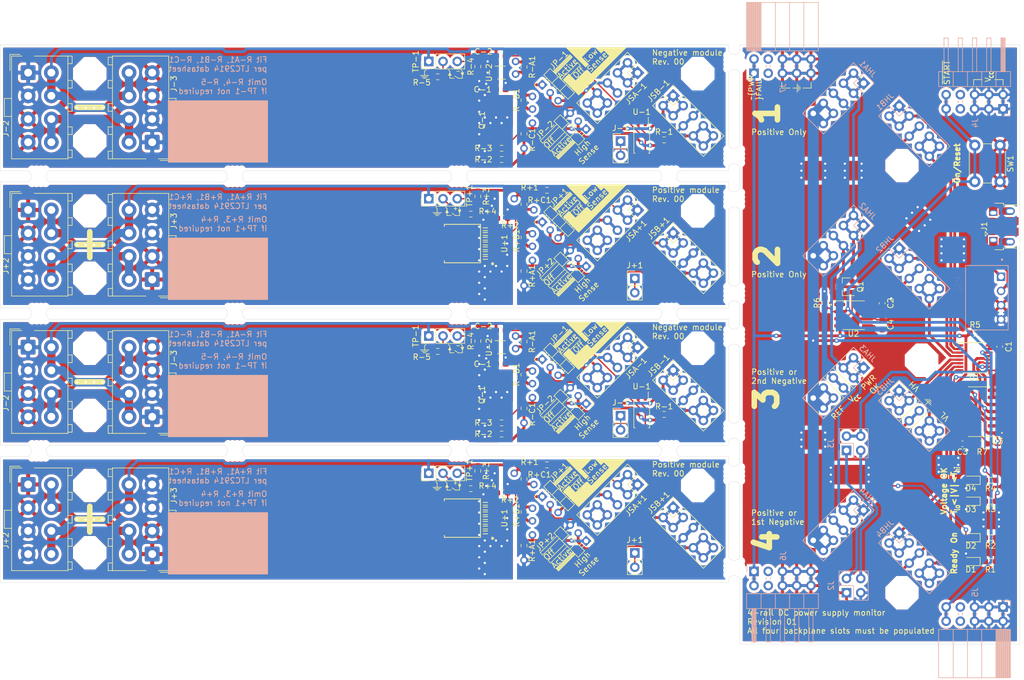
<source format=kicad_pcb>
(kicad_pcb (version 20171130) (host pcbnew "(5.1.10)-1")
  (title_block (title Voltmitten) (date 2021-11-13) (rev 01) (comment 1 London) (comment 2 stepleton@gmail.com) (comment 3 "Tom Stepleton") (comment 4 "Forfeited into the public domain with NO WARRANTY"))
  (layers (0 F.Cu signal) (31 B.Cu signal) (34 B.Paste user) (35 F.Paste user) (36 B.SilkS user) (37 F.SilkS user) (38 B.Mask user) (39 F.Mask user) (44 Edge.Cuts user))
  (net 0 "")
  (net 1 VCC)
  (net 2 GND)
  (net 3 "Net-(J1-Pad6)")
  (net 4 "Net-(J2-Pad4)")
  (net 5 "Net-(J2-Pad2)")
  (net 6 /SEL)
  (net 7 /~START)
  (net 8 /~PWR_FAIL)
  (net 9 /PWR_OK)
  (net 10 /REF)
  (net 11 /VL1)
  (net 12 /VH1)
  (net 13 /VH2)
  (net 14 /VL2)
  (net 15 /VH3)
  (net 16 /VL3)
  (net 17 /VH4)
  (net 18 /VL4)
  (net 19 A_SUPPLY)
  (net 20 "Net-(Q1-Pad1)")
  (net 21 A_SWITCHED)
  (net 22 "Net-(J1-Pad1)")
  (net 23 "Net-(J1-Pad5)")
  (net 24 "Net-(C-2-Pad2)")
  (net 25 "Net-(J1-Pad2)")
  (net 26 "Net-(J1-Pad3)")
  (net 27 "Net-(J1-Pad4)")
  (net 28 "Net-(J4-Pad7)")
  (net 29 "Net-(J4-Pad8)")
  (net 30 "Net-(J5-Pad8)")
  (net 31 "Net-(J5-Pad7)")
  (net 32 "Net-(J6-Pad4)")
  (net 33 "Net-(J6-Pad3)")
  (net 34 "Net-(J7-Pad3)")
  (net 35 "Net-(J7-Pad4)")
  (net 36 "Net-(J+1-Pad1)")
  (net 37 "Net-(J-1-Pad1)")
  (net 38 "Net-(JP+1-Pad1)")
  (net 39 "Net-(JP+2-Pad1)")
  (net 40 "Net-(JP-1-Pad1)")
  (net 41 "Net-(JP-2-Pad1)")
  (net 42 "Net-(Q-1-Pad1)")
  (net 43 "Net-(R+1-Pad1)")
  (net 44 "Net-(R+2-Pad2)")
  (net 45 "Net-(R-1-Pad1)")
  (net 46 "Net-(R-2-Pad1)")
  (net 47 "Net-(U1-Pad13)")
  (net 48 "Net-(U2-Pad7)")
  (net 49 "Net-(U+1-Pad6)")
  (net 50 "Net-(U-2-Pad3)")
  (net 51 "Net-(U-2-Pad1)")
  (net 52 "Net-(R-4-Pad1)")
  (net 53 "Net-(R-5-Pad1)")
  (net 54 "Net-(D1-Pad1)")
  (net 55 "Net-(D2-Pad1)")
  (net 56 "Net-(D3-Pad1)")
  (net 57 "Net-(D4-Pad1)")
  (net 58 "Net-(R3-Pad2)")
  (net 59 "Net-(R4-Pad2)")
  (net 60 "Net-(R+3-Pad1)")
  (net 61 "Net-(R+4-Pad1)")
  (net 62 "Net-(U1-Pad11)")
  (net 63 "Net-(U1-Pad12)")
  (net 64 "Net-(C4-Pad1)")
  (net 65 "Net-(R7-Pad2)")
  (module Resistor_SMD:R_0603_1608Metric_Pad0.98x0.95mm_HandSolder (layer F.Cu) (at 233.1325 110.67)
    (fp_text reference R7 (at -0.0025 1.43) (layer F.SilkS))
    (fp_text value 47K)
    (pad 1 smd roundrect (at -0.9125 0) (size 0.975 0.95) (layers F.Cu F.Paste F.Mask) (net 1 VCC))
    (pad 2 smd roundrect (at 0.9125 0) (size 0.975 0.95) (layers F.Cu F.Paste F.Mask) (net 65 "Net-(R7-Pad2)"))
  )
  (module voltmitten_custom_parts:TestPointTiny (layer F.Cu) (at 152.87 97.67)
    (fp_text reference TP-B1 hide)
    (fp_text value TestPoint hide)
    (pad 1 thru_hole oval (at 0 0) (size 1.35 1.35) (drill 0.8) (layers *.Cu *.Mask) (net 40 "Net-(JP-1-Pad1)"))
  )
  (module voltmitten_custom_parts:TestPointTiny (layer F.Cu) (at 152.87 102.42)
    (fp_text reference TP-C1 hide)
    (fp_text value TestPoint hide)
    (pad 1 thru_hole oval (at 0 0) (size 1.35 1.35) (drill 0.8) (layers *.Cu *.Mask) (net 41 "Net-(JP-2-Pad1)"))
  )
  (module voltmitten_custom_parts:TestPointTiny (layer F.Cu) (at 149.87 91.42)
    (fp_text reference TP-A1 hide)
    (fp_text value TestPoint hide)
    (pad 1 thru_hole oval (at 0 0) (size 1.35 1.35) (drill 0.8) (layers *.Cu *.Mask) (net 10 /REF))
  )
  (module voltmitten_custom_parts:TestPointTiny (layer F.Cu) (at 152.87 99.92)
    (fp_text reference TP-B2 hide)
    (fp_text value TestPoint hide)
    (pad 1 thru_hole oval (at 0 0) (size 1.35 1.35) (drill 0.8) (layers *.Cu *.Mask) (net 41 "Net-(JP-2-Pad1)"))
  )
  (module voltmitten_custom_parts:TestPointTiny (layer F.Cu) (at 149.87 93.67)
    (fp_text reference TP-A2 hide)
    (fp_text value TestPoint hide)
    (pad 1 thru_hole oval (at 0 0) (size 1.35 1.35) (drill 0.8) (layers *.Cu *.Mask) (net 40 "Net-(JP-1-Pad1)"))
  )
  (module voltmitten_custom_parts:TestPointTiny (layer F.Cu) (at 151.37 131.42)
    (fp_text reference TP+A2 hide)
    (fp_text value TestPoint hide)
    (pad 1 thru_hole oval (at 0 0) (size 1.35 1.35) (drill 0.8) (layers *.Cu *.Mask) (net 2 GND))
  )
  (module voltmitten_custom_parts:TestPointTiny (layer F.Cu) (at 151.37 106.92)
    (fp_text reference TP-C2 hide)
    (fp_text value TestPoint hide)
    (pad 1 thru_hole oval (at 0 0) (size 1.35 1.35) (drill 0.8) (layers *.Cu *.Mask) (net 19 A_SUPPLY))
  )
  (module voltmitten_custom_parts:TestPointTiny (layer F.Cu) (at 152.87 126.92)
    (fp_text reference TP+A1 hide)
    (fp_text value TestPoint hide)
    (pad 1 thru_hole oval (at 0 0) (size 1.35 1.35) (drill 0.8) (layers *.Cu *.Mask) (net 39 "Net-(JP+2-Pad1)"))
  )
  (module voltmitten_custom_parts:TestPointTiny (layer F.Cu) (at 153.12 117.92)
    (fp_text reference TP+C2 hide)
    (fp_text value TestPoint hide)
    (pad 1 thru_hole oval (at 0 0) (size 1.35 1.35) (drill 0.8) (layers *.Cu *.Mask) (net 38 "Net-(JP+1-Pad1)"))
  )
  (module voltmitten_custom_parts:TestPointTiny (layer F.Cu) (at 149.62 115.92)
    (fp_text reference TP+C1 hide)
    (fp_text value TestPoint hide)
    (pad 1 thru_hole oval (at 0 0) (size 1.35 1.35) (drill 0.8) (layers *.Cu *.Mask) (net 19 A_SUPPLY))
  )
  (module voltmitten_custom_parts:TestPointTiny (layer F.Cu) (at 152.87 122.17)
    (fp_text reference TP+B1 hide)
    (fp_text value TestPoint hide)
    (pad 1 thru_hole oval (at 0 0) (size 1.35 1.35) (drill 0.8) (layers *.Cu *.Mask) (net 38 "Net-(JP+1-Pad1)"))
  )
  (module voltmitten_custom_parts:TestPointTiny (layer F.Cu) (at 152.87 124.42)
    (fp_text reference TP+B2 hide)
    (fp_text value TestPoint hide)
    (pad 1 thru_hole oval (at 0 0) (size 1.35 1.35) (drill 0.8) (layers *.Cu *.Mask) (net 39 "Net-(JP+2-Pad1)"))
  )
  (module voltmitten_custom_parts:Mouse_bite_2 (layer F.Cu) (at 175.37 110.92)
    (fp_text reference REF** hide)
    (fp_text value "Mouse bite 2" hide)
    (fp_arc (start 4.4 1) (end 3.8 0) (angle -118.0724869) (layer Edge.Cuts) (width 0.05))
    (fp_arc (start -0.6 1) (end 0 0) (angle 118.0724869) (layer Edge.Cuts) (width 0.05))
    (pad "" np_thru_hole circle (at 0.7 -0.2) (size 0.5 0.5) (drill 0.5) (layers *.Cu *.Mask))
    (pad "" np_thru_hole circle (at 1.5 -0.2) (size 0.5 0.5) (drill 0.5) (layers *.Cu *.Mask))
    (pad "" np_thru_hole circle (at 2.3 -0.2) (size 0.5 0.5) (drill 0.5) (layers *.Cu *.Mask))
    (pad "" np_thru_hole circle (at 3.1 -0.2) (size 0.5 0.5) (drill 0.5) (layers *.Cu *.Mask))
    (pad "" np_thru_hole circle (at 0.7 2.2) (size 0.5 0.5) (drill 0.5) (layers *.Cu *.Mask))
    (pad "" np_thru_hole circle (at 1.5 2.2) (size 0.5 0.5) (drill 0.5) (layers *.Cu *.Mask))
    (pad "" np_thru_hole circle (at 2.3 2.2) (size 0.5 0.5) (drill 0.5) (layers *.Cu *.Mask))
    (pad "" np_thru_hole circle (at 3.1 2.2) (size 0.5 0.5) (drill 0.5) (layers *.Cu *.Mask))
  )
  (module Connector_PinHeader_2.54mm:PinHeader_1x02_P2.54mm_Vertical (layer F.Cu) (at 168.6 105.64)
    (fp_text reference J-1 (at 0 -2.33) (layer F.SilkS))
    (fp_text value Conn_02x01)
    (pad 1 thru_hole rect (at 0 0) (size 1.7 1.7) (drill 1) (layers *.Cu *.Mask) (net 37 "Net-(J-1-Pad1)"))
    (pad 2 thru_hole oval (at 0 2.54) (size 1.7 1.7) (drill 1) (layers *.Cu *.Mask) (net 37 "Net-(J-1-Pad1)"))
  )
  (module Connector_PinHeader_2.00mm:PinHeader_1x03_P2.00mm_Horizontal (layer F.Cu) (at 162.448427 103.498427 225)
    (fp_text reference JP-2 (at 5.303301 5.06066 45) (layer F.SilkS))
    (fp_text value Jumper_3_Bridged12)
    (pad 1 thru_hole rect (at 0 0 225) (size 1.35 1.35) (drill 0.8) (layers *.Cu *.Mask) (net 41 "Net-(JP-2-Pad1)"))
    (pad 2 thru_hole oval (at 0 2 225) (size 1.35 1.35) (drill 0.8) (layers *.Cu *.Mask) (net 11 /VL1))
    (pad 3 thru_hole oval (at 0 4 225) (size 1.35 1.35) (drill 0.8) (layers *.Cu *.Mask) (net 2 GND))
  )
  (module voltmitten_custom_parts:Mouse_bite_2 (layer F.Cu) (at 97.87 110.92)
    (fp_text reference REF** hide)
    (fp_text value "Mouse bite 2" hide)
    (fp_arc (start 4.4 1) (end 3.8 0) (angle -118.0724869) (layer Edge.Cuts) (width 0.05))
    (fp_arc (start -0.6 1) (end 0 0) (angle 118.0724869) (layer Edge.Cuts) (width 0.05))
    (pad "" np_thru_hole circle (at 0.7 -0.2) (size 0.5 0.5) (drill 0.5) (layers *.Cu *.Mask))
    (pad "" np_thru_hole circle (at 1.5 -0.2) (size 0.5 0.5) (drill 0.5) (layers *.Cu *.Mask))
    (pad "" np_thru_hole circle (at 2.3 -0.2) (size 0.5 0.5) (drill 0.5) (layers *.Cu *.Mask))
    (pad "" np_thru_hole circle (at 3.1 -0.2) (size 0.5 0.5) (drill 0.5) (layers *.Cu *.Mask))
    (pad "" np_thru_hole circle (at 0.7 2.2) (size 0.5 0.5) (drill 0.5) (layers *.Cu *.Mask))
    (pad "" np_thru_hole circle (at 1.5 2.2) (size 0.5 0.5) (drill 0.5) (layers *.Cu *.Mask))
    (pad "" np_thru_hole circle (at 2.3 2.2) (size 0.5 0.5) (drill 0.5) (layers *.Cu *.Mask))
    (pad "" np_thru_hole circle (at 3.1 2.2) (size 0.5 0.5) (drill 0.5) (layers *.Cu *.Mask))
  )
  (module Connector_PinHeader_2.00mm:PinHeader_1x03_P2.00mm_Horizontal (layer F.Cu) (at 154.621573 95.591573 45)
    (fp_text reference JP-1 (at 5.246732 -1.006316 45) (layer F.SilkS))
    (fp_text value Jumper_3_Bridged12)
    (pad 1 thru_hole rect (at 0 0 45) (size 1.35 1.35) (drill 0.8) (layers *.Cu *.Mask) (net 40 "Net-(JP-1-Pad1)"))
    (pad 2 thru_hole oval (at 0 2 45) (size 1.35 1.35) (drill 0.8) (layers *.Cu *.Mask) (net 12 /VH1))
    (pad 3 thru_hole oval (at 0 4 45) (size 1.35 1.35) (drill 0.8) (layers *.Cu *.Mask) (net 1 VCC))
  )
  (module Connector_PinHeader_2.00mm:PinHeader_1x03_P2.00mm_Horizontal (layer F.Cu) (at 162.448427 127.998427 225)
    (fp_text reference JP+2 (at 5.303301 5.06066 45) (layer F.SilkS))
    (fp_text value Jumper_3_Bridged12)
    (pad 1 thru_hole rect (at 0 0 225) (size 1.35 1.35) (drill 0.8) (layers *.Cu *.Mask) (net 39 "Net-(JP+2-Pad1)"))
    (pad 2 thru_hole oval (at 0 2 225) (size 1.35 1.35) (drill 0.8) (layers *.Cu *.Mask) (net 11 /VL1))
    (pad 3 thru_hole oval (at 0 4 225) (size 1.35 1.35) (drill 0.8) (layers *.Cu *.Mask) (net 2 GND))
  )
  (module Connector_PinHeader_2.54mm:PinHeader_1x02_P2.54mm_Vertical (layer F.Cu) (at 171.14 130.14)
    (fp_text reference J+1 (at 0 -2.33) (layer F.SilkS))
    (fp_text value Conn_02x01)
    (pad 1 thru_hole rect (at 0 0) (size 1.7 1.7) (drill 1) (layers *.Cu *.Mask) (net 36 "Net-(J+1-Pad1)"))
    (pad 2 thru_hole oval (at 0 2.54) (size 1.7 1.7) (drill 1) (layers *.Cu *.Mask) (net 36 "Net-(J+1-Pad1)"))
  )
  (module Connector_PinHeader_2.00mm:PinHeader_1x03_P2.00mm_Horizontal (layer F.Cu) (at 154.621573 120.091573 45)
    (fp_text reference JP+1 (at 5.246732 -1.006316 45) (layer F.SilkS))
    (fp_text value Jumper_3_Bridged12)
    (pad 1 thru_hole rect (at 0 0 45) (size 1.35 1.35) (drill 0.8) (layers *.Cu *.Mask) (net 38 "Net-(JP+1-Pad1)"))
    (pad 2 thru_hole oval (at 0 2 45) (size 1.35 1.35) (drill 0.8) (layers *.Cu *.Mask) (net 12 /VH1))
    (pad 3 thru_hole oval (at 0 4 45) (size 1.35 1.35) (drill 0.8) (layers *.Cu *.Mask) (net 1 VCC))
  )
  (module voltmitten_custom_parts:Mouse_bite_2 (layer F.Cu) (at 137.87 110.92)
    (fp_text reference REF** hide)
    (fp_text value "Mouse bite 2" hide)
    (fp_arc (start 4.4 1) (end 3.8 0) (angle -118.0724869) (layer Edge.Cuts) (width 0.05))
    (fp_arc (start -0.6 1) (end 0 0) (angle 118.0724869) (layer Edge.Cuts) (width 0.05))
    (pad "" np_thru_hole circle (at 0.7 -0.2) (size 0.5 0.5) (drill 0.5) (layers *.Cu *.Mask))
    (pad "" np_thru_hole circle (at 1.5 -0.2) (size 0.5 0.5) (drill 0.5) (layers *.Cu *.Mask))
    (pad "" np_thru_hole circle (at 2.3 -0.2) (size 0.5 0.5) (drill 0.5) (layers *.Cu *.Mask))
    (pad "" np_thru_hole circle (at 3.1 -0.2) (size 0.5 0.5) (drill 0.5) (layers *.Cu *.Mask))
    (pad "" np_thru_hole circle (at 0.7 2.2) (size 0.5 0.5) (drill 0.5) (layers *.Cu *.Mask))
    (pad "" np_thru_hole circle (at 1.5 2.2) (size 0.5 0.5) (drill 0.5) (layers *.Cu *.Mask))
    (pad "" np_thru_hole circle (at 2.3 2.2) (size 0.5 0.5) (drill 0.5) (layers *.Cu *.Mask))
    (pad "" np_thru_hole circle (at 3.1 2.2) (size 0.5 0.5) (drill 0.5) (layers *.Cu *.Mask))
  )
  (module Connector_PinSocket_2.54mm:PinSocket_2x05_P2.54mm_Vertical (layer F.Cu) (at 171.636051 117.956051 315)
    (fp_text reference JSA+1 (at 2.438032 2.814285 225) (layer F.SilkS))
    (fp_text value Conn_02x05_Odd_Even)
    (pad 1 thru_hole rect (at 0 0 315) (size 1.7 1.7) (drill 1) (layers *.Cu *.Mask) (net 9 /PWR_OK))
    (pad 2 thru_hole oval (at -2.54 0 315) (size 1.7 1.7) (drill 1) (layers *.Cu *.Mask) (net 9 /PWR_OK))
    (pad 3 thru_hole oval (at 0 2.54 315) (size 1.7 1.7) (drill 1) (layers *.Cu *.Mask) (net 9 /PWR_OK))
    (pad 4 thru_hole oval (at -2.54 2.54 315) (size 1.7 1.7) (drill 1) (layers *.Cu *.Mask) (net 9 /PWR_OK))
    (pad 5 thru_hole oval (at 0 5.08 315) (size 1.7 1.7) (drill 1) (layers *.Cu *.Mask) (net 1 VCC))
    (pad 6 thru_hole oval (at -2.54 5.08 315) (size 1.7 1.7) (drill 1) (layers *.Cu *.Mask) (net 1 VCC))
    (pad 7 thru_hole oval (at 0 7.62 315) (size 1.7 1.7) (drill 1) (layers *.Cu *.Mask) (net 10 /REF))
    (pad 8 thru_hole oval (at -2.54 7.62 315) (size 1.7 1.7) (drill 1) (layers *.Cu *.Mask) (net 10 /REF))
    (pad 9 thru_hole oval (at 0 10.16 315) (size 1.7 1.7) (drill 1) (layers *.Cu *.Mask) (net 10 /REF))
    (pad 10 thru_hole oval (at -2.54 10.16 315) (size 1.7 1.7) (drill 1) (layers *.Cu *.Mask) (net 10 /REF))
  )
  (module Capacitor_SMD:C_0603_1608Metric_Pad1.08x0.95mm_HandSolder (layer F.Cu) (at 147.2325 96.42)
    (fp_text reference C-1 (at -3.25 0) (layer F.SilkS))
    (fp_text value 1)
    (pad 1 smd roundrect (at -0.8625 0) (size 1.075 0.95) (layers F.Cu F.Paste F.Mask) (net 19 A_SUPPLY))
    (pad 2 smd roundrect (at 0.8625 0) (size 1.075 0.95) (layers F.Cu F.Paste F.Mask) (net 2 GND))
  )
  (module voltmitten_custom_parts:Mouse_bite_2 (layer F.Cu) (at 62.87 110.92)
    (fp_text reference REF** hide)
    (fp_text value "Mouse bite 2" hide)
    (fp_arc (start 4.4 1) (end 3.8 0) (angle -118.0724869) (layer Edge.Cuts) (width 0.05))
    (fp_arc (start -0.6 1) (end 0 0) (angle 118.0724869) (layer Edge.Cuts) (width 0.05))
    (pad "" np_thru_hole circle (at 0.7 -0.2) (size 0.5 0.5) (drill 0.5) (layers *.Cu *.Mask))
    (pad "" np_thru_hole circle (at 1.5 -0.2) (size 0.5 0.5) (drill 0.5) (layers *.Cu *.Mask))
    (pad "" np_thru_hole circle (at 2.3 -0.2) (size 0.5 0.5) (drill 0.5) (layers *.Cu *.Mask))
    (pad "" np_thru_hole circle (at 3.1 -0.2) (size 0.5 0.5) (drill 0.5) (layers *.Cu *.Mask))
    (pad "" np_thru_hole circle (at 0.7 2.2) (size 0.5 0.5) (drill 0.5) (layers *.Cu *.Mask))
    (pad "" np_thru_hole circle (at 1.5 2.2) (size 0.5 0.5) (drill 0.5) (layers *.Cu *.Mask))
    (pad "" np_thru_hole circle (at 2.3 2.2) (size 0.5 0.5) (drill 0.5) (layers *.Cu *.Mask))
    (pad "" np_thru_hole circle (at 3.1 2.2) (size 0.5 0.5) (drill 0.5) (layers *.Cu *.Mask))
  )
  (module Connector_PinSocket_2.54mm:PinSocket_2x05_P2.54mm_Vertical (layer F.Cu) (at 171.636051 93.456051 315)
    (fp_text reference JSA-1 (at 2.438032 2.814285 225) (layer F.SilkS))
    (fp_text value Conn_02x05_Odd_Even)
    (pad 1 thru_hole rect (at 0 0 315) (size 1.7 1.7) (drill 1) (layers *.Cu *.Mask) (net 9 /PWR_OK))
    (pad 2 thru_hole oval (at -2.54 0 315) (size 1.7 1.7) (drill 1) (layers *.Cu *.Mask) (net 9 /PWR_OK))
    (pad 3 thru_hole oval (at 0 2.54 315) (size 1.7 1.7) (drill 1) (layers *.Cu *.Mask) (net 9 /PWR_OK))
    (pad 4 thru_hole oval (at -2.54 2.54 315) (size 1.7 1.7) (drill 1) (layers *.Cu *.Mask) (net 9 /PWR_OK))
    (pad 5 thru_hole oval (at 0 5.08 315) (size 1.7 1.7) (drill 1) (layers *.Cu *.Mask) (net 1 VCC))
    (pad 6 thru_hole oval (at -2.54 5.08 315) (size 1.7 1.7) (drill 1) (layers *.Cu *.Mask) (net 1 VCC))
    (pad 7 thru_hole oval (at 0 7.62 315) (size 1.7 1.7) (drill 1) (layers *.Cu *.Mask) (net 10 /REF))
    (pad 8 thru_hole oval (at -2.54 7.62 315) (size 1.7 1.7) (drill 1) (layers *.Cu *.Mask) (net 10 /REF))
    (pad 9 thru_hole oval (at 0 10.16 315) (size 1.7 1.7) (drill 1) (layers *.Cu *.Mask) (net 10 /REF))
    (pad 10 thru_hole oval (at -2.54 10.16 315) (size 1.7 1.7) (drill 1) (layers *.Cu *.Mask) (net 10 /REF))
  )
  (module Capacitor_SMD:C_0603_1608Metric_Pad1.08x0.95mm_HandSolder (layer F.Cu) (at 147.2325 90.42)
    (fp_text reference C-2 (at -3.1125 -0.75) (layer F.SilkS))
    (fp_text value 1)
    (pad 1 smd roundrect (at -0.8625 0) (size 1.075 0.95) (layers F.Cu F.Paste F.Mask) (net 19 A_SUPPLY))
    (pad 2 smd roundrect (at 0.8625 0) (size 1.075 0.95) (layers F.Cu F.Paste F.Mask) (net 24 "Net-(C-2-Pad2)"))
  )
  (module MountingHole:MountingHole_2.2mm_M2 (layer F.Cu) (at 73.87 118.1)
    (fp_text reference REF** hide)
    (fp_text value MountingHole_2.2mm_M2)
    (pad 1 np_thru_hole circle (at 0 0) (size 2.2 2.2) (drill 2.2) (layers *.Cu *.Mask))
  )
  (module MountingHole:MountingHole_2.2mm_M2 (layer F.Cu) (at 182.37 118.1)
    (fp_text reference REF** hide)
    (fp_text value MountingHole_2.2mm_M2)
    (pad 1 np_thru_hole circle (at 0 0) (size 2.2 2.2) (drill 2.2) (layers *.Cu *.Mask))
  )
  (module voltmitten_custom_parts:TE_MATE-N-LOK_1-794073-x_2x04_P4.14mm_Vertical_no_boardlock (layer F.Cu) (at 62.87 117.92)
    (fp_text reference J+2 (at -4 10 90) (layer F.SilkS))
    (fp_text value Conn_02x04_Counter_Clockwise)
    (pad 8 thru_hole circle (at 4.14 12.42) (size 2.64 2.64) (drill 1.4) (layers *.Cu *.Mask) (net 2 GND))
    (pad 7 thru_hole circle (at 4.14 8.28) (size 2.64 2.64) (drill 1.4) (layers *.Cu *.Mask) (net 2 GND))
    (pad 6 thru_hole circle (at 4.14 4.14) (size 2.64 2.64) (drill 1.4) (layers *.Cu *.Mask) (net 2 GND))
    (pad 5 thru_hole circle (at 4.14 0) (size 2.64 2.64) (drill 1.4) (layers *.Cu *.Mask) (net 2 GND))
    (pad 4 thru_hole circle (at 0 12.42) (size 2.64 2.64) (drill 1.4) (layers *.Cu *.Mask) (net 21 A_SWITCHED))
    (pad 3 thru_hole circle (at 0 8.28) (size 2.64 2.64) (drill 1.4) (layers *.Cu *.Mask) (net 21 A_SWITCHED))
    (pad 2 thru_hole circle (at 0 4.14) (size 2.64 2.64) (drill 1.4) (layers *.Cu *.Mask) (net 19 A_SUPPLY))
    (pad 1 thru_hole roundrect (at 0 0) (size 2.64 2.64) (drill 1.4) (layers *.Cu *.Mask) (roundrect_rratio 0.0946969696969697) (net 19 A_SUPPLY))
  )
  (module Resistor_SMD:R_0603_1608Metric_Pad0.98x0.95mm_HandSolder (layer F.Cu) (at 155.4575 114.42)
    (fp_text reference R+1 (at -3.0875 -0.5) (layer F.SilkS))
    (fp_text value 10)
    (pad 1 smd roundrect (at -0.9125 0) (size 0.975 0.95) (layers F.Cu F.Paste F.Mask) (net 43 "Net-(R+1-Pad1)"))
    (pad 2 smd roundrect (at 0.9125 0) (size 0.975 0.95) (layers F.Cu F.Paste F.Mask) (net 9 /PWR_OK))
  )
  (module Resistor_SMD:R_0603_1608Metric_Pad0.98x0.95mm_HandSolder (layer F.Cu) (at 147.5325 119.42 180)
    (fp_text reference R+2 (at -1.3375 -1.25) (layer F.SilkS))
    (fp_text value 1K)
    (pad 1 smd roundrect (at -0.9125 0 180) (size 0.975 0.95) (layers F.Cu F.Paste F.Mask) (net 2 GND))
    (pad 2 smd roundrect (at 0.9125 0 180) (size 0.975 0.95) (layers F.Cu F.Paste F.Mask) (net 44 "Net-(R+2-Pad2)"))
  )
  (module voltmitten_custom_parts:TE_MATE-N-LOK_1-794073-x_2x04_P4.14mm_Vertical_no_boardlock (layer F.Cu) (at 62.87 93.42)
    (fp_text reference J-2 (at -4 10 270) (layer F.SilkS))
    (fp_text value Conn_02x04_Counter_Clockwise)
    (pad 8 thru_hole circle (at 4.14 12.42) (size 2.64 2.64) (drill 1.4) (layers *.Cu *.Mask) (net 2 GND))
    (pad 7 thru_hole circle (at 4.14 8.28) (size 2.64 2.64) (drill 1.4) (layers *.Cu *.Mask) (net 2 GND))
    (pad 6 thru_hole circle (at 4.14 4.14) (size 2.64 2.64) (drill 1.4) (layers *.Cu *.Mask) (net 2 GND))
    (pad 5 thru_hole circle (at 4.14 0) (size 2.64 2.64) (drill 1.4) (layers *.Cu *.Mask) (net 2 GND))
    (pad 4 thru_hole circle (at 0 12.42) (size 2.64 2.64) (drill 1.4) (layers *.Cu *.Mask) (net 21 A_SWITCHED))
    (pad 3 thru_hole circle (at 0 8.28) (size 2.64 2.64) (drill 1.4) (layers *.Cu *.Mask) (net 21 A_SWITCHED))
    (pad 2 thru_hole circle (at 0 4.14) (size 2.64 2.64) (drill 1.4) (layers *.Cu *.Mask) (net 19 A_SUPPLY))
    (pad 1 thru_hole roundrect (at 0 0) (size 2.64 2.64) (drill 1.4) (layers *.Cu *.Mask) (roundrect_rratio 0.0946969696969697) (net 19 A_SUPPLY))
  )
  (module MountingHole:MountingHole_2.2mm_M2 (layer F.Cu) (at 182.37 93.6)
    (fp_text reference REF** hide)
    (fp_text value MountingHole_2.2mm_M2)
    (pad 1 np_thru_hole circle (at 0 0) (size 2.2 2.2) (drill 2.2) (layers *.Cu *.Mask))
  )
  (module Resistor_SMD:R_0603_1608Metric_Pad0.98x0.95mm_HandSolder (layer F.Cu) (at 151.37 128.8325 270)
    (fp_text reference R+A1 (at 0.8875 -1.43 90) (layer F.SilkS))
    (fp_text value R)
    (pad 1 smd roundrect (at -0.9125 0 270) (size 0.975 0.95) (layers F.Cu F.Paste F.Mask) (net 39 "Net-(JP+2-Pad1)"))
    (pad 2 smd roundrect (at 0.9125 0 270) (size 0.975 0.95) (layers F.Cu F.Paste F.Mask) (net 2 GND))
  )
  (module Resistor_SMD:R_0603_1608Metric_Pad0.98x0.95mm_HandSolder (layer F.Cu) (at 147.37 108.92 180)
    (fp_text reference R-2 (at 3.25 0) (layer F.SilkS))
    (fp_text value 47K)
    (pad 1 smd roundrect (at -0.9125 0 180) (size 0.975 0.95) (layers F.Cu F.Paste F.Mask) (net 46 "Net-(R-2-Pad1)"))
    (pad 2 smd roundrect (at 0.9125 0 180) (size 0.975 0.95) (layers F.Cu F.Paste F.Mask) (net 19 A_SUPPLY))
  )
  (module Package_TO_SOT_SMD:SOT-353_SC-70-5 (layer F.Cu) (at 147.37 93.42)
    (fp_text reference U-2 (at -2.25 0 90) (layer F.SilkS))
    (fp_text value TPS71550__SC70)
    (pad 1 smd rect (at -0.95 -0.65) (size 0.65 0.4) (layers F.Cu F.Paste F.Mask) (net 51 "Net-(U-2-Pad1)"))
    (pad 3 smd rect (at -0.95 0.65) (size 0.65 0.4) (layers F.Cu F.Paste F.Mask) (net 50 "Net-(U-2-Pad3)"))
    (pad 2 smd rect (at -0.95 0) (size 0.65 0.4) (layers F.Cu F.Paste F.Mask) (net 19 A_SUPPLY))
    (pad 4 smd rect (at 0.95 0.65) (size 0.65 0.4) (layers F.Cu F.Paste F.Mask) (net 2 GND))
    (pad 5 smd rect (at 0.95 -0.65) (size 0.65 0.4) (layers F.Cu F.Paste F.Mask) (net 24 "Net-(C-2-Pad2)"))
  )
  (module MountingHole:MountingHole_2.2mm_M2 (layer F.Cu) (at 73.87 93.6)
    (fp_text reference REF** hide)
    (fp_text value MountingHole_2.2mm_M2)
    (pad 1 np_thru_hole circle (at 0 0) (size 2.2 2.2) (drill 2.2) (layers *.Cu *.Mask))
  )
  (module MountingHole:MountingHole_2.2mm_M2 (layer F.Cu) (at 73.87 130.1)
    (fp_text reference REF** hide)
    (fp_text value MountingHole_2.2mm_M2)
    (pad 1 np_thru_hole circle (at 0 0) (size 2.2 2.2) (drill 2.2) (layers *.Cu *.Mask))
  )
  (module Resistor_SMD:R_0603_1608Metric_Pad0.98x0.95mm_HandSolder (layer F.Cu) (at 151.37 104.3325 90)
    (fp_text reference R-C1 (at -1.0875 1.45 90) (layer F.SilkS))
    (fp_text value R)
    (pad 1 smd roundrect (at -0.9125 0 90) (size 0.975 0.95) (layers F.Cu F.Paste F.Mask) (net 19 A_SUPPLY))
    (pad 2 smd roundrect (at 0.9125 0 90) (size 0.975 0.95) (layers F.Cu F.Paste F.Mask) (net 41 "Net-(JP-2-Pad1)"))
  )
  (module Package_SO:SOIC-4_4.55x2.6mm_P1.27mm (layer F.Cu) (at 172.37 105.42 270)
    (fp_text reference U-1 (at -5 0 180) (layer F.SilkS))
    (fp_text value TLP291)
    (pad 1 smd roundrect (at -3.25 -0.635 270) (size 1.6 0.55) (layers F.Cu F.Paste F.Mask) (net 9 /PWR_OK))
    (pad 2 smd roundrect (at -3.25 0.635 270) (size 1.6 0.55) (layers F.Cu F.Paste F.Mask) (net 45 "Net-(R-1-Pad1)"))
    (pad 3 smd roundrect (at 3.25 0.635 270) (size 1.6 0.55) (layers F.Cu F.Paste F.Mask) (net 46 "Net-(R-2-Pad1)"))
    (pad 4 smd roundrect (at 3.25 -0.635 270) (size 1.6 0.55) (layers F.Cu F.Paste F.Mask) (net 24 "Net-(C-2-Pad2)"))
  )
  (module Connector_PinSocket_2.54mm:PinSocket_2x05_P2.54mm_Vertical (layer F.Cu) (at 177.986051 122.023949 45)
    (fp_text reference JSB+1 (at -1.245994 -2.453661 45) (layer F.SilkS))
    (fp_text value Conn_02x05_Odd_Even)
    (pad 1 thru_hole rect (at 0 0 45) (size 1.7 1.7) (drill 1) (layers *.Cu *.Mask) (net 12 /VH1))
    (pad 2 thru_hole oval (at -2.54 0 45) (size 1.7 1.7) (drill 1) (layers *.Cu *.Mask) (net 12 /VH1))
    (pad 3 thru_hole oval (at 0 2.54 45) (size 1.7 1.7) (drill 1) (layers *.Cu *.Mask) (net 12 /VH1))
    (pad 4 thru_hole oval (at -2.54 2.54 45) (size 1.7 1.7) (drill 1) (layers *.Cu *.Mask) (net 12 /VH1))
    (pad 5 thru_hole oval (at 0 5.08 45) (size 1.7 1.7) (drill 1) (layers *.Cu *.Mask) (net 2 GND))
    (pad 6 thru_hole oval (at -2.54 5.08 45) (size 1.7 1.7) (drill 1) (layers *.Cu *.Mask) (net 2 GND))
    (pad 7 thru_hole oval (at 0 7.62 45) (size 1.7 1.7) (drill 1) (layers *.Cu *.Mask) (net 11 /VL1))
    (pad 8 thru_hole oval (at -2.54 7.62 45) (size 1.7 1.7) (drill 1) (layers *.Cu *.Mask) (net 11 /VL1))
    (pad 9 thru_hole oval (at 0 10.16 45) (size 1.7 1.7) (drill 1) (layers *.Cu *.Mask) (net 11 /VL1))
    (pad 10 thru_hole oval (at -2.54 10.16 45) (size 1.7 1.7) (drill 1) (layers *.Cu *.Mask) (net 11 /VL1))
  )
  (module Connector_PinSocket_2.54mm:PinSocket_2x05_P2.54mm_Vertical (layer F.Cu) (at 177.986051 97.523949 45)
    (fp_text reference JSB-1 (at -1.245994 -2.453661 45) (layer F.SilkS))
    (fp_text value Conn_02x05_Odd_Even)
    (pad 1 thru_hole rect (at 0 0 45) (size 1.7 1.7) (drill 1) (layers *.Cu *.Mask) (net 12 /VH1))
    (pad 2 thru_hole oval (at -2.54 0 45) (size 1.7 1.7) (drill 1) (layers *.Cu *.Mask) (net 12 /VH1))
    (pad 3 thru_hole oval (at 0 2.54 45) (size 1.7 1.7) (drill 1) (layers *.Cu *.Mask) (net 12 /VH1))
    (pad 4 thru_hole oval (at -2.54 2.54 45) (size 1.7 1.7) (drill 1) (layers *.Cu *.Mask) (net 12 /VH1))
    (pad 5 thru_hole oval (at 0 5.08 45) (size 1.7 1.7) (drill 1) (layers *.Cu *.Mask) (net 2 GND))
    (pad 6 thru_hole oval (at -2.54 5.08 45) (size 1.7 1.7) (drill 1) (layers *.Cu *.Mask) (net 2 GND))
    (pad 7 thru_hole oval (at 0 7.62 45) (size 1.7 1.7) (drill 1) (layers *.Cu *.Mask) (net 11 /VL1))
    (pad 8 thru_hole oval (at -2.54 7.62 45) (size 1.7 1.7) (drill 1) (layers *.Cu *.Mask) (net 11 /VL1))
    (pad 9 thru_hole oval (at 0 10.16 45) (size 1.7 1.7) (drill 1) (layers *.Cu *.Mask) (net 11 /VL1))
    (pad 10 thru_hole oval (at -2.54 10.16 45) (size 1.7 1.7) (drill 1) (layers *.Cu *.Mask) (net 11 /VL1))
  )
  (module OCTOPAK_STM:OCTOPAK_STM (layer F.Cu) (at 140.37 123.92 90)
    (fp_text reference U+1 (at 0 7.4887 90) (layer F.SilkS))
    (fp_text value VN7007AHTR hide)
    (fp_text user * (at -3.610001 5.7023 90) (layer F.SilkS))
    (fp_text user * (at -3.610001 5.7023 90) (layer F.SilkS))
    (pad 1 smd rect (at -2.55 5.7023 90) (size 0.5588 1.7018) (layers F.Cu F.Paste F.Mask) (net 21 A_SWITCHED))
    (pad 2 smd rect (at -1.699999 5.7023 90) (size 0.5588 1.7018) (layers F.Cu F.Paste F.Mask) (net 21 A_SWITCHED))
    (pad 3 smd rect (at -0.850001 5.7023 90) (size 0.5588 1.7018) (layers F.Cu F.Paste F.Mask) (net 21 A_SWITCHED))
    (pad 4 smd rect (at 0 5.7023 90) (size 0.5588 1.7018) (layers F.Cu F.Paste F.Mask) (net 43 "Net-(R+1-Pad1)"))
    (pad 5 smd rect (at 0.850001 5.7023 90) (size 0.5588 1.7018) (layers F.Cu F.Paste F.Mask) (net 44 "Net-(R+2-Pad2)"))
    (pad 6 smd rect (at 1.699999 5.7023 90) (size 0.5588 1.7018) (layers F.Cu F.Paste F.Mask) (net 49 "Net-(U+1-Pad6)"))
    (pad 7 smd rect (at 2.55 5.7023 90) (size 0.5588 1.7018) (layers F.Cu F.Paste F.Mask) (net 2 GND))
    (pad 8 smd rect (at 0 -1.5113 90) (size 5.461 5.8674) (layers F.Cu F.Paste F.Mask) (net 19 A_SUPPLY))
  )
  (module voltmitten_custom_parts:D2PAK (layer F.Cu) (at 140.37 101.92 90)
    (fp_text reference Q-1 (at 0 3.5 90) (layer F.SilkS))
    (fp_text value VNB35NV04-E)
    (pad 2 smd rect (at -6.1 -8.45 90) (size 12.2 9.75) (drill (offset 6.1 4.875)) (layers F.Cu F.Paste F.Mask) (net 21 A_SWITCHED))
    (pad 1 smd rect (at -2.54 8.45 90) (size 1.6 3.5) (drill (offset 0 -1.75)) (layers F.Cu F.Paste F.Mask) (net 42 "Net-(Q-1-Pad1)"))
    (pad 3 smd rect (at 2.54 8.45 90) (size 1.6 3.5) (drill (offset 0 -1.75)) (layers F.Cu F.Paste F.Mask) (net 19 A_SUPPLY))
  )
  (module Resistor_SMD:R_0603_1608Metric_Pad0.98x0.95mm_HandSolder (layer F.Cu) (at 151.37 116.92 270)
    (fp_text reference R+C1 (at -0.75 -2.75 180) (layer F.SilkS))
    (fp_text value R)
    (pad 1 smd roundrect (at -0.9125 0 270) (size 0.975 0.95) (layers F.Cu F.Paste F.Mask) (net 19 A_SUPPLY))
    (pad 2 smd roundrect (at 0.9125 0 270) (size 0.975 0.95) (layers F.Cu F.Paste F.Mask) (net 38 "Net-(JP+1-Pad1)"))
  )
  (module Resistor_SMD:R_0603_1608Metric_Pad0.98x0.95mm_HandSolder (layer F.Cu) (at 147.37 106.92)
    (fp_text reference R-3 (at -3.25 0) (layer F.SilkS))
    (fp_text value 4R7)
    (pad 1 smd roundrect (at -0.9125 0) (size 0.975 0.95) (layers F.Cu F.Paste F.Mask) (net 42 "Net-(Q-1-Pad1)"))
    (pad 2 smd roundrect (at 0.9125 0) (size 0.975 0.95) (layers F.Cu F.Paste F.Mask) (net 46 "Net-(R-2-Pad1)"))
  )
  (module Resistor_SMD:R_0603_1608Metric_Pad0.98x0.95mm_HandSolder (layer F.Cu) (at 151.37 122.8325 270)
    (fp_text reference R+B1 (at 0.5875 1.35 90) (layer F.SilkS))
    (fp_text value R)
    (pad 1 smd roundrect (at -0.9125 0 270) (size 0.975 0.95) (layers F.Cu F.Paste F.Mask) (net 38 "Net-(JP+1-Pad1)"))
    (pad 2 smd roundrect (at 0.9125 0 270) (size 0.975 0.95) (layers F.Cu F.Paste F.Mask) (net 39 "Net-(JP+2-Pad1)"))
  )
  (module voltmitten_custom_parts:TE_MATE-N-LOK_1-794073-x_2x04_P4.14mm_Vertical_no_boardlock (layer F.Cu) (at 85.01 105.84 180)
    (fp_text reference J-3 (at -3.86 10.42 90) (layer F.SilkS))
    (fp_text value Conn_02x04_Counter_Clockwise)
    (pad 8 thru_hole circle (at 4.14 12.42 180) (size 2.64 2.64) (drill 1.4) (layers *.Cu *.Mask) (net 2 GND))
    (pad 7 thru_hole circle (at 4.14 8.28 180) (size 2.64 2.64) (drill 1.4) (layers *.Cu *.Mask) (net 2 GND))
    (pad 6 thru_hole circle (at 4.14 4.14 180) (size 2.64 2.64) (drill 1.4) (layers *.Cu *.Mask) (net 2 GND))
    (pad 5 thru_hole circle (at 4.14 0 180) (size 2.64 2.64) (drill 1.4) (layers *.Cu *.Mask) (net 2 GND))
    (pad 4 thru_hole circle (at 0 12.42 180) (size 2.64 2.64) (drill 1.4) (layers *.Cu *.Mask) (net 21 A_SWITCHED))
    (pad 3 thru_hole circle (at 0 8.28 180) (size 2.64 2.64) (drill 1.4) (layers *.Cu *.Mask) (net 21 A_SWITCHED))
    (pad 2 thru_hole circle (at 0 4.14 180) (size 2.64 2.64) (drill 1.4) (layers *.Cu *.Mask) (net 19 A_SUPPLY))
    (pad 1 thru_hole roundrect (at 0 0 180) (size 2.64 2.64) (drill 1.4) (layers *.Cu *.Mask) (roundrect_rratio 0.0946969696969697) (net 19 A_SUPPLY))
  )
  (module MountingHole:MountingHole_2.2mm_M2 (layer F.Cu) (at 73.87 105.6)
    (fp_text reference REF** hide)
    (fp_text value MountingHole_2.2mm_M2)
    (pad 1 np_thru_hole circle (at 0 0) (size 2.2 2.2) (drill 2.2) (layers *.Cu *.Mask))
  )
  (module voltmitten_custom_parts:TE_MATE-N-LOK_1-794073-x_2x04_P4.14mm_Vertical_no_boardlock (layer F.Cu) (at 85.01 130.34 180)
    (fp_text reference J+3 (at -3.86 10.42 90) (layer F.SilkS))
    (fp_text value Conn_02x04_Counter_Clockwise)
    (pad 8 thru_hole circle (at 4.14 12.42 180) (size 2.64 2.64) (drill 1.4) (layers *.Cu *.Mask) (net 2 GND))
    (pad 7 thru_hole circle (at 4.14 8.28 180) (size 2.64 2.64) (drill 1.4) (layers *.Cu *.Mask) (net 2 GND))
    (pad 6 thru_hole circle (at 4.14 4.14 180) (size 2.64 2.64) (drill 1.4) (layers *.Cu *.Mask) (net 2 GND))
    (pad 5 thru_hole circle (at 4.14 0 180) (size 2.64 2.64) (drill 1.4) (layers *.Cu *.Mask) (net 2 GND))
    (pad 4 thru_hole circle (at 0 12.42 180) (size 2.64 2.64) (drill 1.4) (layers *.Cu *.Mask) (net 21 A_SWITCHED))
    (pad 3 thru_hole circle (at 0 8.28 180) (size 2.64 2.64) (drill 1.4) (layers *.Cu *.Mask) (net 21 A_SWITCHED))
    (pad 2 thru_hole circle (at 0 4.14 180) (size 2.64 2.64) (drill 1.4) (layers *.Cu *.Mask) (net 19 A_SUPPLY))
    (pad 1 thru_hole roundrect (at 0 0 180) (size 2.64 2.64) (drill 1.4) (layers *.Cu *.Mask) (roundrect_rratio 0.0946969696969697) (net 19 A_SUPPLY))
  )
  (module Resistor_SMD:R_0603_1608Metric_Pad0.98x0.95mm_HandSolder (layer F.Cu) (at 176.37 105.42)
    (fp_text reference R-1 (at 0 -1.43) (layer F.SilkS))
    (fp_text value 3.74K)
    (pad 1 smd roundrect (at -0.9125 0) (size 0.975 0.95) (layers F.Cu F.Paste F.Mask) (net 45 "Net-(R-1-Pad1)"))
    (pad 2 smd roundrect (at 0.9125 0) (size 0.975 0.95) (layers F.Cu F.Paste F.Mask) (net 2 GND))
  )
  (module Resistor_SMD:R_0603_1608Metric_Pad0.98x0.95mm_HandSolder (layer F.Cu) (at 151.37 92.42 90)
    (fp_text reference R-A1 (at 0 1.45 90) (layer F.SilkS))
    (fp_text value R)
    (pad 1 smd roundrect (at -0.9125 0 90) (size 0.975 0.95) (layers F.Cu F.Paste F.Mask) (net 40 "Net-(JP-1-Pad1)"))
    (pad 2 smd roundrect (at 0.9125 0 90) (size 0.975 0.95) (layers F.Cu F.Paste F.Mask) (net 10 /REF))
  )
  (module Resistor_SMD:R_0603_1608Metric_Pad0.98x0.95mm_HandSolder (layer F.Cu) (at 151.37 98.3325 90)
    (fp_text reference R-B1 (at 0.0125 -1.35 90) (layer F.SilkS))
    (fp_text value R)
    (pad 1 smd roundrect (at -0.9125 0 90) (size 0.975 0.95) (layers F.Cu F.Paste F.Mask) (net 41 "Net-(JP-2-Pad1)"))
    (pad 2 smd roundrect (at 0.9125 0 90) (size 0.975 0.95) (layers F.Cu F.Paste F.Mask) (net 40 "Net-(JP-1-Pad1)"))
  )
  (module Connector_PinHeader_2.54mm:PinHeader_1x03_P2.54mm_Vertical (layer F.Cu) (at 134.37 115.92 90)
    (fp_text reference TP+1 (at 0.5 7.25 90) (layer F.SilkS))
    (fp_text value Conn_01x03)
    (pad 1 thru_hole rect (at 0 0 90) (size 1.7 1.7) (drill 1) (layers *.Cu *.Mask) (net 2 GND))
    (pad 2 thru_hole oval (at 0 2.54 90) (size 1.7 1.7) (drill 1) (layers *.Cu *.Mask) (net 61 "Net-(R+4-Pad1)"))
    (pad 3 thru_hole oval (at 0 5.08 90) (size 1.7 1.7) (drill 1) (layers *.Cu *.Mask) (net 60 "Net-(R+3-Pad1)"))
  )
  (module Connector_PinHeader_2.54mm:PinHeader_1x03_P2.54mm_Vertical (layer F.Cu) (at 134.37 91.42 90)
    (fp_text reference TP-1 (at 0 -2.33 90) (layer F.SilkS))
    (fp_text value Conn_01x03)
    (pad 1 thru_hole rect (at 0 0 90) (size 1.7 1.7) (drill 1) (layers *.Cu *.Mask) (net 2 GND))
    (pad 2 thru_hole oval (at 0 2.54 90) (size 1.7 1.7) (drill 1) (layers *.Cu *.Mask) (net 53 "Net-(R-5-Pad1)"))
    (pad 3 thru_hole oval (at 0 5.08 90) (size 1.7 1.7) (drill 1) (layers *.Cu *.Mask) (net 52 "Net-(R-4-Pad1)"))
  )
  (module Resistor_SMD:R_0603_1608Metric_Pad0.98x0.95mm_HandSolder (layer F.Cu) (at 143.12 92.3325 270)
    (fp_text reference R-4 (at 0 1.25 90) (layer F.SilkS))
    (fp_text value 1K)
    (pad 1 smd roundrect (at -0.9125 0 270) (size 0.975 0.95) (layers F.Cu F.Paste F.Mask) (net 52 "Net-(R-4-Pad1)"))
    (pad 2 smd roundrect (at 0.9125 0 270) (size 0.975 0.95) (layers F.Cu F.Paste F.Mask) (net 19 A_SUPPLY))
  )
  (module Resistor_SMD:R_0603_1608Metric_Pad0.98x0.95mm_HandSolder (layer F.Cu) (at 135.9575 94.17 180)
    (fp_text reference R-5 (at 2.8375 -1) (layer F.SilkS))
    (fp_text value 1K)
    (pad 1 smd roundrect (at -0.9125 0 180) (size 0.975 0.95) (layers F.Cu F.Paste F.Mask) (net 53 "Net-(R-5-Pad1)"))
    (pad 2 smd roundrect (at 0.9125 0 180) (size 0.975 0.95) (layers F.Cu F.Paste F.Mask) (net 21 A_SWITCHED))
  )
  (module Resistor_SMD:R_0603_1608Metric_Pad0.98x0.95mm_HandSolder (layer F.Cu) (at 143.12 115.5075 90)
    (fp_text reference R+3 (at 0 1.5 90) (layer F.SilkS))
    (fp_text value 1K)
    (pad 2 smd roundrect (at 0.9125 0 90) (size 0.975 0.95) (layers F.Cu F.Paste F.Mask) (net 19 A_SUPPLY))
    (pad 1 smd roundrect (at -0.9125 0 90) (size 0.975 0.95) (layers F.Cu F.Paste F.Mask) (net 60 "Net-(R+3-Pad1)"))
  )
  (module Resistor_SMD:R_0603_1608Metric_Pad0.98x0.95mm_HandSolder (layer F.Cu) (at 141.87 118.67)
    (fp_text reference R+4 (at 3 -0.5 180) (layer F.SilkS))
    (fp_text value 1K)
    (pad 1 smd roundrect (at -0.9125 0) (size 0.975 0.95) (layers F.Cu F.Paste F.Mask) (net 61 "Net-(R+4-Pad1)"))
    (pad 2 smd roundrect (at 0.9125 0) (size 0.975 0.95) (layers F.Cu F.Paste F.Mask) (net 21 A_SWITCHED))
  )
  (module voltmitten_custom_parts:TestPointTiny (layer F.Cu) (at 151.37 57.92)
    (fp_text reference TP-C2 hide)
    (fp_text value TestPoint hide)
    (pad 1 thru_hole oval (at 0 0) (size 1.35 1.35) (drill 0.8) (layers *.Cu *.Mask) (net 19 A_SUPPLY))
  )
  (module voltmitten_custom_parts:TestPointTiny (layer F.Cu) (at 152.87 53.42)
    (fp_text reference TP-C1 hide)
    (fp_text value TestPoint hide)
    (pad 1 thru_hole oval (at 0 0) (size 1.35 1.35) (drill 0.8) (layers *.Cu *.Mask) (net 41 "Net-(JP-2-Pad1)"))
  )
  (module voltmitten_custom_parts:TestPointTiny (layer F.Cu) (at 152.87 50.92)
    (fp_text reference TP-B2 hide)
    (fp_text value TestPoint hide)
    (pad 1 thru_hole oval (at 0 0) (size 1.35 1.35) (drill 0.8) (layers *.Cu *.Mask) (net 41 "Net-(JP-2-Pad1)"))
  )
  (module voltmitten_custom_parts:TestPointTiny (layer F.Cu) (at 152.87 48.67)
    (fp_text reference TP-B1 hide)
    (fp_text value TestPoint hide)
    (pad 1 thru_hole oval (at 0 0) (size 1.35 1.35) (drill 0.8) (layers *.Cu *.Mask) (net 40 "Net-(JP-1-Pad1)"))
  )
  (module voltmitten_custom_parts:TestPointTiny (layer F.Cu) (at 149.87 44.67)
    (fp_text reference TP-A2 hide)
    (fp_text value TestPoint hide)
    (pad 1 thru_hole oval (at 0 0) (size 1.35 1.35) (drill 0.8) (layers *.Cu *.Mask) (net 40 "Net-(JP-1-Pad1)"))
  )
  (module voltmitten_custom_parts:TestPointTiny (layer F.Cu) (at 149.87 42.42)
    (fp_text reference TP-A1 hide)
    (fp_text value TestPoint hide)
    (pad 1 thru_hole oval (at 0 0) (size 1.35 1.35) (drill 0.8) (layers *.Cu *.Mask) (net 10 /REF))
  )
  (module voltmitten_custom_parts:TestPointTiny (layer F.Cu) (at 151.37 82.42)
    (fp_text reference TP+A2 hide)
    (fp_text value TestPoint hide)
    (pad 1 thru_hole oval (at 0 0) (size 1.35 1.35) (drill 0.8) (layers *.Cu *.Mask) (net 2 GND))
  )
  (module voltmitten_custom_parts:TestPointTiny (layer F.Cu) (at 152.87 77.92)
    (fp_text reference TP+A1 hide)
    (fp_text value TestPoint hide)
    (pad 1 thru_hole oval (at 0 0) (size 1.35 1.35) (drill 0.8) (layers *.Cu *.Mask) (net 39 "Net-(JP+2-Pad1)"))
  )
  (module voltmitten_custom_parts:TestPointTiny (layer F.Cu) (at 152.87 75.42)
    (fp_text reference TP+B2 hide)
    (fp_text value TestPoint hide)
    (pad 1 thru_hole oval (at 0 0) (size 1.35 1.35) (drill 0.8) (layers *.Cu *.Mask) (net 39 "Net-(JP+2-Pad1)"))
  )
  (module voltmitten_custom_parts:TestPointTiny (layer F.Cu) (at 152.87 73.17)
    (fp_text reference TP+B1 hide)
    (fp_text value TestPoint hide)
    (pad 1 thru_hole oval (at 0 0) (size 1.35 1.35) (drill 0.8) (layers *.Cu *.Mask) (net 38 "Net-(JP+1-Pad1)"))
  )
  (module voltmitten_custom_parts:TestPointTiny (layer F.Cu) (at 153.12 68.92)
    (fp_text reference TP+C2 hide)
    (fp_text value TestPoint hide)
    (pad 1 thru_hole oval (at 0 0) (size 1.35 1.35) (drill 0.8) (layers *.Cu *.Mask) (net 38 "Net-(JP+1-Pad1)"))
  )
  (module voltmitten_custom_parts:TestPointTiny (layer F.Cu) (at 149.62 66.92)
    (fp_text reference TP+C1 hide)
    (fp_text value TestPoint hide)
    (pad 1 thru_hole oval (at 0 0) (size 1.35 1.35) (drill 0.8) (layers *.Cu *.Mask) (net 19 A_SUPPLY))
  )
  (module Connector_USB:USB_Micro-B_Amphenol_10103594-0001LF_Horizontal (layer F.Cu) (at 236.995 71.845 90)
    (fp_text reference J1 (at 0 -3.5 90) (layer F.SilkS))
    (fp_text value USB_B_Micro)
    (pad 6 smd rect (at 0.935 1.385 180) (size 2.5 1.43) (layers F.Cu F.Paste F.Mask) (net 3 "Net-(J1-Pad6)"))
    (pad 6 smd rect (at -0.985 1.385 180) (size 2.5 1.43) (layers F.Cu F.Paste F.Mask) (net 3 "Net-(J1-Pad6)"))
    (pad 6 thru_hole oval (at 2.705 1.115 180) (size 1.7 1.35) (drill oval 1.2 0.7) (layers *.Cu *.Mask) (net 3 "Net-(J1-Pad6)"))
    (pad 6 thru_hole oval (at -2.755 1.115 180) (size 1.7 1.35) (drill oval 1.2 0.7) (layers *.Cu *.Mask) (net 3 "Net-(J1-Pad6)"))
    (pad 6 thru_hole oval (at 2.395 -1.885 180) (size 1.5 1.1) (drill oval 1.05 0.65) (layers *.Cu *.Mask) (net 3 "Net-(J1-Pad6)"))
    (pad 6 thru_hole oval (at -2.445 -1.885 180) (size 1.5 1.1) (drill oval 1.05 0.65) (layers *.Cu *.Mask) (net 3 "Net-(J1-Pad6)"))
    (pad 5 smd rect (at 1.275 -1.765 180) (size 1.65 0.4) (layers F.Cu F.Paste F.Mask) (net 23 "Net-(J1-Pad5)"))
    (pad 4 smd rect (at 0.625 -1.765 180) (size 1.65 0.4) (layers F.Cu F.Paste F.Mask) (net 27 "Net-(J1-Pad4)"))
    (pad 3 smd rect (at -0.025 -1.765 180) (size 1.65 0.4) (layers F.Cu F.Paste F.Mask) (net 26 "Net-(J1-Pad3)"))
    (pad 2 smd rect (at -0.675 -1.765 180) (size 1.65 0.4) (layers F.Cu F.Paste F.Mask) (net 25 "Net-(J1-Pad2)"))
    (pad 1 smd rect (at -1.325 -1.765 180) (size 1.65 0.4) (layers F.Cu F.Paste F.Mask) (net 22 "Net-(J1-Pad1)"))
    (pad 6 smd rect (at 2.875 -1.885 90) (size 2 1.5) (layers F.Cu F.Paste F.Mask) (net 3 "Net-(J1-Pad6)"))
    (pad 6 smd rect (at -2.875 -1.865 90) (size 2 1.5) (layers F.Cu F.Paste F.Mask) (net 3 "Net-(J1-Pad6)"))
    (pad 6 smd rect (at 2.975 -0.565 90) (size 1.825 0.7) (layers F.Cu F.Paste F.Mask) (net 3 "Net-(J1-Pad6)"))
    (pad 6 smd rect (at -2.975 -0.565 90) (size 1.825 0.7) (layers F.Cu F.Paste F.Mask) (net 3 "Net-(J1-Pad6)"))
    (pad 6 smd rect (at -2.755 0.185 90) (size 1.35 2) (layers F.Cu F.Paste F.Mask) (net 3 "Net-(J1-Pad6)"))
    (pad 6 smd rect (at 2.725 0.185 90) (size 1.35 2) (layers F.Cu F.Paste F.Mask) (net 3 "Net-(J1-Pad6)"))
  )
  (module MountingHole:MountingHole_2.2mm_M2 (layer F.Cu) (at 218.82 61)
    (fp_text reference REF** hide)
    (fp_text value MountingHole_2.2mm_M2)
    (pad 1 np_thru_hole circle (at 0 0) (size 2.2 2.2) (drill 2.2) (layers *.Cu *.Mask))
  )
  (module MountingHole:MountingHole_2.2mm_M2 (layer F.Cu) (at 218.82 137.25)
    (fp_text reference REF** hide)
    (fp_text value MountingHole_2.2mm_M2)
    (pad 1 np_thru_hole circle (at 0 0) (size 2.2 2.2) (drill 2.2) (layers *.Cu *.Mask))
  )
  (module MountingHole:MountingHole_2.2mm_M2 (layer F.Cu) (at 222.32 95.75)
    (fp_text reference REF** hide)
    (fp_text value MountingHole_2.2mm_M2)
    (pad 1 np_thru_hole circle (at 0 0) (size 2.2 2.2) (drill 2.2) (layers *.Cu *.Mask))
  )
  (module Capacitor_SMD:C_0603_1608Metric_Pad1.08x0.95mm_HandSolder (layer F.Cu) (at 229.62 110.67 180)
    (fp_text reference C3 (at 0 -1.43) (layer F.SilkS))
    (fp_text value 0.1)
    (pad 2 smd roundrect (at 0.8625 0 180) (size 1.075 0.95) (layers F.Cu F.Paste F.Mask) (net 2 GND))
    (pad 1 smd roundrect (at -0.8625 0 180) (size 1.075 0.95) (layers F.Cu F.Paste F.Mask) (net 1 VCC))
  )
  (module Package_SO:SOIC-14_3.9x8.7mm_P1.27mm (layer F.Cu) (at 232.62 104.92 180)
    (fp_text reference U3 (at -3.25 -5.29) (layer F.SilkS))
    (fp_text value 74LS33)
    (pad 14 smd roundrect (at 2.475 -3.81 180) (size 1.95 0.6) (layers F.Cu F.Paste F.Mask) (net 1 VCC))
    (pad 13 smd roundrect (at 2.475 -2.54 180) (size 1.95 0.6) (layers F.Cu F.Paste F.Mask) (net 65 "Net-(R7-Pad2)"))
    (pad 12 smd roundrect (at 2.475 -1.27 180) (size 1.95 0.6) (layers F.Cu F.Paste F.Mask) (net 2 GND))
    (pad 11 smd roundrect (at 2.475 0 180) (size 1.95 0.6) (layers F.Cu F.Paste F.Mask) (net 7 /~START))
    (pad 10 smd roundrect (at 2.475 1.27 180) (size 1.95 0.6) (layers F.Cu F.Paste F.Mask) (net 8 /~PWR_FAIL))
    (pad 9 smd roundrect (at 2.475 2.54 180) (size 1.95 0.6) (layers F.Cu F.Paste F.Mask) (net 58 "Net-(R3-Pad2)"))
    (pad 8 smd roundrect (at 2.475 3.81 180) (size 1.95 0.6) (layers F.Cu F.Paste F.Mask) (net 59 "Net-(R4-Pad2)"))
    (pad 7 smd roundrect (at -2.475 3.81 180) (size 1.95 0.6) (layers F.Cu F.Paste F.Mask) (net 2 GND))
    (pad 6 smd roundrect (at -2.475 2.54 180) (size 1.95 0.6) (layers F.Cu F.Paste F.Mask) (net 2 GND))
    (pad 5 smd roundrect (at -2.475 1.27 180) (size 1.95 0.6) (layers F.Cu F.Paste F.Mask) (net 62 "Net-(U1-Pad11)"))
    (pad 4 smd roundrect (at -2.475 0 180) (size 1.95 0.6) (layers F.Cu F.Paste F.Mask) (net 59 "Net-(R4-Pad2)"))
    (pad 3 smd roundrect (at -2.475 -1.27 180) (size 1.95 0.6) (layers F.Cu F.Paste F.Mask) (net 63 "Net-(U1-Pad12)"))
    (pad 2 smd roundrect (at -2.475 -2.54 180) (size 1.95 0.6) (layers F.Cu F.Paste F.Mask) (net 65 "Net-(R7-Pad2)"))
    (pad 1 smd roundrect (at -2.475 -3.81 180) (size 1.95 0.6) (layers F.Cu F.Paste F.Mask) (net 58 "Net-(R3-Pad2)"))
  )
  (module Resistor_SMD:R_0603_1608Metric_Pad0.98x0.95mm_HandSolder (layer F.Cu) (at 141.87 69.67)
    (fp_text reference R+4 (at 3 -0.5 180) (layer F.SilkS))
    (fp_text value 1K)
    (pad 2 smd roundrect (at 0.9125 0) (size 0.975 0.95) (layers F.Cu F.Paste F.Mask) (net 21 A_SWITCHED))
    (pad 1 smd roundrect (at -0.9125 0) (size 0.975 0.95) (layers F.Cu F.Paste F.Mask) (net 61 "Net-(R+4-Pad1)"))
  )
  (module Resistor_SMD:R_0603_1608Metric_Pad0.98x0.95mm_HandSolder (layer F.Cu) (at 143.12 66.5075 90)
    (fp_text reference R+3 (at 0 1.5 90) (layer F.SilkS))
    (fp_text value 1K)
    (pad 1 smd roundrect (at -0.9125 0 90) (size 0.975 0.95) (layers F.Cu F.Paste F.Mask) (net 60 "Net-(R+3-Pad1)"))
    (pad 2 smd roundrect (at 0.9125 0 90) (size 0.975 0.95) (layers F.Cu F.Paste F.Mask) (net 19 A_SUPPLY))
  )
  (module Resistor_SMD:R_0603_1608Metric_Pad0.98x0.95mm_HandSolder (layer F.Cu) (at 231.87 90.92 180)
    (fp_text reference R5 (at 0 1.5) (layer F.SilkS))
    (fp_text value 47K)
    (pad 2 smd roundrect (at 0.9125 0 180) (size 0.975 0.95) (layers F.Cu F.Paste F.Mask) (net 8 /~PWR_FAIL))
    (pad 1 smd roundrect (at -0.9125 0 180) (size 0.975 0.95) (layers F.Cu F.Paste F.Mask) (net 1 VCC))
  )
  (module Resistor_SMD:R_0603_1608Metric_Pad0.98x0.95mm_HandSolder (layer F.Cu) (at 234.62 117.17)
    (fp_text reference R4 (at 0 1.45) (layer F.SilkS))
    (fp_text value 300)
    (pad 2 smd roundrect (at 0.9125 0) (size 0.975 0.95) (layers F.Cu F.Paste F.Mask) (net 59 "Net-(R4-Pad2)"))
    (pad 1 smd roundrect (at -0.9125 0) (size 0.975 0.95) (layers F.Cu F.Paste F.Mask) (net 57 "Net-(D4-Pad1)"))
  )
  (module Resistor_SMD:R_0603_1608Metric_Pad0.98x0.95mm_HandSolder (layer F.Cu) (at 234.62 120.92)
    (fp_text reference R3 (at 0 1.4) (layer F.SilkS))
    (fp_text value 300)
    (pad 2 smd roundrect (at 0.9125 0) (size 0.975 0.95) (layers F.Cu F.Paste F.Mask) (net 58 "Net-(R3-Pad2)"))
    (pad 1 smd roundrect (at -0.9125 0) (size 0.975 0.95) (layers F.Cu F.Paste F.Mask) (net 56 "Net-(D3-Pad1)"))
  )
  (module Resistor_SMD:R_0603_1608Metric_Pad0.98x0.95mm_HandSolder (layer F.Cu) (at 234.62 127.42 180)
    (fp_text reference R2 (at 0 -1.43) (layer F.SilkS))
    (fp_text value 300)
    (pad 2 smd roundrect (at 0.9125 0 180) (size 0.975 0.95) (layers F.Cu F.Paste F.Mask) (net 55 "Net-(D2-Pad1)"))
    (pad 1 smd roundrect (at -0.9125 0 180) (size 0.975 0.95) (layers F.Cu F.Paste F.Mask) (net 2 GND))
  )
  (module Resistor_SMD:R_0603_1608Metric_Pad0.98x0.95mm_HandSolder (layer F.Cu) (at 234.62 131.67 180)
    (fp_text reference R1 (at 0 -1.43) (layer F.SilkS))
    (fp_text value 300)
    (pad 2 smd roundrect (at 0.9125 0 180) (size 0.975 0.95) (layers F.Cu F.Paste F.Mask) (net 54 "Net-(D1-Pad1)"))
    (pad 1 smd roundrect (at -0.9125 0 180) (size 0.975 0.95) (layers F.Cu F.Paste F.Mask) (net 2 GND))
  )
  (module LED_SMD:LED_0603_1608Metric_Pad1.05x0.95mm_HandSolder (layer F.Cu) (at 231.12 117.17 180)
    (fp_text reference D4 (at 0 -1.43) (layer F.SilkS))
    (fp_text value "SML-D12U1WT86‎ ")
    (pad 2 smd roundrect (at 0.875 0 180) (size 1.05 0.95) (layers F.Cu F.Paste F.Mask) (net 1 VCC))
    (pad 1 smd roundrect (at -0.875 0 180) (size 1.05 0.95) (layers F.Cu F.Paste F.Mask) (net 57 "Net-(D4-Pad1)"))
  )
  (module LED_SMD:LED_0603_1608Metric_Pad1.05x0.95mm_HandSolder (layer F.Cu) (at 231.12 120.92 180)
    (fp_text reference D3 (at 0 -1.43) (layer F.SilkS))
    (fp_text value "SML-D12U1WT86‎ ")
    (pad 2 smd roundrect (at 0.875 0 180) (size 1.05 0.95) (layers F.Cu F.Paste F.Mask) (net 1 VCC))
    (pad 1 smd roundrect (at -0.875 0 180) (size 1.05 0.95) (layers F.Cu F.Paste F.Mask) (net 56 "Net-(D3-Pad1)"))
  )
  (module LED_SMD:LED_0603_1608Metric_Pad1.05x0.95mm_HandSolder (layer F.Cu) (at 231.12 127.42 180)
    (fp_text reference D2 (at 0 -1.43) (layer F.SilkS))
    (fp_text value "SML-D12U1WT86‎ ")
    (pad 2 smd roundrect (at 0.875 0 180) (size 1.05 0.95) (layers F.Cu F.Paste F.Mask) (net 9 /PWR_OK))
    (pad 1 smd roundrect (at -0.875 0 180) (size 1.05 0.95) (layers F.Cu F.Paste F.Mask) (net 55 "Net-(D2-Pad1)"))
  )
  (module LED_SMD:LED_0603_1608Metric_Pad1.05x0.95mm_HandSolder (layer F.Cu) (at 231.12 131.67 180)
    (fp_text reference D1 (at 0 -1.43) (layer F.SilkS))
    (fp_text value "SML-D12U1WT86‎ ")
    (pad 2 smd roundrect (at 0.875 0 180) (size 1.05 0.95) (layers F.Cu F.Paste F.Mask) (net 1 VCC))
    (pad 1 smd roundrect (at -0.875 0 180) (size 1.05 0.95) (layers F.Cu F.Paste F.Mask) (net 54 "Net-(D1-Pad1)"))
  )
  (module Resistor_SMD:R_0603_1608Metric_Pad0.98x0.95mm_HandSolder (layer F.Cu) (at 135.9575 45.17 180)
    (fp_text reference R-5 (at 2.8375 -1) (layer F.SilkS))
    (fp_text value 1K)
    (pad 2 smd roundrect (at 0.9125 0 180) (size 0.975 0.95) (layers F.Cu F.Paste F.Mask) (net 21 A_SWITCHED))
    (pad 1 smd roundrect (at -0.9125 0 180) (size 0.975 0.95) (layers F.Cu F.Paste F.Mask) (net 53 "Net-(R-5-Pad1)"))
  )
  (module Resistor_SMD:R_0603_1608Metric_Pad0.98x0.95mm_HandSolder (layer F.Cu) (at 143.12 43.3325 270)
    (fp_text reference R-4 (at 0 1.25 90) (layer F.SilkS))
    (fp_text value 1K)
    (pad 2 smd roundrect (at 0.9125 0 270) (size 0.975 0.95) (layers F.Cu F.Paste F.Mask) (net 19 A_SUPPLY))
    (pad 1 smd roundrect (at -0.9125 0 270) (size 0.975 0.95) (layers F.Cu F.Paste F.Mask) (net 52 "Net-(R-4-Pad1)"))
  )
  (module Connector_PinHeader_2.54mm:PinHeader_1x03_P2.54mm_Vertical (layer F.Cu) (at 134.37 42.42 90)
    (fp_text reference TP-1 (at 0 -2.33 90) (layer F.SilkS))
    (fp_text value Conn_01x03)
    (pad 3 thru_hole oval (at 0 5.08 90) (size 1.7 1.7) (drill 1) (layers *.Cu *.Mask) (net 52 "Net-(R-4-Pad1)"))
    (pad 2 thru_hole oval (at 0 2.54 90) (size 1.7 1.7) (drill 1) (layers *.Cu *.Mask) (net 53 "Net-(R-5-Pad1)"))
    (pad 1 thru_hole rect (at 0 0 90) (size 1.7 1.7) (drill 1) (layers *.Cu *.Mask) (net 2 GND))
  )
  (module Connector_PinHeader_2.54mm:PinHeader_1x03_P2.54mm_Vertical (layer F.Cu) (at 134.37 66.92 90)
    (fp_text reference TP+1 (at 0.5 7.25 90) (layer F.SilkS))
    (fp_text value Conn_01x03)
    (pad 3 thru_hole oval (at 0 5.08 90) (size 1.7 1.7) (drill 1) (layers *.Cu *.Mask) (net 60 "Net-(R+3-Pad1)"))
    (pad 2 thru_hole oval (at 0 2.54 90) (size 1.7 1.7) (drill 1) (layers *.Cu *.Mask) (net 61 "Net-(R+4-Pad1)"))
    (pad 1 thru_hole rect (at 0 0 90) (size 1.7 1.7) (drill 1) (layers *.Cu *.Mask) (net 2 GND))
  )
  (module voltmitten_custom_parts:Mouse_bite_2 (layer F.Cu) (at 187.87 117.92 90)
    (fp_text reference REF** hide)
    (fp_text value "Mouse bite 2" hide)
    (fp_arc (start 4.4 1) (end 3.8 0) (angle -118.0724869) (layer Edge.Cuts) (width 0.05))
    (fp_arc (start -0.6 1) (end 0 0) (angle 118.0724869) (layer Edge.Cuts) (width 0.05))
    (pad "" np_thru_hole circle (at 0.7 -0.2 90) (size 0.5 0.5) (drill 0.5) (layers *.Cu *.Mask))
    (pad "" np_thru_hole circle (at 1.5 -0.2 90) (size 0.5 0.5) (drill 0.5) (layers *.Cu *.Mask))
    (pad "" np_thru_hole circle (at 2.3 -0.2 90) (size 0.5 0.5) (drill 0.5) (layers *.Cu *.Mask))
    (pad "" np_thru_hole circle (at 3.1 -0.2 90) (size 0.5 0.5) (drill 0.5) (layers *.Cu *.Mask))
    (pad "" np_thru_hole circle (at 0.7 2.2 90) (size 0.5 0.5) (drill 0.5) (layers *.Cu *.Mask))
    (pad "" np_thru_hole circle (at 1.5 2.2 90) (size 0.5 0.5) (drill 0.5) (layers *.Cu *.Mask))
    (pad "" np_thru_hole circle (at 2.3 2.2 90) (size 0.5 0.5) (drill 0.5) (layers *.Cu *.Mask))
    (pad "" np_thru_hole circle (at 3.1 2.2 90) (size 0.5 0.5) (drill 0.5) (layers *.Cu *.Mask))
  )
  (module voltmitten_custom_parts:Mouse_bite_2 (layer F.Cu) (at 189.87 130.92 270)
    (fp_text reference REF** hide)
    (fp_text value "Mouse bite 2" hide)
    (fp_arc (start 4.4 1) (end 3.8 0) (angle -118.0724869) (layer Edge.Cuts) (width 0.05))
    (fp_arc (start -0.6 1) (end 0 0) (angle 118.0724869) (layer Edge.Cuts) (width 0.05))
    (pad "" np_thru_hole circle (at 0.7 -0.2 270) (size 0.5 0.5) (drill 0.5) (layers *.Cu *.Mask))
    (pad "" np_thru_hole circle (at 1.5 -0.2 270) (size 0.5 0.5) (drill 0.5) (layers *.Cu *.Mask))
    (pad "" np_thru_hole circle (at 2.3 -0.2 270) (size 0.5 0.5) (drill 0.5) (layers *.Cu *.Mask))
    (pad "" np_thru_hole circle (at 3.1 -0.2 270) (size 0.5 0.5) (drill 0.5) (layers *.Cu *.Mask))
    (pad "" np_thru_hole circle (at 0.7 2.2 270) (size 0.5 0.5) (drill 0.5) (layers *.Cu *.Mask))
    (pad "" np_thru_hole circle (at 1.5 2.2 270) (size 0.5 0.5) (drill 0.5) (layers *.Cu *.Mask))
    (pad "" np_thru_hole circle (at 2.3 2.2 270) (size 0.5 0.5) (drill 0.5) (layers *.Cu *.Mask))
    (pad "" np_thru_hole circle (at 3.1 2.2 270) (size 0.5 0.5) (drill 0.5) (layers *.Cu *.Mask))
  )
  (module voltmitten_custom_parts:Mouse_bite_2 (layer F.Cu) (at 189.87 106.42 270)
    (fp_text reference REF** hide)
    (fp_text value "Mouse bite 2" hide)
    (fp_arc (start -0.6 1) (end 0 0) (angle 118.0724869) (layer Edge.Cuts) (width 0.05))
    (fp_arc (start 4.4 1) (end 3.8 0) (angle -118.0724869) (layer Edge.Cuts) (width 0.05))
    (pad "" np_thru_hole circle (at 3.1 2.2 270) (size 0.5 0.5) (drill 0.5) (layers *.Cu *.Mask))
    (pad "" np_thru_hole circle (at 2.3 2.2 270) (size 0.5 0.5) (drill 0.5) (layers *.Cu *.Mask))
    (pad "" np_thru_hole circle (at 1.5 2.2 270) (size 0.5 0.5) (drill 0.5) (layers *.Cu *.Mask))
    (pad "" np_thru_hole circle (at 0.7 2.2 270) (size 0.5 0.5) (drill 0.5) (layers *.Cu *.Mask))
    (pad "" np_thru_hole circle (at 3.1 -0.2 270) (size 0.5 0.5) (drill 0.5) (layers *.Cu *.Mask))
    (pad "" np_thru_hole circle (at 2.3 -0.2 270) (size 0.5 0.5) (drill 0.5) (layers *.Cu *.Mask))
    (pad "" np_thru_hole circle (at 1.5 -0.2 270) (size 0.5 0.5) (drill 0.5) (layers *.Cu *.Mask))
    (pad "" np_thru_hole circle (at 0.7 -0.2 270) (size 0.5 0.5) (drill 0.5) (layers *.Cu *.Mask))
  )
  (module voltmitten_custom_parts:Mouse_bite_2 (layer F.Cu) (at 187.87 93.42 90)
    (fp_text reference REF** hide)
    (fp_text value "Mouse bite 2" hide)
    (fp_arc (start -0.6 1) (end 0 0) (angle 118.0724869) (layer Edge.Cuts) (width 0.05))
    (fp_arc (start 4.4 1) (end 3.8 0) (angle -118.0724869) (layer Edge.Cuts) (width 0.05))
    (pad "" np_thru_hole circle (at 3.1 2.2 90) (size 0.5 0.5) (drill 0.5) (layers *.Cu *.Mask))
    (pad "" np_thru_hole circle (at 2.3 2.2 90) (size 0.5 0.5) (drill 0.5) (layers *.Cu *.Mask))
    (pad "" np_thru_hole circle (at 1.5 2.2 90) (size 0.5 0.5) (drill 0.5) (layers *.Cu *.Mask))
    (pad "" np_thru_hole circle (at 0.7 2.2 90) (size 0.5 0.5) (drill 0.5) (layers *.Cu *.Mask))
    (pad "" np_thru_hole circle (at 3.1 -0.2 90) (size 0.5 0.5) (drill 0.5) (layers *.Cu *.Mask))
    (pad "" np_thru_hole circle (at 2.3 -0.2 90) (size 0.5 0.5) (drill 0.5) (layers *.Cu *.Mask))
    (pad "" np_thru_hole circle (at 1.5 -0.2 90) (size 0.5 0.5) (drill 0.5) (layers *.Cu *.Mask))
    (pad "" np_thru_hole circle (at 0.7 -0.2 90) (size 0.5 0.5) (drill 0.5) (layers *.Cu *.Mask))
  )
  (module MountingHole:MountingHole_2.2mm_M2 (layer F.Cu) (at 73.87 81.1)
    (fp_text reference REF** hide)
    (fp_text value MountingHole_2.2mm_M2)
    (pad 1 np_thru_hole circle (at 0 0) (size 2.2 2.2) (drill 2.2) (layers *.Cu *.Mask))
  )
  (module MountingHole:MountingHole_2.2mm_M2 (layer F.Cu) (at 73.87 69.1)
    (fp_text reference REF** hide)
    (fp_text value MountingHole_2.2mm_M2)
    (pad 1 np_thru_hole circle (at 0 0) (size 2.2 2.2) (drill 2.2) (layers *.Cu *.Mask))
  )
  (module MountingHole:MountingHole_2.2mm_M2 (layer F.Cu) (at 182.37 69.1)
    (fp_text reference REF** hide)
    (fp_text value MountingHole_2.2mm_M2)
    (pad 1 np_thru_hole circle (at 0 0) (size 2.2 2.2) (drill 2.2) (layers *.Cu *.Mask))
  )
  (module voltmitten_custom_parts:Mouse_bite_2 (layer F.Cu) (at 175.37 86.42)
    (fp_text reference REF** hide)
    (fp_text value "Mouse bite 2" hide)
    (fp_arc (start 4.4 1) (end 3.8 0) (angle -118.0724869) (layer Edge.Cuts) (width 0.05))
    (fp_arc (start -0.6 1) (end 0 0) (angle 118.0724869) (layer Edge.Cuts) (width 0.05))
    (pad "" np_thru_hole circle (at 0.7 -0.2) (size 0.5 0.5) (drill 0.5) (layers *.Cu *.Mask))
    (pad "" np_thru_hole circle (at 1.5 -0.2) (size 0.5 0.5) (drill 0.5) (layers *.Cu *.Mask))
    (pad "" np_thru_hole circle (at 2.3 -0.2) (size 0.5 0.5) (drill 0.5) (layers *.Cu *.Mask))
    (pad "" np_thru_hole circle (at 3.1 -0.2) (size 0.5 0.5) (drill 0.5) (layers *.Cu *.Mask))
    (pad "" np_thru_hole circle (at 0.7 2.2) (size 0.5 0.5) (drill 0.5) (layers *.Cu *.Mask))
    (pad "" np_thru_hole circle (at 1.5 2.2) (size 0.5 0.5) (drill 0.5) (layers *.Cu *.Mask))
    (pad "" np_thru_hole circle (at 2.3 2.2) (size 0.5 0.5) (drill 0.5) (layers *.Cu *.Mask))
    (pad "" np_thru_hole circle (at 3.1 2.2) (size 0.5 0.5) (drill 0.5) (layers *.Cu *.Mask))
  )
  (module voltmitten_custom_parts:Mouse_bite_2 (layer F.Cu) (at 137.87 86.42)
    (fp_text reference REF** hide)
    (fp_text value "Mouse bite 2" hide)
    (fp_arc (start 4.4 1) (end 3.8 0) (angle -118.0724869) (layer Edge.Cuts) (width 0.05))
    (fp_arc (start -0.6 1) (end 0 0) (angle 118.0724869) (layer Edge.Cuts) (width 0.05))
    (pad "" np_thru_hole circle (at 0.7 -0.2) (size 0.5 0.5) (drill 0.5) (layers *.Cu *.Mask))
    (pad "" np_thru_hole circle (at 1.5 -0.2) (size 0.5 0.5) (drill 0.5) (layers *.Cu *.Mask))
    (pad "" np_thru_hole circle (at 2.3 -0.2) (size 0.5 0.5) (drill 0.5) (layers *.Cu *.Mask))
    (pad "" np_thru_hole circle (at 3.1 -0.2) (size 0.5 0.5) (drill 0.5) (layers *.Cu *.Mask))
    (pad "" np_thru_hole circle (at 0.7 2.2) (size 0.5 0.5) (drill 0.5) (layers *.Cu *.Mask))
    (pad "" np_thru_hole circle (at 1.5 2.2) (size 0.5 0.5) (drill 0.5) (layers *.Cu *.Mask))
    (pad "" np_thru_hole circle (at 2.3 2.2) (size 0.5 0.5) (drill 0.5) (layers *.Cu *.Mask))
    (pad "" np_thru_hole circle (at 3.1 2.2) (size 0.5 0.5) (drill 0.5) (layers *.Cu *.Mask))
  )
  (module voltmitten_custom_parts:Mouse_bite_2 (layer F.Cu) (at 97.87 86.42)
    (fp_text reference REF** hide)
    (fp_text value "Mouse bite 2" hide)
    (fp_arc (start 4.4 1) (end 3.8 0) (angle -118.0724869) (layer Edge.Cuts) (width 0.05))
    (fp_arc (start -0.6 1) (end 0 0) (angle 118.0724869) (layer Edge.Cuts) (width 0.05))
    (pad "" np_thru_hole circle (at 0.7 -0.2) (size 0.5 0.5) (drill 0.5) (layers *.Cu *.Mask))
    (pad "" np_thru_hole circle (at 1.5 -0.2) (size 0.5 0.5) (drill 0.5) (layers *.Cu *.Mask))
    (pad "" np_thru_hole circle (at 2.3 -0.2) (size 0.5 0.5) (drill 0.5) (layers *.Cu *.Mask))
    (pad "" np_thru_hole circle (at 3.1 -0.2) (size 0.5 0.5) (drill 0.5) (layers *.Cu *.Mask))
    (pad "" np_thru_hole circle (at 0.7 2.2) (size 0.5 0.5) (drill 0.5) (layers *.Cu *.Mask))
    (pad "" np_thru_hole circle (at 1.5 2.2) (size 0.5 0.5) (drill 0.5) (layers *.Cu *.Mask))
    (pad "" np_thru_hole circle (at 2.3 2.2) (size 0.5 0.5) (drill 0.5) (layers *.Cu *.Mask))
    (pad "" np_thru_hole circle (at 3.1 2.2) (size 0.5 0.5) (drill 0.5) (layers *.Cu *.Mask))
  )
  (module voltmitten_custom_parts:Mouse_bite_2 (layer F.Cu) (at 62.87 86.42)
    (fp_text reference REF** hide)
    (fp_text value "Mouse bite 2" hide)
    (fp_arc (start 4.4 1) (end 3.8 0) (angle -118.0724869) (layer Edge.Cuts) (width 0.05))
    (fp_arc (start -0.6 1) (end 0 0) (angle 118.0724869) (layer Edge.Cuts) (width 0.05))
    (pad "" np_thru_hole circle (at 0.7 -0.2) (size 0.5 0.5) (drill 0.5) (layers *.Cu *.Mask))
    (pad "" np_thru_hole circle (at 1.5 -0.2) (size 0.5 0.5) (drill 0.5) (layers *.Cu *.Mask))
    (pad "" np_thru_hole circle (at 2.3 -0.2) (size 0.5 0.5) (drill 0.5) (layers *.Cu *.Mask))
    (pad "" np_thru_hole circle (at 3.1 -0.2) (size 0.5 0.5) (drill 0.5) (layers *.Cu *.Mask))
    (pad "" np_thru_hole circle (at 0.7 2.2) (size 0.5 0.5) (drill 0.5) (layers *.Cu *.Mask))
    (pad "" np_thru_hole circle (at 1.5 2.2) (size 0.5 0.5) (drill 0.5) (layers *.Cu *.Mask))
    (pad "" np_thru_hole circle (at 2.3 2.2) (size 0.5 0.5) (drill 0.5) (layers *.Cu *.Mask))
    (pad "" np_thru_hole circle (at 3.1 2.2) (size 0.5 0.5) (drill 0.5) (layers *.Cu *.Mask))
  )
  (module voltmitten_custom_parts:Mouse_bite_2 (layer F.Cu) (at 189.87 81.92 270)
    (fp_text reference REF** hide)
    (fp_text value "Mouse bite 2" hide)
    (fp_arc (start 4.4 1) (end 3.8 0) (angle -118.0724869) (layer Edge.Cuts) (width 0.05))
    (fp_arc (start -0.6 1) (end 0 0) (angle 118.0724869) (layer Edge.Cuts) (width 0.05))
    (pad "" np_thru_hole circle (at 0.7 -0.2 270) (size 0.5 0.5) (drill 0.5) (layers *.Cu *.Mask))
    (pad "" np_thru_hole circle (at 1.5 -0.2 270) (size 0.5 0.5) (drill 0.5) (layers *.Cu *.Mask))
    (pad "" np_thru_hole circle (at 2.3 -0.2 270) (size 0.5 0.5) (drill 0.5) (layers *.Cu *.Mask))
    (pad "" np_thru_hole circle (at 3.1 -0.2 270) (size 0.5 0.5) (drill 0.5) (layers *.Cu *.Mask))
    (pad "" np_thru_hole circle (at 0.7 2.2 270) (size 0.5 0.5) (drill 0.5) (layers *.Cu *.Mask))
    (pad "" np_thru_hole circle (at 1.5 2.2 270) (size 0.5 0.5) (drill 0.5) (layers *.Cu *.Mask))
    (pad "" np_thru_hole circle (at 2.3 2.2 270) (size 0.5 0.5) (drill 0.5) (layers *.Cu *.Mask))
    (pad "" np_thru_hole circle (at 3.1 2.2 270) (size 0.5 0.5) (drill 0.5) (layers *.Cu *.Mask))
  )
  (module voltmitten_custom_parts:Mouse_bite_2 (layer F.Cu) (at 187.87 68.92 90)
    (fp_text reference REF** hide)
    (fp_text value "Mouse bite 2" hide)
    (fp_arc (start 4.4 1) (end 3.8 0) (angle -118.0724869) (layer Edge.Cuts) (width 0.05))
    (fp_arc (start -0.6 1) (end 0 0) (angle 118.0724869) (layer Edge.Cuts) (width 0.05))
    (pad "" np_thru_hole circle (at 0.7 -0.2 90) (size 0.5 0.5) (drill 0.5) (layers *.Cu *.Mask))
    (pad "" np_thru_hole circle (at 1.5 -0.2 90) (size 0.5 0.5) (drill 0.5) (layers *.Cu *.Mask))
    (pad "" np_thru_hole circle (at 2.3 -0.2 90) (size 0.5 0.5) (drill 0.5) (layers *.Cu *.Mask))
    (pad "" np_thru_hole circle (at 3.1 -0.2 90) (size 0.5 0.5) (drill 0.5) (layers *.Cu *.Mask))
    (pad "" np_thru_hole circle (at 0.7 2.2 90) (size 0.5 0.5) (drill 0.5) (layers *.Cu *.Mask))
    (pad "" np_thru_hole circle (at 1.5 2.2 90) (size 0.5 0.5) (drill 0.5) (layers *.Cu *.Mask))
    (pad "" np_thru_hole circle (at 2.3 2.2 90) (size 0.5 0.5) (drill 0.5) (layers *.Cu *.Mask))
    (pad "" np_thru_hole circle (at 3.1 2.2 90) (size 0.5 0.5) (drill 0.5) (layers *.Cu *.Mask))
  )
  (module MountingHole:MountingHole_2.2mm_M2 (layer F.Cu) (at 182.37 44.6)
    (fp_text reference REF** hide)
    (fp_text value MountingHole_2.2mm_M2)
    (pad 1 np_thru_hole circle (at 0 0) (size 2.2 2.2) (drill 2.2) (layers *.Cu *.Mask))
  )
  (module MountingHole:MountingHole_2.2mm_M2 (layer F.Cu) (at 73.87 56.6)
    (fp_text reference REF** hide)
    (fp_text value MountingHole_2.2mm_M2)
    (pad 1 np_thru_hole circle (at 0 0) (size 2.2 2.2) (drill 2.2) (layers *.Cu *.Mask))
  )
  (module MountingHole:MountingHole_2.2mm_M2 (layer F.Cu) (at 73.87 44.6)
    (fp_text reference REF** hide)
    (fp_text value MountingHole_2.2mm_M2)
    (pad 1 np_thru_hole circle (at 0 0) (size 2.2 2.2) (drill 2.2) (layers *.Cu *.Mask))
  )
  (module voltmitten_custom_parts:TE_MATE-N-LOK_1-794073-x_2x04_P4.14mm_Vertical_no_boardlock (layer F.Cu) (at 85.01 56.84 180)
    (fp_text reference J-3 (at -3.86 10.42 90) (layer F.SilkS))
    (fp_text value Conn_02x04_Counter_Clockwise)
    (pad 1 thru_hole roundrect (at 0 0 180) (size 2.64 2.64) (drill 1.4) (layers *.Cu *.Mask) (roundrect_rratio 0.0946969696969697) (net 19 A_SUPPLY))
    (pad 2 thru_hole circle (at 0 4.14 180) (size 2.64 2.64) (drill 1.4) (layers *.Cu *.Mask) (net 19 A_SUPPLY))
    (pad 3 thru_hole circle (at 0 8.28 180) (size 2.64 2.64) (drill 1.4) (layers *.Cu *.Mask) (net 21 A_SWITCHED))
    (pad 4 thru_hole circle (at 0 12.42 180) (size 2.64 2.64) (drill 1.4) (layers *.Cu *.Mask) (net 21 A_SWITCHED))
    (pad 5 thru_hole circle (at 4.14 0 180) (size 2.64 2.64) (drill 1.4) (layers *.Cu *.Mask) (net 2 GND))
    (pad 6 thru_hole circle (at 4.14 4.14 180) (size 2.64 2.64) (drill 1.4) (layers *.Cu *.Mask) (net 2 GND))
    (pad 7 thru_hole circle (at 4.14 8.28 180) (size 2.64 2.64) (drill 1.4) (layers *.Cu *.Mask) (net 2 GND))
    (pad 8 thru_hole circle (at 4.14 12.42 180) (size 2.64 2.64) (drill 1.4) (layers *.Cu *.Mask) (net 2 GND))
  )
  (module voltmitten_custom_parts:TE_MATE-N-LOK_1-794073-x_2x04_P4.14mm_Vertical_no_boardlock (layer F.Cu) (at 62.87 44.42)
    (fp_text reference J-2 (at -4 10 270) (layer F.SilkS))
    (fp_text value Conn_02x04_Counter_Clockwise)
    (pad 1 thru_hole roundrect (at 0 0) (size 2.64 2.64) (drill 1.4) (layers *.Cu *.Mask) (roundrect_rratio 0.0946969696969697) (net 19 A_SUPPLY))
    (pad 2 thru_hole circle (at 0 4.14) (size 2.64 2.64) (drill 1.4) (layers *.Cu *.Mask) (net 19 A_SUPPLY))
    (pad 3 thru_hole circle (at 0 8.28) (size 2.64 2.64) (drill 1.4) (layers *.Cu *.Mask) (net 21 A_SWITCHED))
    (pad 4 thru_hole circle (at 0 12.42) (size 2.64 2.64) (drill 1.4) (layers *.Cu *.Mask) (net 21 A_SWITCHED))
    (pad 5 thru_hole circle (at 4.14 0) (size 2.64 2.64) (drill 1.4) (layers *.Cu *.Mask) (net 2 GND))
    (pad 6 thru_hole circle (at 4.14 4.14) (size 2.64 2.64) (drill 1.4) (layers *.Cu *.Mask) (net 2 GND))
    (pad 7 thru_hole circle (at 4.14 8.28) (size 2.64 2.64) (drill 1.4) (layers *.Cu *.Mask) (net 2 GND))
    (pad 8 thru_hole circle (at 4.14 12.42) (size 2.64 2.64) (drill 1.4) (layers *.Cu *.Mask) (net 2 GND))
  )
  (module voltmitten_custom_parts:TE_MATE-N-LOK_1-794073-x_2x04_P4.14mm_Vertical_no_boardlock (layer F.Cu) (at 85.01 81.34 180)
    (fp_text reference J+3 (at -3.86 10.42 90) (layer F.SilkS))
    (fp_text value Conn_02x04_Counter_Clockwise)
    (pad 1 thru_hole roundrect (at 0 0 180) (size 2.64 2.64) (drill 1.4) (layers *.Cu *.Mask) (roundrect_rratio 0.0946969696969697) (net 19 A_SUPPLY))
    (pad 2 thru_hole circle (at 0 4.14 180) (size 2.64 2.64) (drill 1.4) (layers *.Cu *.Mask) (net 19 A_SUPPLY))
    (pad 3 thru_hole circle (at 0 8.28 180) (size 2.64 2.64) (drill 1.4) (layers *.Cu *.Mask) (net 21 A_SWITCHED))
    (pad 4 thru_hole circle (at 0 12.42 180) (size 2.64 2.64) (drill 1.4) (layers *.Cu *.Mask) (net 21 A_SWITCHED))
    (pad 5 thru_hole circle (at 4.14 0 180) (size 2.64 2.64) (drill 1.4) (layers *.Cu *.Mask) (net 2 GND))
    (pad 6 thru_hole circle (at 4.14 4.14 180) (size 2.64 2.64) (drill 1.4) (layers *.Cu *.Mask) (net 2 GND))
    (pad 7 thru_hole circle (at 4.14 8.28 180) (size 2.64 2.64) (drill 1.4) (layers *.Cu *.Mask) (net 2 GND))
    (pad 8 thru_hole circle (at 4.14 12.42 180) (size 2.64 2.64) (drill 1.4) (layers *.Cu *.Mask) (net 2 GND))
  )
  (module voltmitten_custom_parts:TE_MATE-N-LOK_1-794073-x_2x04_P4.14mm_Vertical_no_boardlock (layer F.Cu) (at 62.87 68.92)
    (fp_text reference J+2 (at -4 10 90) (layer F.SilkS))
    (fp_text value Conn_02x04_Counter_Clockwise)
    (pad 1 thru_hole roundrect (at 0 0) (size 2.64 2.64) (drill 1.4) (layers *.Cu *.Mask) (roundrect_rratio 0.0946969696969697) (net 19 A_SUPPLY))
    (pad 2 thru_hole circle (at 0 4.14) (size 2.64 2.64) (drill 1.4) (layers *.Cu *.Mask) (net 19 A_SUPPLY))
    (pad 3 thru_hole circle (at 0 8.28) (size 2.64 2.64) (drill 1.4) (layers *.Cu *.Mask) (net 21 A_SWITCHED))
    (pad 4 thru_hole circle (at 0 12.42) (size 2.64 2.64) (drill 1.4) (layers *.Cu *.Mask) (net 21 A_SWITCHED))
    (pad 5 thru_hole circle (at 4.14 0) (size 2.64 2.64) (drill 1.4) (layers *.Cu *.Mask) (net 2 GND))
    (pad 6 thru_hole circle (at 4.14 4.14) (size 2.64 2.64) (drill 1.4) (layers *.Cu *.Mask) (net 2 GND))
    (pad 7 thru_hole circle (at 4.14 8.28) (size 2.64 2.64) (drill 1.4) (layers *.Cu *.Mask) (net 2 GND))
    (pad 8 thru_hole circle (at 4.14 12.42) (size 2.64 2.64) (drill 1.4) (layers *.Cu *.Mask) (net 2 GND))
  )
  (module Package_TO_SOT_SMD:SOT-353_SC-70-5 (layer F.Cu) (at 147.37 44.42)
    (fp_text reference U-2 (at -2.25 0 90) (layer F.SilkS))
    (fp_text value TPS71550__SC70)
    (pad 5 smd rect (at 0.95 -0.65) (size 0.65 0.4) (layers F.Cu F.Paste F.Mask) (net 24 "Net-(C-2-Pad2)"))
    (pad 4 smd rect (at 0.95 0.65) (size 0.65 0.4) (layers F.Cu F.Paste F.Mask) (net 2 GND))
    (pad 2 smd rect (at -0.95 0) (size 0.65 0.4) (layers F.Cu F.Paste F.Mask) (net 19 A_SUPPLY))
    (pad 3 smd rect (at -0.95 0.65) (size 0.65 0.4) (layers F.Cu F.Paste F.Mask) (net 50 "Net-(U-2-Pad3)"))
    (pad 1 smd rect (at -0.95 -0.65) (size 0.65 0.4) (layers F.Cu F.Paste F.Mask) (net 51 "Net-(U-2-Pad1)"))
  )
  (module Package_SO:SOIC-4_4.55x2.6mm_P1.27mm (layer F.Cu) (at 172.37 56.42 270)
    (fp_text reference U-1 (at -5 0 180) (layer F.SilkS))
    (fp_text value TLP291)
    (pad 4 smd roundrect (at 3.25 -0.635 270) (size 1.6 0.55) (layers F.Cu F.Paste F.Mask) (net 24 "Net-(C-2-Pad2)"))
    (pad 3 smd roundrect (at 3.25 0.635 270) (size 1.6 0.55) (layers F.Cu F.Paste F.Mask) (net 46 "Net-(R-2-Pad1)"))
    (pad 2 smd roundrect (at -3.25 0.635 270) (size 1.6 0.55) (layers F.Cu F.Paste F.Mask) (net 45 "Net-(R-1-Pad1)"))
    (pad 1 smd roundrect (at -3.25 -0.635 270) (size 1.6 0.55) (layers F.Cu F.Paste F.Mask) (net 9 /PWR_OK))
  )
  (module OCTOPAK_STM:OCTOPAK_STM (layer F.Cu) (at 140.37 74.92 90)
    (fp_text reference U+1 (at 0 7.4887 90) (layer F.SilkS))
    (fp_text value VN7007AHTR hide)
    (fp_text user * (at -3.610001 5.7023 90) (layer F.SilkS))
    (fp_text user * (at -3.610001 5.7023 90) (layer F.SilkS))
    (pad 8 smd rect (at 0 -1.5113 90) (size 5.461 5.8674) (layers F.Cu F.Paste F.Mask) (net 19 A_SUPPLY))
    (pad 7 smd rect (at 2.55 5.7023 90) (size 0.5588 1.7018) (layers F.Cu F.Paste F.Mask) (net 2 GND))
    (pad 6 smd rect (at 1.699999 5.7023 90) (size 0.5588 1.7018) (layers F.Cu F.Paste F.Mask) (net 49 "Net-(U+1-Pad6)"))
    (pad 5 smd rect (at 0.850001 5.7023 90) (size 0.5588 1.7018) (layers F.Cu F.Paste F.Mask) (net 44 "Net-(R+2-Pad2)"))
    (pad 4 smd rect (at 0 5.7023 90) (size 0.5588 1.7018) (layers F.Cu F.Paste F.Mask) (net 43 "Net-(R+1-Pad1)"))
    (pad 3 smd rect (at -0.850001 5.7023 90) (size 0.5588 1.7018) (layers F.Cu F.Paste F.Mask) (net 21 A_SWITCHED))
    (pad 2 smd rect (at -1.699999 5.7023 90) (size 0.5588 1.7018) (layers F.Cu F.Paste F.Mask) (net 21 A_SWITCHED))
    (pad 1 smd rect (at -2.55 5.7023 90) (size 0.5588 1.7018) (layers F.Cu F.Paste F.Mask) (net 21 A_SWITCHED))
  )
  (module Resistor_SMD:R_0603_1608Metric_Pad0.98x0.95mm_HandSolder (layer F.Cu) (at 151.37 55.3325 90)
    (fp_text reference R-C1 (at -1.0875 1.45 90) (layer F.SilkS))
    (fp_text value R)
    (pad 2 smd roundrect (at 0.9125 0 90) (size 0.975 0.95) (layers F.Cu F.Paste F.Mask) (net 41 "Net-(JP-2-Pad1)"))
    (pad 1 smd roundrect (at -0.9125 0 90) (size 0.975 0.95) (layers F.Cu F.Paste F.Mask) (net 19 A_SUPPLY))
  )
  (module Resistor_SMD:R_0603_1608Metric_Pad0.98x0.95mm_HandSolder (layer F.Cu) (at 151.37 49.3325 90)
    (fp_text reference R-B1 (at 0.0125 -1.35 90) (layer F.SilkS))
    (fp_text value R)
    (pad 2 smd roundrect (at 0.9125 0 90) (size 0.975 0.95) (layers F.Cu F.Paste F.Mask) (net 40 "Net-(JP-1-Pad1)"))
    (pad 1 smd roundrect (at -0.9125 0 90) (size 0.975 0.95) (layers F.Cu F.Paste F.Mask) (net 41 "Net-(JP-2-Pad1)"))
  )
  (module Resistor_SMD:R_0603_1608Metric_Pad0.98x0.95mm_HandSolder (layer F.Cu) (at 151.37 43.42 90)
    (fp_text reference R-A1 (at 0 1.45 90) (layer F.SilkS))
    (fp_text value R)
    (pad 2 smd roundrect (at 0.9125 0 90) (size 0.975 0.95) (layers F.Cu F.Paste F.Mask) (net 10 /REF))
    (pad 1 smd roundrect (at -0.9125 0 90) (size 0.975 0.95) (layers F.Cu F.Paste F.Mask) (net 40 "Net-(JP-1-Pad1)"))
  )
  (module Resistor_SMD:R_0603_1608Metric_Pad0.98x0.95mm_HandSolder (layer F.Cu) (at 147.37 57.92)
    (fp_text reference R-3 (at -3.25 0) (layer F.SilkS))
    (fp_text value 4R7)
    (pad 2 smd roundrect (at 0.9125 0) (size 0.975 0.95) (layers F.Cu F.Paste F.Mask) (net 46 "Net-(R-2-Pad1)"))
    (pad 1 smd roundrect (at -0.9125 0) (size 0.975 0.95) (layers F.Cu F.Paste F.Mask) (net 42 "Net-(Q-1-Pad1)"))
  )
  (module Resistor_SMD:R_0603_1608Metric_Pad0.98x0.95mm_HandSolder (layer F.Cu) (at 147.37 59.92 180)
    (fp_text reference R-2 (at 3.25 0) (layer F.SilkS))
    (fp_text value 47K)
    (pad 2 smd roundrect (at 0.9125 0 180) (size 0.975 0.95) (layers F.Cu F.Paste F.Mask) (net 19 A_SUPPLY))
    (pad 1 smd roundrect (at -0.9125 0 180) (size 0.975 0.95) (layers F.Cu F.Paste F.Mask) (net 46 "Net-(R-2-Pad1)"))
  )
  (module Resistor_SMD:R_0603_1608Metric_Pad0.98x0.95mm_HandSolder (layer F.Cu) (at 176.37 56.42)
    (fp_text reference R-1 (at 0 -1.43) (layer F.SilkS))
    (fp_text value 3.74K)
    (pad 2 smd roundrect (at 0.9125 0) (size 0.975 0.95) (layers F.Cu F.Paste F.Mask) (net 2 GND))
    (pad 1 smd roundrect (at -0.9125 0) (size 0.975 0.95) (layers F.Cu F.Paste F.Mask) (net 45 "Net-(R-1-Pad1)"))
  )
  (module Resistor_SMD:R_0603_1608Metric_Pad0.98x0.95mm_HandSolder (layer F.Cu) (at 151.37 79.8325 270)
    (fp_text reference R+A1 (at 0.8875 -1.43 90) (layer F.SilkS))
    (fp_text value R)
    (pad 2 smd roundrect (at 0.9125 0 270) (size 0.975 0.95) (layers F.Cu F.Paste F.Mask) (net 2 GND))
    (pad 1 smd roundrect (at -0.9125 0 270) (size 0.975 0.95) (layers F.Cu F.Paste F.Mask) (net 39 "Net-(JP+2-Pad1)"))
  )
  (module Resistor_SMD:R_0603_1608Metric_Pad0.98x0.95mm_HandSolder (layer F.Cu) (at 151.37 73.8325 270)
    (fp_text reference R+B1 (at 0.5875 1.35 90) (layer F.SilkS))
    (fp_text value R)
    (pad 2 smd roundrect (at 0.9125 0 270) (size 0.975 0.95) (layers F.Cu F.Paste F.Mask) (net 39 "Net-(JP+2-Pad1)"))
    (pad 1 smd roundrect (at -0.9125 0 270) (size 0.975 0.95) (layers F.Cu F.Paste F.Mask) (net 38 "Net-(JP+1-Pad1)"))
  )
  (module Resistor_SMD:R_0603_1608Metric_Pad0.98x0.95mm_HandSolder (layer F.Cu) (at 151.37 67.92 270)
    (fp_text reference R+C1 (at -0.75 -2.75 180) (layer F.SilkS))
    (fp_text value R)
    (pad 2 smd roundrect (at 0.9125 0 270) (size 0.975 0.95) (layers F.Cu F.Paste F.Mask) (net 38 "Net-(JP+1-Pad1)"))
    (pad 1 smd roundrect (at -0.9125 0 270) (size 0.975 0.95) (layers F.Cu F.Paste F.Mask) (net 19 A_SUPPLY))
  )
  (module Resistor_SMD:R_0603_1608Metric_Pad0.98x0.95mm_HandSolder (layer F.Cu) (at 147.5325 70.42 180)
    (fp_text reference R+2 (at -1.3375 -1.25) (layer F.SilkS))
    (fp_text value 1K)
    (pad 2 smd roundrect (at 0.9125 0 180) (size 0.975 0.95) (layers F.Cu F.Paste F.Mask) (net 44 "Net-(R+2-Pad2)"))
    (pad 1 smd roundrect (at -0.9125 0 180) (size 0.975 0.95) (layers F.Cu F.Paste F.Mask) (net 2 GND))
  )
  (module Resistor_SMD:R_0603_1608Metric_Pad0.98x0.95mm_HandSolder (layer F.Cu) (at 155.4575 65.42)
    (fp_text reference R+1 (at -3.0875 -0.5) (layer F.SilkS))
    (fp_text value 10)
    (pad 2 smd roundrect (at 0.9125 0) (size 0.975 0.95) (layers F.Cu F.Paste F.Mask) (net 9 /PWR_OK))
    (pad 1 smd roundrect (at -0.9125 0) (size 0.975 0.95) (layers F.Cu F.Paste F.Mask) (net 43 "Net-(R+1-Pad1)"))
  )
  (module voltmitten_custom_parts:D2PAK (layer F.Cu) (at 140.37 52.92 90)
    (fp_text reference Q-1 (at 0 3.5 90) (layer F.SilkS))
    (fp_text value VNB35NV04-E)
    (pad 3 smd rect (at 2.54 8.45 90) (size 1.6 3.5) (drill (offset 0 -1.75)) (layers F.Cu F.Paste F.Mask) (net 19 A_SUPPLY))
    (pad 1 smd rect (at -2.54 8.45 90) (size 1.6 3.5) (drill (offset 0 -1.75)) (layers F.Cu F.Paste F.Mask) (net 42 "Net-(Q-1-Pad1)"))
    (pad 2 smd rect (at -6.1 -8.45 90) (size 12.2 9.75) (drill (offset 6.1 4.875)) (layers F.Cu F.Paste F.Mask) (net 21 A_SWITCHED))
  )
  (module Connector_PinSocket_2.54mm:PinSocket_2x05_P2.54mm_Vertical (layer F.Cu) (at 177.986051 48.523949 45)
    (fp_text reference JSB-1 (at -1.245994 -2.453661 45) (layer F.SilkS))
    (fp_text value Conn_02x05_Odd_Even)
    (pad 10 thru_hole oval (at -2.54 10.16 45) (size 1.7 1.7) (drill 1) (layers *.Cu *.Mask) (net 11 /VL1))
    (pad 9 thru_hole oval (at 0 10.16 45) (size 1.7 1.7) (drill 1) (layers *.Cu *.Mask) (net 11 /VL1))
    (pad 8 thru_hole oval (at -2.54 7.62 45) (size 1.7 1.7) (drill 1) (layers *.Cu *.Mask) (net 11 /VL1))
    (pad 7 thru_hole oval (at 0 7.62 45) (size 1.7 1.7) (drill 1) (layers *.Cu *.Mask) (net 11 /VL1))
    (pad 6 thru_hole oval (at -2.54 5.08 45) (size 1.7 1.7) (drill 1) (layers *.Cu *.Mask) (net 2 GND))
    (pad 5 thru_hole oval (at 0 5.08 45) (size 1.7 1.7) (drill 1) (layers *.Cu *.Mask) (net 2 GND))
    (pad 4 thru_hole oval (at -2.54 2.54 45) (size 1.7 1.7) (drill 1) (layers *.Cu *.Mask) (net 12 /VH1))
    (pad 3 thru_hole oval (at 0 2.54 45) (size 1.7 1.7) (drill 1) (layers *.Cu *.Mask) (net 12 /VH1))
    (pad 2 thru_hole oval (at -2.54 0 45) (size 1.7 1.7) (drill 1) (layers *.Cu *.Mask) (net 12 /VH1))
    (pad 1 thru_hole rect (at 0 0 45) (size 1.7 1.7) (drill 1) (layers *.Cu *.Mask) (net 12 /VH1))
  )
  (module Connector_PinSocket_2.54mm:PinSocket_2x05_P2.54mm_Vertical (layer F.Cu) (at 177.986051 73.023949 45)
    (fp_text reference JSB+1 (at -1.245994 -2.453661 45) (layer F.SilkS))
    (fp_text value Conn_02x05_Odd_Even)
    (pad 10 thru_hole oval (at -2.54 10.16 45) (size 1.7 1.7) (drill 1) (layers *.Cu *.Mask) (net 11 /VL1))
    (pad 9 thru_hole oval (at 0 10.16 45) (size 1.7 1.7) (drill 1) (layers *.Cu *.Mask) (net 11 /VL1))
    (pad 8 thru_hole oval (at -2.54 7.62 45) (size 1.7 1.7) (drill 1) (layers *.Cu *.Mask) (net 11 /VL1))
    (pad 7 thru_hole oval (at 0 7.62 45) (size 1.7 1.7) (drill 1) (layers *.Cu *.Mask) (net 11 /VL1))
    (pad 6 thru_hole oval (at -2.54 5.08 45) (size 1.7 1.7) (drill 1) (layers *.Cu *.Mask) (net 2 GND))
    (pad 5 thru_hole oval (at 0 5.08 45) (size 1.7 1.7) (drill 1) (layers *.Cu *.Mask) (net 2 GND))
    (pad 4 thru_hole oval (at -2.54 2.54 45) (size 1.7 1.7) (drill 1) (layers *.Cu *.Mask) (net 12 /VH1))
    (pad 3 thru_hole oval (at 0 2.54 45) (size 1.7 1.7) (drill 1) (layers *.Cu *.Mask) (net 12 /VH1))
    (pad 2 thru_hole oval (at -2.54 0 45) (size 1.7 1.7) (drill 1) (layers *.Cu *.Mask) (net 12 /VH1))
    (pad 1 thru_hole rect (at 0 0 45) (size 1.7 1.7) (drill 1) (layers *.Cu *.Mask) (net 12 /VH1))
  )
  (module Connector_PinSocket_2.54mm:PinSocket_2x05_P2.54mm_Vertical (layer F.Cu) (at 171.636051 44.456051 315)
    (fp_text reference JSA-1 (at 2.438032 2.814285 225) (layer F.SilkS))
    (fp_text value Conn_02x05_Odd_Even)
    (pad 10 thru_hole oval (at -2.54 10.16 315) (size 1.7 1.7) (drill 1) (layers *.Cu *.Mask) (net 10 /REF))
    (pad 9 thru_hole oval (at 0 10.16 315) (size 1.7 1.7) (drill 1) (layers *.Cu *.Mask) (net 10 /REF))
    (pad 8 thru_hole oval (at -2.54 7.62 315) (size 1.7 1.7) (drill 1) (layers *.Cu *.Mask) (net 10 /REF))
    (pad 7 thru_hole oval (at 0 7.62 315) (size 1.7 1.7) (drill 1) (layers *.Cu *.Mask) (net 10 /REF))
    (pad 6 thru_hole oval (at -2.54 5.08 315) (size 1.7 1.7) (drill 1) (layers *.Cu *.Mask) (net 1 VCC))
    (pad 5 thru_hole oval (at 0 5.08 315) (size 1.7 1.7) (drill 1) (layers *.Cu *.Mask) (net 1 VCC))
    (pad 4 thru_hole oval (at -2.54 2.54 315) (size 1.7 1.7) (drill 1) (layers *.Cu *.Mask) (net 9 /PWR_OK))
    (pad 3 thru_hole oval (at 0 2.54 315) (size 1.7 1.7) (drill 1) (layers *.Cu *.Mask) (net 9 /PWR_OK))
    (pad 2 thru_hole oval (at -2.54 0 315) (size 1.7 1.7) (drill 1) (layers *.Cu *.Mask) (net 9 /PWR_OK))
    (pad 1 thru_hole rect (at 0 0 315) (size 1.7 1.7) (drill 1) (layers *.Cu *.Mask) (net 9 /PWR_OK))
  )
  (module Connector_PinSocket_2.54mm:PinSocket_2x05_P2.54mm_Vertical (layer F.Cu) (at 171.636051 68.956051 315)
    (fp_text reference JSA+1 (at 2.438032 2.814285 225) (layer F.SilkS))
    (fp_text value Conn_02x05_Odd_Even)
    (pad 10 thru_hole oval (at -2.54 10.16 315) (size 1.7 1.7) (drill 1) (layers *.Cu *.Mask) (net 10 /REF))
    (pad 9 thru_hole oval (at 0 10.16 315) (size 1.7 1.7) (drill 1) (layers *.Cu *.Mask) (net 10 /REF))
    (pad 8 thru_hole oval (at -2.54 7.62 315) (size 1.7 1.7) (drill 1) (layers *.Cu *.Mask) (net 10 /REF))
    (pad 7 thru_hole oval (at 0 7.62 315) (size 1.7 1.7) (drill 1) (layers *.Cu *.Mask) (net 10 /REF))
    (pad 6 thru_hole oval (at -2.54 5.08 315) (size 1.7 1.7) (drill 1) (layers *.Cu *.Mask) (net 1 VCC))
    (pad 5 thru_hole oval (at 0 5.08 315) (size 1.7 1.7) (drill 1) (layers *.Cu *.Mask) (net 1 VCC))
    (pad 4 thru_hole oval (at -2.54 2.54 315) (size 1.7 1.7) (drill 1) (layers *.Cu *.Mask) (net 9 /PWR_OK))
    (pad 3 thru_hole oval (at 0 2.54 315) (size 1.7 1.7) (drill 1) (layers *.Cu *.Mask) (net 9 /PWR_OK))
    (pad 2 thru_hole oval (at -2.54 0 315) (size 1.7 1.7) (drill 1) (layers *.Cu *.Mask) (net 9 /PWR_OK))
    (pad 1 thru_hole rect (at 0 0 315) (size 1.7 1.7) (drill 1) (layers *.Cu *.Mask) (net 9 /PWR_OK))
  )
  (module Connector_PinHeader_2.00mm:PinHeader_1x03_P2.00mm_Horizontal (layer F.Cu) (at 154.621573 46.591573 45)
    (fp_text reference JP-1 (at 5.246732 -1.006316 45) (layer F.SilkS))
    (fp_text value Jumper_3_Bridged12)
    (pad 3 thru_hole oval (at 0 4 45) (size 1.35 1.35) (drill 0.8) (layers *.Cu *.Mask) (net 1 VCC))
    (pad 2 thru_hole oval (at 0 2 45) (size 1.35 1.35) (drill 0.8) (layers *.Cu *.Mask) (net 12 /VH1))
    (pad 1 thru_hole rect (at 0 0 45) (size 1.35 1.35) (drill 0.8) (layers *.Cu *.Mask) (net 40 "Net-(JP-1-Pad1)"))
  )
  (module Connector_PinHeader_2.00mm:PinHeader_1x03_P2.00mm_Horizontal (layer F.Cu) (at 162.448427 54.498427 225)
    (fp_text reference JP-2 (at 5.303301 5.06066 45) (layer F.SilkS))
    (fp_text value Jumper_3_Bridged12)
    (pad 3 thru_hole oval (at 0 4 225) (size 1.35 1.35) (drill 0.8) (layers *.Cu *.Mask) (net 2 GND))
    (pad 2 thru_hole oval (at 0 2 225) (size 1.35 1.35) (drill 0.8) (layers *.Cu *.Mask) (net 11 /VL1))
    (pad 1 thru_hole rect (at 0 0 225) (size 1.35 1.35) (drill 0.8) (layers *.Cu *.Mask) (net 41 "Net-(JP-2-Pad1)"))
  )
  (module Connector_PinHeader_2.00mm:PinHeader_1x03_P2.00mm_Horizontal (layer F.Cu) (at 162.448427 78.998427 225)
    (fp_text reference JP+2 (at 5.303301 5.06066 45) (layer F.SilkS))
    (fp_text value Jumper_3_Bridged12)
    (pad 3 thru_hole oval (at 0 4 225) (size 1.35 1.35) (drill 0.8) (layers *.Cu *.Mask) (net 2 GND))
    (pad 2 thru_hole oval (at 0 2 225) (size 1.35 1.35) (drill 0.8) (layers *.Cu *.Mask) (net 11 /VL1))
    (pad 1 thru_hole rect (at 0 0 225) (size 1.35 1.35) (drill 0.8) (layers *.Cu *.Mask) (net 39 "Net-(JP+2-Pad1)"))
  )
  (module Connector_PinHeader_2.00mm:PinHeader_1x03_P2.00mm_Horizontal (layer F.Cu) (at 154.621573 71.091573 45)
    (fp_text reference JP+1 (at 5.246732 -1.006316 45) (layer F.SilkS))
    (fp_text value Jumper_3_Bridged12)
    (pad 3 thru_hole oval (at 0 4 45) (size 1.35 1.35) (drill 0.8) (layers *.Cu *.Mask) (net 1 VCC))
    (pad 2 thru_hole oval (at 0 2 45) (size 1.35 1.35) (drill 0.8) (layers *.Cu *.Mask) (net 12 /VH1))
    (pad 1 thru_hole rect (at 0 0 45) (size 1.35 1.35) (drill 0.8) (layers *.Cu *.Mask) (net 38 "Net-(JP+1-Pad1)"))
  )
  (module Connector_PinHeader_2.54mm:PinHeader_1x02_P2.54mm_Vertical (layer F.Cu) (at 168.6 56.64)
    (fp_text reference J-1 (at 0 -2.33) (layer F.SilkS))
    (fp_text value Conn_02x01)
    (pad 2 thru_hole oval (at 0 2.54) (size 1.7 1.7) (drill 1) (layers *.Cu *.Mask) (net 37 "Net-(J-1-Pad1)"))
    (pad 1 thru_hole rect (at 0 0) (size 1.7 1.7) (drill 1) (layers *.Cu *.Mask) (net 37 "Net-(J-1-Pad1)"))
  )
  (module Connector_PinHeader_2.54mm:PinHeader_1x02_P2.54mm_Vertical (layer F.Cu) (at 171.14 81.14)
    (fp_text reference J+1 (at 0 -2.33) (layer F.SilkS))
    (fp_text value Conn_02x01)
    (pad 2 thru_hole oval (at 0 2.54) (size 1.7 1.7) (drill 1) (layers *.Cu *.Mask) (net 36 "Net-(J+1-Pad1)"))
    (pad 1 thru_hole rect (at 0 0) (size 1.7 1.7) (drill 1) (layers *.Cu *.Mask) (net 36 "Net-(J+1-Pad1)"))
  )
  (module Capacitor_SMD:C_0603_1608Metric_Pad1.08x0.95mm_HandSolder (layer F.Cu) (at 147.2325 41.42)
    (fp_text reference C-2 (at -3.1125 -0.75) (layer F.SilkS))
    (fp_text value 1)
    (pad 2 smd roundrect (at 0.8625 0) (size 1.075 0.95) (layers F.Cu F.Paste F.Mask) (net 24 "Net-(C-2-Pad2)"))
    (pad 1 smd roundrect (at -0.8625 0) (size 1.075 0.95) (layers F.Cu F.Paste F.Mask) (net 19 A_SUPPLY))
  )
  (module Capacitor_SMD:C_0603_1608Metric_Pad1.08x0.95mm_HandSolder (layer F.Cu) (at 147.2325 47.42)
    (fp_text reference C-1 (at -3.25 0) (layer F.SilkS))
    (fp_text value 1)
    (pad 2 smd roundrect (at 0.8625 0) (size 1.075 0.95) (layers F.Cu F.Paste F.Mask) (net 2 GND))
    (pad 1 smd roundrect (at -0.8625 0) (size 1.075 0.95) (layers F.Cu F.Paste F.Mask) (net 19 A_SUPPLY))
  )
  (module voltmitten_custom_parts:Mouse_bite_2 (layer F.Cu) (at 189.87 57.42 270)
    (fp_text reference REF** hide)
    (fp_text value "Mouse bite 2" hide)
    (fp_arc (start -0.6 1) (end 0 0) (angle 118.0724869) (layer Edge.Cuts) (width 0.05))
    (fp_arc (start 4.4 1) (end 3.8 0) (angle -118.0724869) (layer Edge.Cuts) (width 0.05))
    (pad "" np_thru_hole circle (at 3.1 2.2 270) (size 0.5 0.5) (drill 0.5) (layers *.Cu *.Mask))
    (pad "" np_thru_hole circle (at 2.3 2.2 270) (size 0.5 0.5) (drill 0.5) (layers *.Cu *.Mask))
    (pad "" np_thru_hole circle (at 1.5 2.2 270) (size 0.5 0.5) (drill 0.5) (layers *.Cu *.Mask))
    (pad "" np_thru_hole circle (at 0.7 2.2 270) (size 0.5 0.5) (drill 0.5) (layers *.Cu *.Mask))
    (pad "" np_thru_hole circle (at 3.1 -0.2 270) (size 0.5 0.5) (drill 0.5) (layers *.Cu *.Mask))
    (pad "" np_thru_hole circle (at 2.3 -0.2 270) (size 0.5 0.5) (drill 0.5) (layers *.Cu *.Mask))
    (pad "" np_thru_hole circle (at 1.5 -0.2 270) (size 0.5 0.5) (drill 0.5) (layers *.Cu *.Mask))
    (pad "" np_thru_hole circle (at 0.7 -0.2 270) (size 0.5 0.5) (drill 0.5) (layers *.Cu *.Mask))
  )
  (module voltmitten_custom_parts:Mouse_bite_2 (layer F.Cu) (at 187.87 44.42 90)
    (fp_text reference REF** hide)
    (fp_text value "Mouse bite 2" hide)
    (fp_arc (start -0.6 1) (end 0 0) (angle 118.0724869) (layer Edge.Cuts) (width 0.05))
    (fp_arc (start 4.4 1) (end 3.8 0) (angle -118.0724869) (layer Edge.Cuts) (width 0.05))
    (pad "" np_thru_hole circle (at 3.1 2.2 90) (size 0.5 0.5) (drill 0.5) (layers *.Cu *.Mask))
    (pad "" np_thru_hole circle (at 2.3 2.2 90) (size 0.5 0.5) (drill 0.5) (layers *.Cu *.Mask))
    (pad "" np_thru_hole circle (at 1.5 2.2 90) (size 0.5 0.5) (drill 0.5) (layers *.Cu *.Mask))
    (pad "" np_thru_hole circle (at 0.7 2.2 90) (size 0.5 0.5) (drill 0.5) (layers *.Cu *.Mask))
    (pad "" np_thru_hole circle (at 3.1 -0.2 90) (size 0.5 0.5) (drill 0.5) (layers *.Cu *.Mask))
    (pad "" np_thru_hole circle (at 2.3 -0.2 90) (size 0.5 0.5) (drill 0.5) (layers *.Cu *.Mask))
    (pad "" np_thru_hole circle (at 1.5 -0.2 90) (size 0.5 0.5) (drill 0.5) (layers *.Cu *.Mask))
    (pad "" np_thru_hole circle (at 0.7 -0.2 90) (size 0.5 0.5) (drill 0.5) (layers *.Cu *.Mask))
  )
  (module voltmitten_custom_parts:Mouse_bite_2 (layer F.Cu) (at 175.37 61.92)
    (fp_text reference REF** hide)
    (fp_text value "Mouse bite 2" hide)
    (fp_arc (start -0.6 1) (end 0 0) (angle 118.0724869) (layer Edge.Cuts) (width 0.05))
    (fp_arc (start 4.4 1) (end 3.8 0) (angle -118.0724869) (layer Edge.Cuts) (width 0.05))
    (pad "" np_thru_hole circle (at 3.1 2.2) (size 0.5 0.5) (drill 0.5) (layers *.Cu *.Mask))
    (pad "" np_thru_hole circle (at 2.3 2.2) (size 0.5 0.5) (drill 0.5) (layers *.Cu *.Mask))
    (pad "" np_thru_hole circle (at 1.5 2.2) (size 0.5 0.5) (drill 0.5) (layers *.Cu *.Mask))
    (pad "" np_thru_hole circle (at 0.7 2.2) (size 0.5 0.5) (drill 0.5) (layers *.Cu *.Mask))
    (pad "" np_thru_hole circle (at 3.1 -0.2) (size 0.5 0.5) (drill 0.5) (layers *.Cu *.Mask))
    (pad "" np_thru_hole circle (at 2.3 -0.2) (size 0.5 0.5) (drill 0.5) (layers *.Cu *.Mask))
    (pad "" np_thru_hole circle (at 1.5 -0.2) (size 0.5 0.5) (drill 0.5) (layers *.Cu *.Mask))
    (pad "" np_thru_hole circle (at 0.7 -0.2) (size 0.5 0.5) (drill 0.5) (layers *.Cu *.Mask))
  )
  (module voltmitten_custom_parts:Mouse_bite_2 (layer F.Cu) (at 137.87 61.92)
    (fp_text reference REF** hide)
    (fp_text value "Mouse bite 2" hide)
    (fp_arc (start -0.6 1) (end 0 0) (angle 118.0724869) (layer Edge.Cuts) (width 0.05))
    (fp_arc (start 4.4 1) (end 3.8 0) (angle -118.0724869) (layer Edge.Cuts) (width 0.05))
    (pad "" np_thru_hole circle (at 3.1 2.2) (size 0.5 0.5) (drill 0.5) (layers *.Cu *.Mask))
    (pad "" np_thru_hole circle (at 2.3 2.2) (size 0.5 0.5) (drill 0.5) (layers *.Cu *.Mask))
    (pad "" np_thru_hole circle (at 1.5 2.2) (size 0.5 0.5) (drill 0.5) (layers *.Cu *.Mask))
    (pad "" np_thru_hole circle (at 0.7 2.2) (size 0.5 0.5) (drill 0.5) (layers *.Cu *.Mask))
    (pad "" np_thru_hole circle (at 3.1 -0.2) (size 0.5 0.5) (drill 0.5) (layers *.Cu *.Mask))
    (pad "" np_thru_hole circle (at 2.3 -0.2) (size 0.5 0.5) (drill 0.5) (layers *.Cu *.Mask))
    (pad "" np_thru_hole circle (at 1.5 -0.2) (size 0.5 0.5) (drill 0.5) (layers *.Cu *.Mask))
    (pad "" np_thru_hole circle (at 0.7 -0.2) (size 0.5 0.5) (drill 0.5) (layers *.Cu *.Mask))
  )
  (module voltmitten_custom_parts:Mouse_bite_2 (layer F.Cu) (at 97.87 61.92)
    (fp_text reference REF** hide)
    (fp_text value "Mouse bite 2" hide)
    (fp_arc (start -0.6 1) (end 0 0) (angle 118.0724869) (layer Edge.Cuts) (width 0.05))
    (fp_arc (start 4.4 1) (end 3.8 0) (angle -118.0724869) (layer Edge.Cuts) (width 0.05))
    (pad "" np_thru_hole circle (at 3.1 2.2) (size 0.5 0.5) (drill 0.5) (layers *.Cu *.Mask))
    (pad "" np_thru_hole circle (at 2.3 2.2) (size 0.5 0.5) (drill 0.5) (layers *.Cu *.Mask))
    (pad "" np_thru_hole circle (at 1.5 2.2) (size 0.5 0.5) (drill 0.5) (layers *.Cu *.Mask))
    (pad "" np_thru_hole circle (at 0.7 2.2) (size 0.5 0.5) (drill 0.5) (layers *.Cu *.Mask))
    (pad "" np_thru_hole circle (at 3.1 -0.2) (size 0.5 0.5) (drill 0.5) (layers *.Cu *.Mask))
    (pad "" np_thru_hole circle (at 2.3 -0.2) (size 0.5 0.5) (drill 0.5) (layers *.Cu *.Mask))
    (pad "" np_thru_hole circle (at 1.5 -0.2) (size 0.5 0.5) (drill 0.5) (layers *.Cu *.Mask))
    (pad "" np_thru_hole circle (at 0.7 -0.2) (size 0.5 0.5) (drill 0.5) (layers *.Cu *.Mask))
  )
  (module voltmitten_custom_parts:Mouse_bite_2 (layer F.Cu) (at 62.87 61.92)
    (fp_text reference REF** hide)
    (fp_text value "Mouse bite 2" hide)
    (fp_arc (start -0.6 1) (end 0 0) (angle 118.0724869) (layer Edge.Cuts) (width 0.05))
    (fp_arc (start 4.4 1) (end 3.8 0) (angle -118.0724869) (layer Edge.Cuts) (width 0.05))
    (pad "" np_thru_hole circle (at 3.1 2.2) (size 0.5 0.5) (drill 0.5) (layers *.Cu *.Mask))
    (pad "" np_thru_hole circle (at 2.3 2.2) (size 0.5 0.5) (drill 0.5) (layers *.Cu *.Mask))
    (pad "" np_thru_hole circle (at 1.5 2.2) (size 0.5 0.5) (drill 0.5) (layers *.Cu *.Mask))
    (pad "" np_thru_hole circle (at 0.7 2.2) (size 0.5 0.5) (drill 0.5) (layers *.Cu *.Mask))
    (pad "" np_thru_hole circle (at 3.1 -0.2) (size 0.5 0.5) (drill 0.5) (layers *.Cu *.Mask))
    (pad "" np_thru_hole circle (at 2.3 -0.2) (size 0.5 0.5) (drill 0.5) (layers *.Cu *.Mask))
    (pad "" np_thru_hole circle (at 1.5 -0.2) (size 0.5 0.5) (drill 0.5) (layers *.Cu *.Mask))
    (pad "" np_thru_hole circle (at 0.7 -0.2) (size 0.5 0.5) (drill 0.5) (layers *.Cu *.Mask))
  )
  (module Capacitor_SMD:C_0603_1608Metric_Pad1.08x0.95mm_HandSolder (layer F.Cu) (at 236.27 93.32 90)
    (fp_text reference C1 (at 0 1.6 270) (layer F.SilkS))
    (fp_text value 0.1)
    (pad 1 smd roundrect (at -0.8625 0 90) (size 1.075 0.95) (layers F.Cu F.Paste F.Mask) (net 2 GND))
    (pad 2 smd roundrect (at 0.8625 0 90) (size 1.075 0.95) (layers F.Cu F.Paste F.Mask) (net 1 VCC))
  )
  (module Capacitor_SMD:C_0603_1608Metric_Pad1.08x0.95mm_HandSolder (layer F.Cu) (at 215.27 85.5775 90)
    (fp_text reference C2 (at 0 1.524 90) (layer F.SilkS))
    (fp_text value 0.1)
    (pad 1 smd roundrect (at -0.8625 0 90) (size 1.075 0.95) (layers F.Cu F.Paste F.Mask) (net 2 GND))
    (pad 2 smd roundrect (at 0.8625 0 90) (size 1.075 0.95) (layers F.Cu F.Paste F.Mask) (net 1 VCC))
  )
  (module Capacitor_SMD:C_0603_1608Metric_Pad1.08x0.95mm_HandSolder (layer F.Cu) (at 215.27 89.3875 90)
    (fp_text reference C4 (at 0 1.524 90) (layer F.SilkS))
    (fp_text value 0.01)
    (pad 2 smd roundrect (at 0.8625 0 90) (size 1.075 0.95) (layers F.Cu F.Paste F.Mask) (net 2 GND))
    (pad 1 smd roundrect (at -0.8625 0 90) (size 1.075 0.95) (layers F.Cu F.Paste F.Mask) (net 64 "Net-(C4-Pad1)"))
  )
  (module Connector_PinSocket_2.54mm:PinSocket_2x02_P2.54mm_Vertical (layer B.Cu) (at 208.92 137.24 270)
    (fp_text reference J2 (at -1.27 2.77 270) (layer B.SilkS) (effects (justify mirror)))
    (fp_text value Conn_02x02_Row_Letter_Last)
    (pad 1 thru_hole rect (at 0 0 270) (size 1.7 1.7) (drill 1) (layers *.Cu *.Mask) (net 2 GND))
    (pad 2 thru_hole oval (at -2.54 0 270) (size 1.7 1.7) (drill 1) (layers *.Cu *.Mask) (net 5 "Net-(J2-Pad2)"))
    (pad 3 thru_hole oval (at 0 -2.54 270) (size 1.7 1.7) (drill 1) (layers *.Cu *.Mask) (net 1 VCC))
    (pad 4 thru_hole oval (at -2.54 -2.54 270) (size 1.7 1.7) (drill 1) (layers *.Cu *.Mask) (net 4 "Net-(J2-Pad4)"))
  )
  (module Connector_PinSocket_2.54mm:PinSocket_2x02_P2.54mm_Vertical (layer B.Cu) (at 208.92 111.84 270)
    (fp_text reference J3 (at -1.27 2.77 270) (layer B.SilkS) (effects (justify mirror)))
    (fp_text value Conn_02x02_Row_Letter_Last)
    (pad 1 thru_hole rect (at 0 0 270) (size 1.7 1.7) (drill 1) (layers *.Cu *.Mask) (net 5 "Net-(J2-Pad2)"))
    (pad 2 thru_hole oval (at -2.54 0 270) (size 1.7 1.7) (drill 1) (layers *.Cu *.Mask) (net 6 /SEL))
    (pad 3 thru_hole oval (at 0 -2.54 270) (size 1.7 1.7) (drill 1) (layers *.Cu *.Mask) (net 4 "Net-(J2-Pad4)"))
    (pad 4 thru_hole oval (at -2.54 -2.54 270) (size 1.7 1.7) (drill 1) (layers *.Cu *.Mask) (net 6 /SEL))
  )
  (module Connector_PinHeader_2.54mm:PinHeader_2x05_P2.54mm_Horizontal (layer B.Cu) (at 236.86 50.88 90)
    (fp_text reference J4 (at -2.54 -4.99 270) (layer B.SilkS) (effects (justify mirror)))
    (fp_text value Conn_02x05_Row_Letter_Last)
    (pad 1 thru_hole rect (at 0 0 90) (size 1.7 1.7) (drill 1) (layers *.Cu *.Mask) (net 1 VCC))
    (pad 2 thru_hole oval (at 2.54 0 90) (size 1.7 1.7) (drill 1) (layers *.Cu *.Mask) (net 1 VCC))
    (pad 3 thru_hole oval (at 0 -2.54 90) (size 1.7 1.7) (drill 1) (layers *.Cu *.Mask) (net 1 VCC))
    (pad 4 thru_hole oval (at 2.54 -2.54 90) (size 1.7 1.7) (drill 1) (layers *.Cu *.Mask) (net 1 VCC))
    (pad 5 thru_hole oval (at 0 -5.08 90) (size 1.7 1.7) (drill 1) (layers *.Cu *.Mask) (net 1 VCC))
    (pad 6 thru_hole oval (at 2.54 -5.08 90) (size 1.7 1.7) (drill 1) (layers *.Cu *.Mask) (net 1 VCC))
    (pad 7 thru_hole oval (at 0 -7.62 90) (size 1.7 1.7) (drill 1) (layers *.Cu *.Mask) (net 28 "Net-(J4-Pad7)"))
    (pad 8 thru_hole oval (at 2.54 -7.62 90) (size 1.7 1.7) (drill 1) (layers *.Cu *.Mask) (net 29 "Net-(J4-Pad8)"))
    (pad 9 thru_hole oval (at 0 -10.16 90) (size 1.7 1.7) (drill 1) (layers *.Cu *.Mask) (net 7 /~START))
    (pad 10 thru_hole oval (at 2.54 -10.16 90) (size 1.7 1.7) (drill 1) (layers *.Cu *.Mask) (net 7 /~START))
  )
  (module Connector_PinSocket_2.54mm:PinSocket_2x05_P2.54mm_Horizontal (layer B.Cu) (at 236.86 139.78 90)
    (fp_text reference J5 (at 2.61 -4.99 270) (layer B.SilkS) (effects (justify mirror)))
    (fp_text value Conn_02x05_Row_Letter_Last)
    (pad 10 thru_hole oval (at -2.54 -10.16 90) (size 1.7 1.7) (drill 1) (layers *.Cu *.Mask) (net 7 /~START))
    (pad 9 thru_hole oval (at 0 -10.16 90) (size 1.7 1.7) (drill 1) (layers *.Cu *.Mask) (net 7 /~START))
    (pad 8 thru_hole oval (at -2.54 -7.62 90) (size 1.7 1.7) (drill 1) (layers *.Cu *.Mask) (net 30 "Net-(J5-Pad8)"))
    (pad 7 thru_hole oval (at 0 -7.62 90) (size 1.7 1.7) (drill 1) (layers *.Cu *.Mask) (net 31 "Net-(J5-Pad7)"))
    (pad 6 thru_hole oval (at -2.54 -5.08 90) (size 1.7 1.7) (drill 1) (layers *.Cu *.Mask) (net 1 VCC))
    (pad 5 thru_hole oval (at 0 -5.08 90) (size 1.7 1.7) (drill 1) (layers *.Cu *.Mask) (net 1 VCC))
    (pad 4 thru_hole oval (at -2.54 -2.54 90) (size 1.7 1.7) (drill 1) (layers *.Cu *.Mask) (net 1 VCC))
    (pad 3 thru_hole oval (at 0 -2.54 90) (size 1.7 1.7) (drill 1) (layers *.Cu *.Mask) (net 1 VCC))
    (pad 2 thru_hole oval (at -2.54 0 90) (size 1.7 1.7) (drill 1) (layers *.Cu *.Mask) (net 1 VCC))
    (pad 1 thru_hole rect (at 0 0 90) (size 1.7 1.7) (drill 1) (layers *.Cu *.Mask) (net 1 VCC))
  )
  (module Connector_PinHeader_2.54mm:PinHeader_2x05_P2.54mm_Horizontal (layer B.Cu) (at 192.41 133.43 270)
    (fp_text reference J6 (at -2.76 -5.21 270) (layer B.SilkS) (effects (justify mirror)))
    (fp_text value Conn_02x05_Row_Letter_Last)
    (pad 10 thru_hole oval (at 2.54 -10.16 270) (size 1.7 1.7) (drill 1) (layers *.Cu *.Mask) (net 2 GND))
    (pad 9 thru_hole oval (at 0 -10.16 270) (size 1.7 1.7) (drill 1) (layers *.Cu *.Mask) (net 2 GND))
    (pad 8 thru_hole oval (at 2.54 -7.62 270) (size 1.7 1.7) (drill 1) (layers *.Cu *.Mask) (net 2 GND))
    (pad 7 thru_hole oval (at 0 -7.62 270) (size 1.7 1.7) (drill 1) (layers *.Cu *.Mask) (net 2 GND))
    (pad 6 thru_hole oval (at 2.54 -5.08 270) (size 1.7 1.7) (drill 1) (layers *.Cu *.Mask) (net 2 GND))
    (pad 5 thru_hole oval (at 0 -5.08 270) (size 1.7 1.7) (drill 1) (layers *.Cu *.Mask) (net 2 GND))
    (pad 4 thru_hole oval (at 2.54 -2.54 270) (size 1.7 1.7) (drill 1) (layers *.Cu *.Mask) (net 32 "Net-(J6-Pad4)"))
    (pad 3 thru_hole oval (at 0 -2.54 270) (size 1.7 1.7) (drill 1) (layers *.Cu *.Mask) (net 33 "Net-(J6-Pad3)"))
    (pad 2 thru_hole oval (at 2.54 0 270) (size 1.7 1.7) (drill 1) (layers *.Cu *.Mask) (net 8 /~PWR_FAIL))
    (pad 1 thru_hole rect (at 0 0 270) (size 1.7 1.7) (drill 1) (layers *.Cu *.Mask) (net 8 /~PWR_FAIL))
  )
  (module Connector_PinSocket_2.54mm:PinSocket_2x05_P2.54mm_Horizontal (layer B.Cu) (at 192.41 44.53 270)
    (fp_text reference J7 (at 2.64 -5.21 270) (layer B.SilkS) (effects (justify mirror)))
    (fp_text value Conn_02x05_Row_Letter_Last)
    (pad 1 thru_hole rect (at 0 0 270) (size 1.7 1.7) (drill 1) (layers *.Cu *.Mask) (net 8 /~PWR_FAIL))
    (pad 2 thru_hole oval (at -2.54 0 270) (size 1.7 1.7) (drill 1) (layers *.Cu *.Mask) (net 8 /~PWR_FAIL))
    (pad 3 thru_hole oval (at 0 -2.54 270) (size 1.7 1.7) (drill 1) (layers *.Cu *.Mask) (net 34 "Net-(J7-Pad3)"))
    (pad 4 thru_hole oval (at -2.54 -2.54 270) (size 1.7 1.7) (drill 1) (layers *.Cu *.Mask) (net 35 "Net-(J7-Pad4)"))
    (pad 5 thru_hole oval (at 0 -5.08 270) (size 1.7 1.7) (drill 1) (layers *.Cu *.Mask) (net 2 GND))
    (pad 6 thru_hole oval (at -2.54 -5.08 270) (size 1.7 1.7) (drill 1) (layers *.Cu *.Mask) (net 2 GND))
    (pad 7 thru_hole oval (at 0 -7.62 270) (size 1.7 1.7) (drill 1) (layers *.Cu *.Mask) (net 2 GND))
    (pad 8 thru_hole oval (at -2.54 -7.62 270) (size 1.7 1.7) (drill 1) (layers *.Cu *.Mask) (net 2 GND))
    (pad 9 thru_hole oval (at 0 -10.16 270) (size 1.7 1.7) (drill 1) (layers *.Cu *.Mask) (net 2 GND))
    (pad 10 thru_hole oval (at -2.54 -10.16 270) (size 1.7 1.7) (drill 1) (layers *.Cu *.Mask) (net 2 GND))
  )
  (module Connector_PinHeader_2.54mm:PinHeader_2x05_P2.54mm_Vertical (layer B.Cu) (at 211.968 46.308 135)
    (fp_text reference JHA1 (at 1.27 2.33 315) (layer B.SilkS) (effects (justify mirror)))
    (fp_text value Conn_02x05_Row_Letter_Last)
    (pad 1 thru_hole rect (at 0 0 135) (size 1.7 1.7) (drill 1) (layers *.Cu *.Mask) (net 9 /PWR_OK))
    (pad 2 thru_hole oval (at 2.54 0 135) (size 1.7 1.7) (drill 1) (layers *.Cu *.Mask) (net 9 /PWR_OK))
    (pad 3 thru_hole oval (at 0 -2.54 135) (size 1.7 1.7) (drill 1) (layers *.Cu *.Mask) (net 9 /PWR_OK))
    (pad 4 thru_hole oval (at 2.54 -2.54 135) (size 1.7 1.7) (drill 1) (layers *.Cu *.Mask) (net 9 /PWR_OK))
    (pad 5 thru_hole oval (at 0 -5.08 135) (size 1.7 1.7) (drill 1) (layers *.Cu *.Mask) (net 1 VCC))
    (pad 6 thru_hole oval (at 2.54 -5.08 135) (size 1.7 1.7) (drill 1) (layers *.Cu *.Mask) (net 1 VCC))
    (pad 7 thru_hole oval (at 0 -7.62 135) (size 1.7 1.7) (drill 1) (layers *.Cu *.Mask) (net 10 /REF))
    (pad 8 thru_hole oval (at 2.54 -7.62 135) (size 1.7 1.7) (drill 1) (layers *.Cu *.Mask) (net 10 /REF))
    (pad 9 thru_hole oval (at 0 -10.16 135) (size 1.7 1.7) (drill 1) (layers *.Cu *.Mask) (net 10 /REF))
    (pad 10 thru_hole oval (at 2.54 -10.16 135) (size 1.7 1.7) (drill 1) (layers *.Cu *.Mask) (net 10 /REF))
  )
  (module Connector_PinHeader_2.54mm:PinHeader_2x05_P2.54mm_Vertical (layer B.Cu) (at 211.968 71.708 135)
    (fp_text reference JHA2 (at 1.27 2.33 315) (layer B.SilkS) (effects (justify mirror)))
    (fp_text value Conn_02x05_Row_Letter_Last)
    (pad 1 thru_hole rect (at 0 0 135) (size 1.7 1.7) (drill 1) (layers *.Cu *.Mask) (net 9 /PWR_OK))
    (pad 2 thru_hole oval (at 2.54 0 135) (size 1.7 1.7) (drill 1) (layers *.Cu *.Mask) (net 9 /PWR_OK))
    (pad 3 thru_hole oval (at 0 -2.54 135) (size 1.7 1.7) (drill 1) (layers *.Cu *.Mask) (net 9 /PWR_OK))
    (pad 4 thru_hole oval (at 2.54 -2.54 135) (size 1.7 1.7) (drill 1) (layers *.Cu *.Mask) (net 9 /PWR_OK))
    (pad 5 thru_hole oval (at 0 -5.08 135) (size 1.7 1.7) (drill 1) (layers *.Cu *.Mask) (net 1 VCC))
    (pad 6 thru_hole oval (at 2.54 -5.08 135) (size 1.7 1.7) (drill 1) (layers *.Cu *.Mask) (net 1 VCC))
    (pad 7 thru_hole oval (at 0 -7.62 135) (size 1.7 1.7) (drill 1) (layers *.Cu *.Mask) (net 10 /REF))
    (pad 8 thru_hole oval (at 2.54 -7.62 135) (size 1.7 1.7) (drill 1) (layers *.Cu *.Mask) (net 10 /REF))
    (pad 9 thru_hole oval (at 0 -10.16 135) (size 1.7 1.7) (drill 1) (layers *.Cu *.Mask) (net 10 /REF))
    (pad 10 thru_hole oval (at 2.54 -10.16 135) (size 1.7 1.7) (drill 1) (layers *.Cu *.Mask) (net 10 /REF))
  )
  (module Connector_PinHeader_2.54mm:PinHeader_2x05_P2.54mm_Vertical (layer B.Cu) (at 211.968 97.108 135)
    (fp_text reference JHA3 (at 1.27 2.33 315) (layer B.SilkS) (effects (justify mirror)))
    (fp_text value Conn_02x05_Row_Letter_Last)
    (pad 10 thru_hole oval (at 2.54 -10.16 135) (size 1.7 1.7) (drill 1) (layers *.Cu *.Mask) (net 10 /REF))
    (pad 9 thru_hole oval (at 0 -10.16 135) (size 1.7 1.7) (drill 1) (layers *.Cu *.Mask) (net 10 /REF))
    (pad 8 thru_hole oval (at 2.54 -7.62 135) (size 1.7 1.7) (drill 1) (layers *.Cu *.Mask) (net 10 /REF))
    (pad 7 thru_hole oval (at 0 -7.62 135) (size 1.7 1.7) (drill 1) (layers *.Cu *.Mask) (net 10 /REF))
    (pad 6 thru_hole oval (at 2.54 -5.08 135) (size 1.7 1.7) (drill 1) (layers *.Cu *.Mask) (net 1 VCC))
    (pad 5 thru_hole oval (at 0 -5.08 135) (size 1.7 1.7) (drill 1) (layers *.Cu *.Mask) (net 1 VCC))
    (pad 4 thru_hole oval (at 2.54 -2.54 135) (size 1.7 1.7) (drill 1) (layers *.Cu *.Mask) (net 9 /PWR_OK))
    (pad 3 thru_hole oval (at 0 -2.54 135) (size 1.7 1.7) (drill 1) (layers *.Cu *.Mask) (net 9 /PWR_OK))
    (pad 2 thru_hole oval (at 2.54 0 135) (size 1.7 1.7) (drill 1) (layers *.Cu *.Mask) (net 9 /PWR_OK))
    (pad 1 thru_hole rect (at 0 0 135) (size 1.7 1.7) (drill 1) (layers *.Cu *.Mask) (net 9 /PWR_OK))
  )
  (module Connector_PinHeader_2.54mm:PinHeader_2x05_P2.54mm_Vertical (layer B.Cu) (at 211.968 122.508 135)
    (fp_text reference JHA4 (at 1.27 2.33 315) (layer B.SilkS) (effects (justify mirror)))
    (fp_text value Conn_02x05_Row_Letter_Last)
    (pad 10 thru_hole oval (at 2.54 -10.16 135) (size 1.7 1.7) (drill 1) (layers *.Cu *.Mask) (net 10 /REF))
    (pad 9 thru_hole oval (at 0 -10.16 135) (size 1.7 1.7) (drill 1) (layers *.Cu *.Mask) (net 10 /REF))
    (pad 8 thru_hole oval (at 2.54 -7.62 135) (size 1.7 1.7) (drill 1) (layers *.Cu *.Mask) (net 10 /REF))
    (pad 7 thru_hole oval (at 0 -7.62 135) (size 1.7 1.7) (drill 1) (layers *.Cu *.Mask) (net 10 /REF))
    (pad 6 thru_hole oval (at 2.54 -5.08 135) (size 1.7 1.7) (drill 1) (layers *.Cu *.Mask) (net 1 VCC))
    (pad 5 thru_hole oval (at 0 -5.08 135) (size 1.7 1.7) (drill 1) (layers *.Cu *.Mask) (net 1 VCC))
    (pad 4 thru_hole oval (at 2.54 -2.54 135) (size 1.7 1.7) (drill 1) (layers *.Cu *.Mask) (net 9 /PWR_OK))
    (pad 3 thru_hole oval (at 0 -2.54 135) (size 1.7 1.7) (drill 1) (layers *.Cu *.Mask) (net 9 /PWR_OK))
    (pad 2 thru_hole oval (at 2.54 0 135) (size 1.7 1.7) (drill 1) (layers *.Cu *.Mask) (net 9 /PWR_OK))
    (pad 1 thru_hole rect (at 0 0 135) (size 1.7 1.7) (drill 1) (layers *.Cu *.Mask) (net 9 /PWR_OK))
  )
  (module Connector_PinHeader_2.54mm:PinHeader_2x05_P2.54mm_Vertical (layer B.Cu) (at 218.318 50.372 225)
    (fp_text reference JHB1 (at 1.27 2.33 225) (layer B.SilkS) (effects (justify mirror)))
    (fp_text value Conn_02x05_Row_Letter_Last)
    (pad 10 thru_hole oval (at 2.54 -10.16 225) (size 1.7 1.7) (drill 1) (layers *.Cu *.Mask) (net 11 /VL1))
    (pad 9 thru_hole oval (at 0 -10.16 225) (size 1.7 1.7) (drill 1) (layers *.Cu *.Mask) (net 11 /VL1))
    (pad 8 thru_hole oval (at 2.54 -7.62 225) (size 1.7 1.7) (drill 1) (layers *.Cu *.Mask) (net 11 /VL1))
    (pad 7 thru_hole oval (at 0 -7.62 225) (size 1.7 1.7) (drill 1) (layers *.Cu *.Mask) (net 11 /VL1))
    (pad 6 thru_hole oval (at 2.54 -5.08 225) (size 1.7 1.7) (drill 1) (layers *.Cu *.Mask) (net 2 GND))
    (pad 5 thru_hole oval (at 0 -5.08 225) (size 1.7 1.7) (drill 1) (layers *.Cu *.Mask) (net 2 GND))
    (pad 4 thru_hole oval (at 2.54 -2.54 225) (size 1.7 1.7) (drill 1) (layers *.Cu *.Mask) (net 12 /VH1))
    (pad 3 thru_hole oval (at 0 -2.54 225) (size 1.7 1.7) (drill 1) (layers *.Cu *.Mask) (net 12 /VH1))
    (pad 2 thru_hole oval (at 2.54 0 225) (size 1.7 1.7) (drill 1) (layers *.Cu *.Mask) (net 12 /VH1))
    (pad 1 thru_hole rect (at 0 0 225) (size 1.7 1.7) (drill 1) (layers *.Cu *.Mask) (net 12 /VH1))
  )
  (module Connector_PinHeader_2.54mm:PinHeader_2x05_P2.54mm_Vertical (layer B.Cu) (at 218.318 75.772 225)
    (fp_text reference JHB2 (at 1.27 2.33 225) (layer B.SilkS) (effects (justify mirror)))
    (fp_text value Conn_02x05_Row_Letter_Last)
    (pad 10 thru_hole oval (at 2.54 -10.16 225) (size 1.7 1.7) (drill 1) (layers *.Cu *.Mask) (net 14 /VL2))
    (pad 9 thru_hole oval (at 0 -10.16 225) (size 1.7 1.7) (drill 1) (layers *.Cu *.Mask) (net 14 /VL2))
    (pad 8 thru_hole oval (at 2.54 -7.62 225) (size 1.7 1.7) (drill 1) (layers *.Cu *.Mask) (net 14 /VL2))
    (pad 7 thru_hole oval (at 0 -7.62 225) (size 1.7 1.7) (drill 1) (layers *.Cu *.Mask) (net 14 /VL2))
    (pad 6 thru_hole oval (at 2.54 -5.08 225) (size 1.7 1.7) (drill 1) (layers *.Cu *.Mask) (net 2 GND))
    (pad 5 thru_hole oval (at 0 -5.08 225) (size 1.7 1.7) (drill 1) (layers *.Cu *.Mask) (net 2 GND))
    (pad 4 thru_hole oval (at 2.54 -2.54 225) (size 1.7 1.7) (drill 1) (layers *.Cu *.Mask) (net 13 /VH2))
    (pad 3 thru_hole oval (at 0 -2.54 225) (size 1.7 1.7) (drill 1) (layers *.Cu *.Mask) (net 13 /VH2))
    (pad 2 thru_hole oval (at 2.54 0 225) (size 1.7 1.7) (drill 1) (layers *.Cu *.Mask) (net 13 /VH2))
    (pad 1 thru_hole rect (at 0 0 225) (size 1.7 1.7) (drill 1) (layers *.Cu *.Mask) (net 13 /VH2))
  )
  (module Connector_PinHeader_2.54mm:PinHeader_2x05_P2.54mm_Vertical (layer B.Cu) (at 218.318 101.172 225)
    (fp_text reference JHB3 (at 1.27 2.33 225) (layer B.SilkS) (effects (justify mirror)))
    (fp_text value Conn_02x05_Row_Letter_Last)
    (pad 10 thru_hole oval (at 2.54 -10.16 225) (size 1.7 1.7) (drill 1) (layers *.Cu *.Mask) (net 16 /VL3))
    (pad 9 thru_hole oval (at 0 -10.16 225) (size 1.7 1.7) (drill 1) (layers *.Cu *.Mask) (net 16 /VL3))
    (pad 8 thru_hole oval (at 2.54 -7.62 225) (size 1.7 1.7) (drill 1) (layers *.Cu *.Mask) (net 16 /VL3))
    (pad 7 thru_hole oval (at 0 -7.62 225) (size 1.7 1.7) (drill 1) (layers *.Cu *.Mask) (net 16 /VL3))
    (pad 6 thru_hole oval (at 2.54 -5.08 225) (size 1.7 1.7) (drill 1) (layers *.Cu *.Mask) (net 2 GND))
    (pad 5 thru_hole oval (at 0 -5.08 225) (size 1.7 1.7) (drill 1) (layers *.Cu *.Mask) (net 2 GND))
    (pad 4 thru_hole oval (at 2.54 -2.54 225) (size 1.7 1.7) (drill 1) (layers *.Cu *.Mask) (net 15 /VH3))
    (pad 3 thru_hole oval (at 0 -2.54 225) (size 1.7 1.7) (drill 1) (layers *.Cu *.Mask) (net 15 /VH3))
    (pad 2 thru_hole oval (at 2.54 0 225) (size 1.7 1.7) (drill 1) (layers *.Cu *.Mask) (net 15 /VH3))
    (pad 1 thru_hole rect (at 0 0 225) (size 1.7 1.7) (drill 1) (layers *.Cu *.Mask) (net 15 /VH3))
  )
  (module Connector_PinHeader_2.54mm:PinHeader_2x05_P2.54mm_Vertical (layer B.Cu) (at 218.318 126.572 225)
    (fp_text reference JHB4 (at 1.27 2.33 225) (layer B.SilkS) (effects (justify mirror)))
    (fp_text value Conn_02x05_Row_Letter_Last)
    (pad 10 thru_hole oval (at 2.54 -10.16 225) (size 1.7 1.7) (drill 1) (layers *.Cu *.Mask) (net 18 /VL4))
    (pad 9 thru_hole oval (at 0 -10.16 225) (size 1.7 1.7) (drill 1) (layers *.Cu *.Mask) (net 18 /VL4))
    (pad 8 thru_hole oval (at 2.54 -7.62 225) (size 1.7 1.7) (drill 1) (layers *.Cu *.Mask) (net 18 /VL4))
    (pad 7 thru_hole oval (at 0 -7.62 225) (size 1.7 1.7) (drill 1) (layers *.Cu *.Mask) (net 18 /VL4))
    (pad 6 thru_hole oval (at 2.54 -5.08 225) (size 1.7 1.7) (drill 1) (layers *.Cu *.Mask) (net 2 GND))
    (pad 5 thru_hole oval (at 0 -5.08 225) (size 1.7 1.7) (drill 1) (layers *.Cu *.Mask) (net 2 GND))
    (pad 4 thru_hole oval (at 2.54 -2.54 225) (size 1.7 1.7) (drill 1) (layers *.Cu *.Mask) (net 17 /VH4))
    (pad 3 thru_hole oval (at 0 -2.54 225) (size 1.7 1.7) (drill 1) (layers *.Cu *.Mask) (net 17 /VH4))
    (pad 2 thru_hole oval (at 2.54 0 225) (size 1.7 1.7) (drill 1) (layers *.Cu *.Mask) (net 17 /VH4))
    (pad 1 thru_hole rect (at 0 0 225) (size 1.7 1.7) (drill 1) (layers *.Cu *.Mask) (net 17 /VH4))
  )
  (module Package_TO_SOT_SMD:SOT-23 (layer F.Cu) (at 208.92 82.63 180)
    (fp_text reference Q1 (at -2.4765 0 90) (layer F.SilkS))
    (fp_text value BC817)
    (pad 1 smd rect (at -1 -0.95 180) (size 0.9 0.8) (layers F.Cu F.Paste F.Mask) (net 20 "Net-(Q1-Pad1)"))
    (pad 2 smd rect (at -1 0.95 180) (size 0.9 0.8) (layers F.Cu F.Paste F.Mask) (net 9 /PWR_OK))
    (pad 3 smd rect (at 1 0 180) (size 0.9 0.8) (layers F.Cu F.Paste F.Mask) (net 1 VCC))
  )
  (module Resistor_SMD:R_0603_1608Metric_Pad0.98x0.95mm_HandSolder (layer F.Cu) (at 205.11 85.5275 90)
    (fp_text reference R6 (at 0 -1.43 90) (layer F.SilkS))
    (fp_text value 24K)
    (pad 2 smd roundrect (at 0.9125 0 90) (size 0.975 0.95) (layers F.Cu F.Paste F.Mask) (net 1 VCC))
    (pad 1 smd roundrect (at -0.9125 0 90) (size 0.975 0.95) (layers F.Cu F.Paste F.Mask) (net 7 /~START))
  )
  (module Button_Switch_THT:SW_PUSH_6mm_H8.5mm (layer F.Cu) (at 236.3275 57.3695 270)
    (fp_text reference SW1 (at 3.302 -1.8425 90) (layer F.SilkS))
    (fp_text value SW_Push)
    (pad 1 thru_hole circle (at 6.5 0) (size 2 2) (drill 1.1) (layers *.Cu *.Mask) (net 2 GND))
    (pad 2 thru_hole circle (at 6.5 4.5) (size 2 2) (drill 1.1) (layers *.Cu *.Mask) (net 7 /~START))
    (pad 1 thru_hole circle (at 0 0) (size 2 2) (drill 1.1) (layers *.Cu *.Mask) (net 2 GND))
    (pad 2 thru_hole circle (at 0 4.5) (size 2 2) (drill 1.1) (layers *.Cu *.Mask) (net 7 /~START))
  )
  (module Package_SO:SSOP-16_3.9x4.9mm_P0.635mm (layer F.Cu) (at 231.78 95.33)
    (fp_text reference U1 (at -0.01 3.49 180) (layer F.SilkS))
    (fp_text value LTC2914-2)
    (pad 1 smd rect (at -2.6 -2.2225) (size 1.2 0.4) (layers F.Cu F.Paste F.Mask) (net 12 /VH1))
    (pad 2 smd rect (at -2.6 -1.5875) (size 1.2 0.4) (layers F.Cu F.Paste F.Mask) (net 11 /VL1))
    (pad 3 smd rect (at -2.6 -0.9525) (size 1.2 0.4) (layers F.Cu F.Paste F.Mask) (net 13 /VH2))
    (pad 4 smd rect (at -2.6 -0.3175) (size 1.2 0.4) (layers F.Cu F.Paste F.Mask) (net 14 /VL2))
    (pad 5 smd rect (at -2.6 0.3175) (size 1.2 0.4) (layers F.Cu F.Paste F.Mask) (net 15 /VH3))
    (pad 6 smd rect (at -2.6 0.9525) (size 1.2 0.4) (layers F.Cu F.Paste F.Mask) (net 16 /VL3))
    (pad 7 smd rect (at -2.6 1.5875) (size 1.2 0.4) (layers F.Cu F.Paste F.Mask) (net 17 /VH4))
    (pad 8 smd rect (at -2.6 2.2225) (size 1.2 0.4) (layers F.Cu F.Paste F.Mask) (net 18 /VL4))
    (pad 9 smd rect (at 2.6 2.2225) (size 1.2 0.4) (layers F.Cu F.Paste F.Mask) (net 2 GND))
    (pad 10 smd rect (at 2.6 1.5875) (size 1.2 0.4) (layers F.Cu F.Paste F.Mask) (net 10 /REF))
    (pad 11 smd rect (at 2.6 0.9525) (size 1.2 0.4) (layers F.Cu F.Paste F.Mask) (net 62 "Net-(U1-Pad11)"))
    (pad 12 smd rect (at 2.6 0.3175) (size 1.2 0.4) (layers F.Cu F.Paste F.Mask) (net 63 "Net-(U1-Pad12)"))
    (pad 13 smd rect (at 2.6 -0.3175) (size 1.2 0.4) (layers F.Cu F.Paste F.Mask) (net 47 "Net-(U1-Pad13)"))
    (pad 14 smd rect (at 2.6 -0.9525) (size 1.2 0.4) (layers F.Cu F.Paste F.Mask) (net 6 /SEL))
    (pad 15 smd rect (at 2.6 -1.5875) (size 1.2 0.4) (layers F.Cu F.Paste F.Mask) (net 1 VCC))
    (pad 16 smd rect (at 2.6 -2.2225) (size 1.2 0.4) (layers F.Cu F.Paste F.Mask) (net 1 VCC))
  )
  (module Package_SO:SOIC-8_3.9x4.9mm_P1.27mm (layer F.Cu) (at 210.19 87.71)
    (fp_text reference U2 (at -0.02 3.31) (layer F.SilkS))
    (fp_text value LMC555xM)
    (pad 1 smd roundrect (at -2.475 -1.905) (size 1.95 0.6) (layers F.Cu F.Paste F.Mask) (net 2 GND))
    (pad 2 smd roundrect (at -2.475 -0.635) (size 1.95 0.6) (layers F.Cu F.Paste F.Mask) (net 7 /~START))
    (pad 3 smd roundrect (at -2.475 0.635) (size 1.95 0.6) (layers F.Cu F.Paste F.Mask) (net 20 "Net-(Q1-Pad1)"))
    (pad 4 smd roundrect (at -2.475 1.905) (size 1.95 0.6) (layers F.Cu F.Paste F.Mask) (net 8 /~PWR_FAIL))
    (pad 5 smd roundrect (at 2.475 1.905) (size 1.95 0.6) (layers F.Cu F.Paste F.Mask) (net 64 "Net-(C4-Pad1)"))
    (pad 6 smd roundrect (at 2.475 0.635) (size 1.95 0.6) (layers F.Cu F.Paste F.Mask) (net 2 GND))
    (pad 7 smd roundrect (at 2.475 -0.635) (size 1.95 0.6) (layers F.Cu F.Paste F.Mask) (net 48 "Net-(U2-Pad7)"))
    (pad 8 smd roundrect (at 2.475 -1.905) (size 1.95 0.6) (layers F.Cu F.Paste F.Mask) (net 1 VCC))
  )
  (module CONV_RI3-0505S (layer B.Cu) (at 233.9775 84.5895 270)
    (fp_text reference PS1 (at -2.385 5.045 270) (layer B.SilkS) (effects (font (thickness 0.015)) (justify mirror)))
    (fp_text value RI3-0505S)
    (pad 3 thru_hole circle (at 1.33 -2.53 270) (size 1.508 1.508) (drill 1) (layers *.Cu *.Mask) (net 2 GND))
    (pad 4 thru_hole circle (at 3.87 -2.53 270) (size 1.508 1.508) (drill 1) (layers *.Cu *.Mask) (net 1 VCC))
    (pad 2 thru_hole circle (at -1.21 -2.53 270) (size 1.508 1.508) (drill 1) (layers *.Cu *.Mask) (net 22 "Net-(J1-Pad1)"))
    (pad 1 thru_hole rect (at -3.75 -2.53 270) (size 1.508 1.508) (drill 1) (layers *.Cu *.Mask) (net 23 "Net-(J1-Pad5)"))
  )
  (gr_text "Omit R+3, R+4\nif TP+1 not required" (at 105.62 120.42) (layer B.SilkS) (effects (font (size 1 1)) (justify left mirror)))
  (gr_text "Fit R+A1, R+B1, R+C1\nper LTC2914 datasheet" (at 105.62 116.42) (layer B.SilkS) (effects (font (size 1 1)) (justify left mirror)))
  (gr_poly (pts (xy 105.62 133.92) (xy 87.87 133.92) (xy 87.87 122.92) (xy 105.62 122.92)) (layer B.SilkS) (width 0.1))
  (gr_text "Omit R+3, R+4\nif TP+1 not required" (at 105.62 71.42) (layer B.SilkS) (effects (font (size 1 1)) (justify left mirror)))
  (gr_text "Fit R+A1, R+B1, R+C1\nper LTC2914 datasheet" (at 105.62 67.42) (layer B.SilkS) (effects (font (size 1 1)) (justify left mirror)))
  (gr_poly (pts (xy 105.62 84.92) (xy 87.87 84.92) (xy 87.87 73.92) (xy 105.62 73.92)) (layer B.SilkS) (width 0.1))
  (gr_text "Omit R-4, R-5\nif TP-1 not required" (at 105.62 95.92) (layer B.SilkS) (effects (font (size 1 1)) (justify left mirror)))
  (gr_text "Fit R-A1, R-B1, R-C1\nper LTC2914 datasheet" (at 105.62 91.92) (layer B.SilkS) (effects (font (size 1 1)) (justify left mirror)))
  (gr_poly (pts (xy 105.62 109.42) (xy 87.87 109.42) (xy 87.87 98.42) (xy 105.62 98.42)) (layer B.SilkS) (width 0.1))
  (gr_poly (pts (xy 105.62 60.42) (xy 87.87 60.42) (xy 87.87 49.42) (xy 105.62 49.42)) (layer B.SilkS) (width 0.1))
  (gr_text "Omit R-4, R-5\nif TP-1 not required" (at 105.62 46.92) (layer B.SilkS) (effects (font (size 1 1)) (justify left mirror)))
  (gr_text "Fit R-A1, R-B1, R-C1\nper LTC2914 datasheet" (at 105.62 42.92) (layer B.SilkS) (effects (font (size 1 1)) (justify left mirror)))
  (gr_text "~PWR\n~FAIL" (at 192.62 49.42 90) (layer F.SilkS) (effects (font (size 0.85 1)) (justify left)))
  (gr_text ~START (at 226.87 44.42 90) (layer F.SilkS) (effects (font (size 1 1))))
  (gr_text cc (at 234.655334 44.791115 90) (layer F.SilkS) (effects (font (size 1 0.75) (thickness 0.1875))))
  (gr_text V (at 234.184649 45.686501 90) (layer F.SilkS) (effects (font (size 1 1))))
  (gr_line (start 236.87 45.67) (end 236.87 46.67) (layer F.SilkS) (width 0.12))
  (gr_line (start 235.37 45.67) (end 236.87 45.67) (layer F.SilkS) (width 0.12))
  (gr_line (start 231.62 45.67) (end 231.62 46.67) (layer F.SilkS) (width 0.12))
  (gr_line (start 233.12 45.67) (end 231.62 45.67) (layer F.SilkS) (width 0.12))
  (gr_line (start 197.37 47.17) (end 197.37 46.17) (layer F.SilkS) (width 0.12))
  (gr_line (start 198.87 47.17) (end 197.37 47.17) (layer F.SilkS) (width 0.12))
  (gr_line (start 202.62 47.17) (end 202.62 46.17) (layer F.SilkS) (width 0.12))
  (gr_line (start 201.12 47.17) (end 202.62 47.17) (layer F.SilkS) (width 0.12))
  (gr_line (start 200.12 47.92) (end 200.12 46.42) (layer F.SilkS) (width 0.12))
  (gr_line (start 200.62 47.42) (end 200.62 46.92) (layer F.SilkS) (width 0.12))
  (gr_line (start 200.37 47.67) (end 200.37 46.67) (layer F.SilkS) (width 0.12))
  (gr_line (start 199.37 47.17) (end 200.12 47.17) (layer F.SilkS) (width 0.12))
  (gr_text cc (at 210.77 102.43 45) (layer F.SilkS) (effects (font (size 1 0.75) (thickness 0.1875))))
  (gr_text V (at 209.804042 102.730309 45) (layer F.SilkS) (effects (font (size 1 1))))
  (gr_line (start 222.943058 103.751942) (end 223.473388 103.221612) (layer F.SilkS) (width 0.12))
  (gr_line (start 224.003718 103.398388) (end 223.296612 102.691282) (layer F.SilkS) (width 0.12))
  (gr_line (start 224.003718 103.044835) (end 223.650165 102.691282) (layer F.SilkS) (width 0.12))
  (gr_line (start 224.003718 103.751942) (end 222.943058 102.691282) (layer F.SilkS) (width 0.12))
  (gr_text "PWR\nOK" (at 213.44 100.27 45) (layer F.SilkS) (effects (font (size 1 1))))
  (gr_text REF (at 207.42 105.12 45) (layer F.SilkS) (effects (font (size 1 1))))
  (gr_text VH (at 221.01 100.4 135) (layer F.SilkS) (effects (font (size 1 1))))
  (gr_text VL (at 226.4 105.79 135) (layer F.SilkS) (effects (font (size 1 1))))
  (gr_line (start 220.03 108.36) (end 223.7 112.03) (layer F.SilkS) (width 0.12))
  (gr_line (start 223.7 104.69) (end 220.03 108.36) (layer F.SilkS) (width 0.12))
  (gr_line (start 227.37 108.36) (end 223.7 104.69) (layer F.SilkS) (width 0.12))
  (gr_line (start 223.7 112.03) (end 227.37 108.36) (layer F.SilkS) (width 0.12))
  (gr_line (start 214.64 102.97) (end 218.31 106.64) (layer F.SilkS) (width 0.12))
  (gr_line (start 218.31 99.3) (end 214.64 102.97) (layer F.SilkS) (width 0.12))
  (gr_line (start 221.98 102.97) (end 218.31 99.3) (layer F.SilkS) (width 0.12))
  (gr_line (start 218.31 106.64) (end 221.98 102.97) (layer F.SilkS) (width 0.12))
  (gr_line (start 213.85 97.11) (end 210.18 93.44) (layer F.SilkS) (width 0.12))
  (gr_line (start 206.51 97.11) (end 210.18 100.78) (layer F.SilkS) (width 0.12))
  (gr_line (start 210.18 100.78) (end 213.85 97.11) (layer F.SilkS) (width 0.12))
  (gr_line (start 210.18 93.44) (end 206.51 97.11) (layer F.SilkS) (width 0.12))
  (gr_line (start 204.78 98.83) (end 201.11 102.5) (layer F.SilkS) (width 0.12))
  (gr_line (start 208.45 102.5) (end 204.78 98.83) (layer F.SilkS) (width 0.12))
  (gr_line (start 204.78 106.17) (end 208.45 102.5) (layer F.SilkS) (width 0.12))
  (gr_line (start 201.11 102.5) (end 204.78 106.17) (layer F.SilkS) (width 0.12))
  (gr_text Off (at 155.87 105.92 45) (layer F.SilkS) (effects (font (size 1 1))))
  (gr_text Active (at 158.02 106.57 45) (layer F.SilkS) (effects (font (size 1 1))))
  (gr_text Off (at 155.87 130.42 45) (layer F.SilkS) (effects (font (size 1 1))))
  (gr_text Active (at 158.02 131.07 45) (layer F.SilkS) (effects (font (size 1 1))))
  (gr_text Off (at 155.87 56.92 45) (layer F.SilkS) (effects (font (size 1 1))))
  (gr_text Active (at 158.02 57.57 45) (layer F.SilkS) (effects (font (size 1 1))))
  (gr_poly (pts (xy 138.37 93.92) (xy 137.87 93.92) (xy 138.12 93.42)) (layer F.SilkS) (width 0.1))
  (gr_line (start 138.12 93.17) (end 138.12 94.42) (layer F.SilkS) (width 0.12))
  (gr_line (start 133.62 93.17) (end 133.87 92.92) (layer F.SilkS) (width 0.12))
  (gr_line (start 138.12 93.17) (end 137.87 92.92) (layer F.SilkS) (width 0.12))
  (gr_line (start 140.37 93.17) (end 140.12 92.92) (layer F.SilkS) (width 0.12))
  (gr_line (start 137.62 117.67) (end 137.37 117.42) (layer F.SilkS) (width 0.12))
  (gr_poly (pts (xy 161.12 97.42) (xy 160.12 96.42) (xy 158.37 94.67) (xy 159.37 93.67) (xy 160.62 94.92) (xy 162.62 92.92) (xy 163.37 93.67) (xy 166.62 90.42) (xy 165.62 89.42) (xy 165.12 89.92) (xy 164.12 88.92) (xy 169.62 88.92)) (layer F.SilkS) (width 0.1))
  (gr_poly (pts (xy 161.62 90.67) (xy 162.87 91.92) (xy 162.37 92.42) (xy 158.87 88.92) (xy 163.37 88.92)) (layer F.SilkS) (width 0.1))
  (gr_line (start 140.37 94.42) (end 139.62 94.42) (layer F.SilkS) (width 0.12))
  (gr_line (start 138.12 94.42) (end 138.87 94.42) (layer F.SilkS) (width 0.12))
  (gr_line (start 140.37 93.17) (end 140.37 94.42) (layer F.SilkS) (width 0.12))
  (gr_poly (pts (xy 140.37 93.92) (xy 140.12 93.42) (xy 140.62 93.42)) (layer F.SilkS) (width 0.1))
  (gr_line (start 135.87 117.67) (end 135.62 117.42) (layer F.SilkS) (width 0.12))
  (gr_line (start 139.37 93.17) (end 139.87 93.17) (layer F.SilkS) (width 0.12))
  (gr_line (start 139.62 94.42) (end 139.02 94.02) (layer F.SilkS) (width 0.12))
  (gr_line (start 133.12 94.17) (end 134.12 94.17) (layer F.SilkS) (width 0.12))
  (gr_poly (pts (xy 161.62 115.17) (xy 162.87 116.42) (xy 162.37 116.92) (xy 158.87 113.42) (xy 163.37 113.42)) (layer F.SilkS) (width 0.1))
  (gr_line (start 133.62 93.17) (end 133.62 93.92) (layer F.SilkS) (width 0.12))
  (gr_line (start 133.37 94.42) (end 133.87 94.42) (layer F.SilkS) (width 0.12))
  (gr_line (start 139.87 117.42) (end 139.87 118.92) (layer F.SilkS) (width 0.12))
  (gr_line (start 135.87 117.67) (end 135.87 118.42) (layer F.SilkS) (width 0.12))
  (gr_line (start 139.87 118.92) (end 139.12 118.92) (layer F.SilkS) (width 0.12))
  (gr_line (start 132.87 93.92) (end 134.37 93.92) (layer F.SilkS) (width 0.12))
  (gr_line (start 135.62 118.92) (end 136.12 118.92) (layer F.SilkS) (width 0.12))
  (gr_line (start 137.62 118.92) (end 138.37 118.92) (layer F.SilkS) (width 0.12))
  (gr_line (start 139.12 118.92) (end 138.52 118.52) (layer F.SilkS) (width 0.12))
  (gr_poly (pts (xy 137.87 118.42) (xy 137.37 118.42) (xy 137.62 117.92)) (layer F.SilkS) (width 0.1))
  (gr_line (start 139.12 117.42) (end 139.12 117.92) (layer F.SilkS) (width 0.12))
  (gr_line (start 138.87 117.67) (end 139.37 117.67) (layer F.SilkS) (width 0.12))
  (gr_poly (pts (xy 139.87 118.42) (xy 139.62 117.92) (xy 140.12 117.92)) (layer F.SilkS) (width 0.1))
  (gr_line (start 135.37 118.67) (end 136.37 118.67) (layer F.SilkS) (width 0.12))
  (gr_line (start 135.12 118.42) (end 136.62 118.42) (layer F.SilkS) (width 0.12))
  (gr_poly (pts (xy 161.12 121.92) (xy 160.12 120.92) (xy 158.37 119.17) (xy 159.37 118.17) (xy 160.62 119.42) (xy 162.62 117.42) (xy 163.37 118.17) (xy 166.62 114.92) (xy 165.62 113.92) (xy 165.12 114.42) (xy 164.12 113.42) (xy 169.62 113.42)) (layer F.SilkS) (width 0.1))
  (gr_line (start 137.62 117.67) (end 137.62 118.92) (layer F.SilkS) (width 0.12))
  (gr_text Off (at 161.12 93.42 45) (layer F.SilkS) (effects (font (size 1 1))))
  (gr_text Off (at 161.12 117.92 45) (layer F.SilkS) (effects (font (size 1 1))))
  (gr_text "Low\nSense" (at 163.87 90.92 45) (layer F.SilkS) (effects (font (size 1 1))))
  (gr_text "Negative module\nRev. 00" (at 174.12 90.67) (layer F.SilkS) (effects (font (size 1 1)) (justify left)))
  (gr_text - (at 73.87 99.17) (layer F.SilkS) (effects (font (size 6 6) (thickness 1))))
  (gr_text Active (at 159.12 92.67 45) (layer F.SilkS) (effects (font (size 1 1))))
  (gr_text "High\nSense" (at 162.37 107.42 45) (layer F.SilkS) (effects (font (size 1 1))))
  (gr_text "High\nSense" (at 162.37 131.92 45) (layer F.SilkS) (effects (font (size 1 1))))
  (gr_text + (at 73.87 123.67) (layer F.SilkS) (effects (font (size 6 6) (thickness 1))))
  (gr_text "Positive module\nRev. 00" (at 174.12 115.17) (layer F.SilkS) (effects (font (size 1 1)) (justify left)))
  (gr_text "Low\nSense" (at 163.87 115.42 45) (layer F.SilkS) (effects (font (size 1 1))))
  (gr_text Active (at 159.12 117.17 45) (layer F.SilkS) (effects (font (size 1 1))))
  (gr_text On/Reset (at 228.67 60.62 90) (layer F.SilkS) (effects (font (size 1 1) (thickness 0.25))))
  (gr_circle (center 206.17 85.82) (end 206.27 85.82) (layer F.SilkS) (width 0.12))
  (gr_circle (center 228.07 93.12) (end 228.17 93.12) (layer F.SilkS) (width 0.12))
  (gr_circle (center 236.67 108.72) (end 236.77 108.72) (layer F.SilkS) (width 0.12))
  (gr_text hi (at 228.67 115.27 90) (layer F.SilkS) (effects (font (size 1 0.75) (thickness 0.1875))))
  (gr_text lo (at 228.67 122.07 90) (layer F.SilkS) (effects (font (size 1 0.75) (thickness 0.1875))))
  (gr_text "Voltage OK" (at 226.32 119.07 90) (layer F.SilkS) (effects (font (size 1 1) (thickness 0.25))))
  (gr_text "T <|V|<T" (at 228.12 119.42 90) (layer F.SilkS) (effects (font (size 1 1) (thickness 0.25))))
  (gr_text On (at 228.12 127.42 90) (layer F.SilkS) (effects (font (size 1 1) (thickness 0.25))))
  (gr_text Ready (at 228.12 131.67 90) (layer F.SilkS) (effects (font (size 1 1) (thickness 0.25))))
  (gr_line (start 137.62 68.67) (end 137.37 68.42) (layer F.SilkS) (width 0.12))
  (gr_line (start 135.87 68.67) (end 135.62 68.42) (layer F.SilkS) (width 0.12))
  (gr_line (start 140.37 44.17) (end 140.12 43.92) (layer F.SilkS) (width 0.12))
  (gr_line (start 138.12 44.17) (end 137.87 43.92) (layer F.SilkS) (width 0.12))
  (gr_line (start 133.62 44.17) (end 133.87 43.92) (layer F.SilkS) (width 0.12))
  (gr_line (start 139.62 45.42) (end 139.02 45.02) (layer F.SilkS) (width 0.12))
  (gr_line (start 138.12 44.17) (end 138.12 45.42) (layer F.SilkS) (width 0.12))
  (gr_poly (pts (xy 140.37 44.92) (xy 140.12 44.42) (xy 140.62 44.42)) (layer F.SilkS) (width 0.1))
  (gr_line (start 140.37 44.17) (end 140.37 45.42) (layer F.SilkS) (width 0.12))
  (gr_poly (pts (xy 138.37 44.92) (xy 137.87 44.92) (xy 138.12 44.42)) (layer F.SilkS) (width 0.1))
  (gr_line (start 139.37 44.17) (end 139.87 44.17) (layer F.SilkS) (width 0.12))
  (gr_line (start 138.12 45.42) (end 138.87 45.42) (layer F.SilkS) (width 0.12))
  (gr_line (start 140.37 45.42) (end 139.62 45.42) (layer F.SilkS) (width 0.12))
  (gr_poly (pts (xy 161.62 41.67) (xy 162.87 42.92) (xy 162.37 43.42) (xy 158.87 39.92) (xy 163.37 39.92)) (layer F.SilkS) (width 0.1))
  (gr_poly (pts (xy 161.12 48.42) (xy 160.12 47.42) (xy 158.37 45.67) (xy 159.37 44.67) (xy 160.62 45.92) (xy 162.62 43.92) (xy 163.37 44.67) (xy 166.62 41.42) (xy 165.62 40.42) (xy 165.12 40.92) (xy 164.12 39.92) (xy 169.62 39.92)) (layer F.SilkS) (width 0.1))
  (gr_line (start 139.12 68.42) (end 139.12 68.92) (layer F.SilkS) (width 0.12))
  (gr_line (start 138.87 68.67) (end 139.37 68.67) (layer F.SilkS) (width 0.12))
  (gr_poly (pts (xy 137.87 69.42) (xy 137.37 69.42) (xy 137.62 68.92)) (layer F.SilkS) (width 0.1))
  (gr_line (start 139.12 69.92) (end 138.52 69.52) (layer F.SilkS) (width 0.12))
  (gr_line (start 137.62 69.92) (end 138.37 69.92) (layer F.SilkS) (width 0.12))
  (gr_line (start 137.62 68.67) (end 137.62 69.92) (layer F.SilkS) (width 0.12))
  (gr_line (start 139.87 69.92) (end 139.12 69.92) (layer F.SilkS) (width 0.12))
  (gr_line (start 139.87 68.42) (end 139.87 69.92) (layer F.SilkS) (width 0.12))
  (gr_poly (pts (xy 139.87 69.42) (xy 139.62 68.92) (xy 140.12 68.92)) (layer F.SilkS) (width 0.1))
  (gr_line (start 135.62 69.92) (end 136.12 69.92) (layer F.SilkS) (width 0.12))
  (gr_line (start 135.87 68.67) (end 135.87 69.42) (layer F.SilkS) (width 0.12))
  (gr_line (start 135.37 69.67) (end 136.37 69.67) (layer F.SilkS) (width 0.12))
  (gr_line (start 135.12 69.42) (end 136.62 69.42) (layer F.SilkS) (width 0.12))
  (gr_line (start 132.87 44.92) (end 134.37 44.92) (layer F.SilkS) (width 0.12))
  (gr_line (start 133.12 45.17) (end 134.12 45.17) (layer F.SilkS) (width 0.12))
  (gr_line (start 133.37 45.42) (end 133.87 45.42) (layer F.SilkS) (width 0.12))
  (gr_line (start 133.62 44.17) (end 133.62 44.92) (layer F.SilkS) (width 0.12))
  (gr_text - (at 73.87 50.17) (layer F.SilkS) (effects (font (size 6 6) (thickness 1))))
  (gr_text + (at 73.87 74.67) (layer F.SilkS) (effects (font (size 6 6) (thickness 1))))
  (gr_poly (pts (xy 161.62 66.17) (xy 162.87 67.42) (xy 162.37 67.92) (xy 158.87 64.42) (xy 163.37 64.42)) (layer F.SilkS) (width 0.1))
  (gr_poly (pts (xy 161.12 72.92) (xy 160.12 71.92) (xy 158.37 70.17) (xy 159.37 69.17) (xy 160.62 70.42) (xy 162.62 68.42) (xy 163.37 69.17) (xy 166.62 65.92) (xy 165.62 64.92) (xy 165.12 65.42) (xy 164.12 64.42) (xy 169.62 64.42)) (layer F.SilkS) (width 0.1))
  (gr_line (start 189.87 134.72) (end 189.87 146.42) (layer Edge.Cuts) (width 0.05))
  (gr_line (start 189.87 114.12) (end 189.87 110.22) (layer Edge.Cuts) (width 0.05))
  (gr_line (start 57.87 112.92) (end 57.87 135.42) (layer Edge.Cuts) (width 0.05))
  (gr_line (start 187.87 130.92) (end 187.87 117.92) (layer Edge.Cuts) (width 0.05))
  (gr_line (start 137.87 112.92) (end 101.67 112.92) (layer Edge.Cuts) (width 0.05))
  (gr_line (start 57.87 112.92) (end 62.87 112.92) (layer Edge.Cuts) (width 0.05))
  (gr_line (start 187.87 114.12) (end 187.87 112.92) (layer Edge.Cuts) (width 0.05))
  (gr_line (start 189.87 117.92) (end 189.87 130.92) (layer Edge.Cuts) (width 0.05))
  (gr_line (start 187.87 135.42) (end 187.87 134.72) (layer Edge.Cuts) (width 0.05))
  (gr_line (start 97.87 112.92) (end 66.67 112.92) (layer Edge.Cuts) (width 0.05))
  (gr_line (start 179.17 112.92) (end 187.87 112.92) (layer Edge.Cuts) (width 0.05))
  (gr_line (start 57.87 135.42) (end 187.87 135.42) (layer Edge.Cuts) (width 0.05))
  (gr_line (start 175.37 112.92) (end 141.67 112.92) (layer Edge.Cuts) (width 0.05))
  (gr_line (start 57.87 88.42) (end 62.87 88.42) (layer Edge.Cuts) (width 0.05))
  (gr_line (start 175.37 88.42) (end 141.67 88.42) (layer Edge.Cuts) (width 0.05))
  (gr_line (start 179.17 88.42) (end 187.87 88.42) (layer Edge.Cuts) (width 0.05))
  (gr_line (start 187.87 89.62) (end 187.87 88.42) (layer Edge.Cuts) (width 0.05))
  (gr_line (start 175.37 110.92) (end 141.67 110.92) (layer Edge.Cuts) (width 0.05))
  (gr_line (start 97.87 110.92) (end 66.67 110.92) (layer Edge.Cuts) (width 0.05))
  (gr_line (start 57.87 110.92) (end 62.87 110.92) (layer Edge.Cuts) (width 0.05))
  (gr_line (start 97.87 88.42) (end 66.67 88.42) (layer Edge.Cuts) (width 0.05))
  (gr_line (start 179.17 110.92) (end 187.87 110.92) (layer Edge.Cuts) (width 0.05))
  (gr_line (start 189.87 89.62) (end 189.87 85.72) (layer Edge.Cuts) (width 0.05))
  (gr_line (start 189.87 93.42) (end 189.87 106.42) (layer Edge.Cuts) (width 0.05))
  (gr_line (start 187.87 106.42) (end 187.87 93.42) (layer Edge.Cuts) (width 0.05))
  (gr_line (start 187.87 110.92) (end 187.87 110.22) (layer Edge.Cuts) (width 0.05))
  (gr_line (start 137.87 110.92) (end 101.67 110.92) (layer Edge.Cuts) (width 0.05))
  (gr_line (start 57.87 88.42) (end 57.87 110.92) (layer Edge.Cuts) (width 0.05))
  (gr_line (start 137.87 88.42) (end 101.67 88.42) (layer Edge.Cuts) (width 0.05))
  (gr_text "Low\nSense" (at 163.87 66.42 45) (layer F.SilkS) (effects (font (size 1 1))))
  (gr_text "High\nSense" (at 162.37 82.92 45) (layer F.SilkS) (effects (font (size 1 1))))
  (gr_text Off (at 155.87 81.42 45) (layer F.SilkS) (effects (font (size 1 1))))
  (gr_text Active (at 158.02 82.07 45) (layer F.SilkS) (effects (font (size 1 1))))
  (gr_text Off (at 161.12 68.92 45) (layer F.SilkS) (effects (font (size 1 1))))
  (gr_text Active (at 159.12 68.17 45) (layer F.SilkS) (effects (font (size 1 1))))
  (gr_text "Positive module\nRev. 00" (at 174.12 66.17) (layer F.SilkS) (effects (font (size 1 1)) (justify left)))
  (gr_line (start 189.87 65.12) (end 189.87 61.22) (layer Edge.Cuts) (width 0.05))
  (gr_line (start 189.87 68.92) (end 189.87 81.92) (layer Edge.Cuts) (width 0.05))
  (gr_line (start 187.87 81.92) (end 187.87 68.92) (layer Edge.Cuts) (width 0.05))
  (gr_line (start 187.87 86.42) (end 187.87 85.72) (layer Edge.Cuts) (width 0.05))
  (gr_line (start 179.17 86.42) (end 187.87 86.42) (layer Edge.Cuts) (width 0.05))
  (gr_line (start 175.37 86.42) (end 141.67 86.42) (layer Edge.Cuts) (width 0.05))
  (gr_line (start 137.87 86.42) (end 101.67 86.42) (layer Edge.Cuts) (width 0.05))
  (gr_line (start 57.87 86.42) (end 62.87 86.42) (layer Edge.Cuts) (width 0.05))
  (gr_line (start 97.87 86.42) (end 66.67 86.42) (layer Edge.Cuts) (width 0.05))
  (gr_line (start 57.87 63.92) (end 57.87 86.42) (layer Edge.Cuts) (width 0.05))
  (gr_line (start 187.87 65.12) (end 187.87 63.92) (layer Edge.Cuts) (width 0.05))
  (gr_line (start 179.17 63.92) (end 187.87 63.92) (layer Edge.Cuts) (width 0.05))
  (gr_line (start 175.37 63.92) (end 141.67 63.92) (layer Edge.Cuts) (width 0.05))
  (gr_line (start 137.87 63.92) (end 101.67 63.92) (layer Edge.Cuts) (width 0.05))
  (gr_line (start 97.87 63.92) (end 66.67 63.92) (layer Edge.Cuts) (width 0.05))
  (gr_line (start 57.87 63.92) (end 62.87 63.92) (layer Edge.Cuts) (width 0.05))
  (gr_text "Negative module\nRev. 00" (at 174.12 41.67) (layer F.SilkS) (effects (font (size 1 1)) (justify left)))
  (gr_text "Low\nSense" (at 163.87 41.92 45) (layer F.SilkS) (effects (font (size 1 1))))
  (gr_text "High\nSense" (at 162.37 58.42 45) (layer F.SilkS) (effects (font (size 1 1))))
  (gr_text Off (at 161.12 44.42 45) (layer F.SilkS) (effects (font (size 1 1))))
  (gr_text Active (at 159.12 43.67 45) (layer F.SilkS) (effects (font (size 1 1))))
  (gr_text "4-rail DC power supply monitor\nRevision 01\nAll four backplane slots must be populated" (at 191.12 142.42) (layer F.SilkS) (effects (font (size 1 1)) (justify left)))
  (gr_text "Positive or\n1st Negative" (at 191.8075 123.7995) (layer F.SilkS) (effects (font (size 1 1)) (justify left)))
  (gr_text "Positive or\n2nd Negative" (at 191.8375 98.6395) (layer F.SilkS) (effects (font (size 1 1)) (justify left)))
  (gr_text "Positive Only" (at 196.8575 80.4295) (layer F.SilkS) (effects (font (size 1 1))))
  (gr_text "Positive Only" (at 196.8675 55.0295) (layer F.SilkS) (effects (font (size 1 1))))
  (gr_text 3 (at 194.6675 102.6295 90) (layer F.SilkS) (effects (font (size 4 4) (thickness 1))))
  (gr_text 4 (at 194.6775 128.0395 90) (layer F.SilkS) (effects (font (size 4 4) (thickness 1))))
  (gr_text 2 (at 194.8075 77.1095 90) (layer F.SilkS) (effects (font (size 4 4) (thickness 1))))
  (gr_text 1 (at 194.7975 51.6995 90) (layer F.SilkS) (effects (font (size 4 4) (thickness 1))))
  (gr_line (start 97.87 61.92) (end 66.67 61.92) (layer Edge.Cuts) (width 0.05))
  (gr_line (start 137.87 61.92) (end 101.67 61.92) (layer Edge.Cuts) (width 0.05))
  (gr_line (start 175.37 61.92) (end 141.67 61.92) (layer Edge.Cuts) (width 0.05))
  (gr_line (start 57.87 61.92) (end 62.87 61.92) (layer Edge.Cuts) (width 0.05))
  (gr_line (start 179.17 61.92) (end 187.87 61.92) (layer Edge.Cuts) (width 0.05))
  (gr_line (start 187.87 40.62) (end 187.87 39.42) (layer Edge.Cuts) (width 0.05))
  (gr_line (start 189.87 44.42) (end 189.87 57.42) (layer Edge.Cuts) (width 0.05))
  (gr_line (start 187.87 57.42) (end 187.87 44.42) (layer Edge.Cuts) (width 0.05))
  (gr_line (start 187.87 61.92) (end 187.87 61.22) (layer Edge.Cuts) (width 0.05))
  (gr_line (start 189.87 146.42) (end 239.87 146.42) (layer Edge.Cuts) (width 0.05))
  (gr_line (start 189.87 39.4195) (end 239.87 39.4195) (layer Edge.Cuts) (width 0.05))
  (gr_line (start 57.87 39.42) (end 187.87 39.42) (layer Edge.Cuts) (width 0.05))
  (gr_line (start 189.87 39.4195) (end 189.87 40.62) (layer Edge.Cuts) (width 0.05))
  (gr_line (start 239.87 39.4195) (end 239.87 146.42) (layer Edge.Cuts) (width 0.05))
  (gr_line (start 57.87 39.42) (end 57.87 61.92) (layer Edge.Cuts) (width 0.05))
  (segment (start 213.365 85.805) (end 212.665 85.805) (width 0.25) (layer F.Cu) (net 1))
  (segment (start 234.38 93.7425) (end 234.38 93.1075) (width 0.382) (layer F.Cu) (net 1))
  (segment (start 208.375898 75.300102) (end 208.375897 75.300102) (width 0.5) (layer B.Cu) (net 1))
  (segment (start 208.375898 49.900102) (end 208.375897 49.900102) (width 0.5) (layer B.Cu) (net 1))
  (segment (start 206.579846 98.904051) (end 206.579847 98.904051) (width 0.5) (layer B.Cu) (net 1))
  (segment (start 208.375898 126.100102) (end 208.375897 126.100102) (width 0.5) (layer B.Cu) (net 1))
  (segment (start 208.375898 126.100102) (end 208.21999 126.25601) (width 0.5) (layer B.Cu) (net 1))
  (via (at 204.995 83.445) (size 0.8) (drill 0.4) (layers F.Cu B.Cu) (net 1))
  (segment (start 206.579847 73.504051) (end 208.375898 75.300102) (width 0.5) (layer F.Cu) (net 1))
  (segment (start 206.579846 73.504051) (end 206.579847 73.504051) (width 0.5) (layer F.Cu) (net 1))
  (segment (start 206.579847 48.104051) (end 208.375898 49.900102) (width 0.5) (layer F.Cu) (net 1))
  (segment (start 206.579846 48.104051) (end 206.579847 48.104051) (width 0.5) (layer F.Cu) (net 1))
  (segment (start 231.78 50.88) (end 231.78 48.34) (width 0.5) (layer F.Cu) (net 1))
  (segment (start 234.32 48.34) (end 234.32 50.88) (width 0.5) (layer F.Cu) (net 1))
  (segment (start 236.86 50.88) (end 236.86 48.34) (width 0.5) (layer F.Cu) (net 1))
  (segment (start 236.86 48.34) (end 234.32 48.34) (width 0.5) (layer F.Cu) (net 1))
  (segment (start 234.32 48.34) (end 231.78 48.34) (width 0.5) (layer F.Cu) (net 1))
  (segment (start 231.78 50.88) (end 234.32 50.88) (width 0.5) (layer F.Cu) (net 1))
  (segment (start 236.86 50.88) (end 234.32 50.88) (width 0.5) (layer F.Cu) (net 1))
  (segment (start 236.86 142.32) (end 236.86 139.78) (width 0.5) (layer F.Cu) (net 1))
  (segment (start 236.86 139.78) (end 234.32 139.78) (width 0.5) (layer F.Cu) (net 1))
  (segment (start 234.32 139.78) (end 231.78 139.78) (width 0.5) (layer F.Cu) (net 1))
  (segment (start 231.78 139.78) (end 231.78 142.32) (width 0.5) (layer F.Cu) (net 1))
  (segment (start 231.78 142.32) (end 234.32 142.32) (width 0.5) (layer F.Cu) (net 1))
  (segment (start 234.32 142.32) (end 236.86 142.32) (width 0.5) (layer F.Cu) (net 1))
  (segment (start 234.32 139.78) (end 234.32 142.32) (width 0.5) (layer F.Cu) (net 1))
  (segment (start 207.92 82.63) (end 207.92 80.582) (width 0.5) (layer F.Cu) (net 1))
  (segment (start 208.375898 80.126102) (end 208.375898 75.300102) (width 0.5) (layer F.Cu) (net 1))
  (segment (start 207.92 80.582) (end 208.375898 80.126102) (width 0.5) (layer F.Cu) (net 1))
  (segment (start 212.665 84.664998) (end 212.665 85.805) (width 0.5) (layer F.Cu) (net 1))
  (segment (start 210.630002 82.63) (end 212.664251 84.664249) (width 0.5) (layer F.Cu) (net 1))
  (segment (start 207.92 82.63) (end 210.630002 82.63) (width 0.5) (layer F.Cu) (net 1))
  (segment (start 212.665 85.805) (end 213.238 85.805) (width 0.5) (layer F.Cu) (net 1))
  (segment (start 214.328 84.715) (end 215.27 84.715) (width 0.5) (layer F.Cu) (net 1))
  (segment (start 213.238 85.805) (end 214.328 84.715) (width 0.5) (layer F.Cu) (net 1))
  (segment (start 212.664251 84.664249) (end 212.665 84.664998) (width 0.5) (layer F.Cu) (net 1))
  (segment (start 206.579847 98.904051) (end 208.375898 100.700102) (width 0.5) (layer F.Cu) (net 1))
  (segment (start 206.579846 98.904051) (end 206.579847 98.904051) (width 0.5) (layer F.Cu) (net 1))
  (segment (start 206.579847 124.304051) (end 208.375898 126.100102) (width 0.5) (layer F.Cu) (net 1))
  (segment (start 206.579846 124.304051) (end 206.579847 124.304051) (width 0.5) (layer F.Cu) (net 1))
  (via (at 216.8975 84.7195) (size 0.8) (drill 0.4) (layers F.Cu B.Cu) (net 1))
  (segment (start 216.893 84.715) (end 216.8975 84.7195) (width 0.5) (layer F.Cu) (net 1))
  (segment (start 215.27 84.715) (end 216.893 84.715) (width 0.5) (layer F.Cu) (net 1))
  (segment (start 236.3295 88.2815) (end 236.5075 88.4595) (width 0.5) (layer B.Cu) (net 1))
  (segment (start 166.247898 46.252102) (end 168.043949 48.048153) (width 0.5) (layer F.Cu) (net 1))
  (segment (start 166.247897 46.252102) (end 166.247898 46.252102) (width 0.5) (layer F.Cu) (net 1))
  (segment (start 166.247898 46.252102) (end 168.043949 48.048153) (width 0.5) (layer B.Cu) (net 1))
  (segment (start 166.247897 46.252102) (end 166.247898 46.252102) (width 0.5) (layer B.Cu) (net 1))
  (via (at 162.47 47.62) (size 0.8) (drill 0.4) (layers F.Cu B.Cu) (net 1))
  (segment (start 163.837898 46.252102) (end 166.247897 46.252102) (width 0.5) (layer B.Cu) (net 1))
  (segment (start 162.47 47.62) (end 163.837898 46.252102) (width 0.5) (layer B.Cu) (net 1))
  (segment (start 166.247898 70.752102) (end 168.043949 72.548153) (width 0.5) (layer B.Cu) (net 1))
  (segment (start 166.247897 70.752102) (end 166.247898 70.752102) (width 0.5) (layer B.Cu) (net 1))
  (segment (start 166.247898 70.752102) (end 168.043949 72.548153) (width 0.5) (layer F.Cu) (net 1))
  (segment (start 166.247897 70.752102) (end 166.247898 70.752102) (width 0.5) (layer F.Cu) (net 1))
  (segment (start 160.617898 70.752102) (end 166.247897 70.752102) (width 0.5) (layer F.Cu) (net 1))
  (segment (start 157.45 73.92) (end 160.617898 70.752102) (width 0.5) (layer F.Cu) (net 1))
  (segment (start 160.67 49.42) (end 162.47 47.62) (width 0.5) (layer F.Cu) (net 1))
  (segment (start 157.45 49.42) (end 160.67 49.42) (width 0.5) (layer F.Cu) (net 1))
  (segment (start 236.27 92.4575) (end 234.4075 92.4575) (width 0.382) (layer F.Cu) (net 1))
  (segment (start 230.12 108.755) (end 230.145 108.73) (width 0.5) (layer F.Cu) (net 1))
  (segment (start 234.38 90.587) (end 236.5075 88.4595) (width 0.5) (layer F.Cu) (net 1))
  (segment (start 234.37 90.92) (end 234.38 90.91) (width 0.5) (layer F.Cu) (net 1))
  (segment (start 232.7825 90.92) (end 234.37 90.92) (width 0.5) (layer F.Cu) (net 1))
  (segment (start 234.38 90.91) (end 234.38 90.587) (width 0.5) (layer F.Cu) (net 1))
  (segment (start 234.38 93.1075) (end 234.38 90.91) (width 0.5) (layer F.Cu) (net 1))
  (segment (start 237.261499 139.378501) (end 236.86 139.78) (width 0.5) (layer B.Cu) (net 1))
  (via (at 222.87 71.67) (size 0.8) (drill 0.4) (layers F.Cu B.Cu) (net 1))
  (via (at 221.87 72.67) (size 0.8) (drill 0.4) (layers F.Cu B.Cu) (net 1))
  (via (at 223.87 70.67) (size 0.8) (drill 0.4) (layers F.Cu B.Cu) (net 1))
  (via (at 221.62 68.42) (size 0.8) (drill 0.4) (layers F.Cu B.Cu) (net 1))
  (via (at 220.62 69.42) (size 0.8) (drill 0.4) (layers F.Cu B.Cu) (net 1))
  (via (at 219.62 70.42) (size 0.8) (drill 0.4) (layers F.Cu B.Cu) (net 1))
  (via (at 208.62 63.17) (size 0.8) (drill 0.4) (layers F.Cu B.Cu) (net 1))
  (via (at 208.62 61.92) (size 0.8) (drill 0.4) (layers F.Cu B.Cu) (net 1))
  (via (at 208.62 60.67) (size 0.8) (drill 0.4) (layers F.Cu B.Cu) (net 1))
  (via (at 211.62 60.67) (size 0.8) (drill 0.4) (layers F.Cu B.Cu) (net 1))
  (via (at 211.62 61.92) (size 0.8) (drill 0.4) (layers F.Cu B.Cu) (net 1))
  (via (at 211.62 63.17) (size 0.8) (drill 0.4) (layers F.Cu B.Cu) (net 1))
  (via (at 212.87 117.42) (size 0.8) (drill 0.4) (layers F.Cu B.Cu) (net 1))
  (via (at 212.87 116.17) (size 0.8) (drill 0.4) (layers F.Cu B.Cu) (net 1))
  (via (at 212.87 114.92) (size 0.8) (drill 0.4) (layers F.Cu B.Cu) (net 1))
  (via (at 206.12 114.92) (size 0.8) (drill 0.4) (layers F.Cu B.Cu) (net 1))
  (via (at 206.12 116.17) (size 0.8) (drill 0.4) (layers F.Cu B.Cu) (net 1))
  (via (at 206.12 117.42) (size 0.8) (drill 0.4) (layers F.Cu B.Cu) (net 1))
  (via (at 205.12 63.17) (size 0.8) (drill 0.4) (layers F.Cu B.Cu) (net 1))
  (via (at 205.12 61.92) (size 0.8) (drill 0.4) (layers F.Cu B.Cu) (net 1))
  (via (at 205.12 60.67) (size 0.8) (drill 0.4) (layers F.Cu B.Cu) (net 1))
  (via (at 200.87 63.17) (size 0.8) (drill 0.4) (layers F.Cu B.Cu) (net 1))
  (via (at 200.87 61.92) (size 0.8) (drill 0.4) (layers F.Cu B.Cu) (net 1))
  (via (at 200.87 60.67) (size 0.8) (drill 0.4) (layers F.Cu B.Cu) (net 1))
  (segment (start 205.11 83.56) (end 204.995 83.445) (width 0.25) (layer F.Cu) (net 1))
  (segment (start 205.11 84.615) (end 205.11 83.56) (width 0.25) (layer F.Cu) (net 1))
  (via (at 205.12 108.67) (size 0.8) (drill 0.4) (layers F.Cu B.Cu) (net 1))
  (via (at 205.12 109.92) (size 0.8) (drill 0.4) (layers F.Cu B.Cu) (net 1))
  (via (at 205.12 111.17) (size 0.8) (drill 0.4) (layers F.Cu B.Cu) (net 1))
  (via (at 200.87 108.67) (size 0.8) (drill 0.4) (layers F.Cu B.Cu) (net 1))
  (via (at 200.87 109.92) (size 0.8) (drill 0.4) (layers F.Cu B.Cu) (net 1))
  (via (at 200.87 111.17) (size 0.8) (drill 0.4) (layers F.Cu B.Cu) (net 1))
  (segment (start 230.245 130.245) (end 230.245 130.245) (width 0.25) (layer F.Cu) (net 1))
  (segment (start 230.245 130.245) (end 230.245 131.67) (width 0.25) (layer F.Cu) (net 1))
  (via (at 230.245 130.245) (size 0.8) (drill 0.4) (layers F.Cu B.Cu) (net 1))
  (segment (start 230.245 120.92) (end 230.245 122.345) (width 0.25) (layer F.Cu) (net 1))
  (segment (start 230.245 117.17) (end 230.245 118.595) (width 0.25) (layer F.Cu) (net 1))
  (segment (start 230.245 122.345) (end 230.245 122.345) (width 0.25) (layer F.Cu) (net 1))
  (via (at 230.245 122.345) (size 0.8) (drill 0.4) (layers F.Cu B.Cu) (net 1))
  (segment (start 230.245 118.595) (end 230.245 118.595) (width 0.25) (layer F.Cu) (net 1))
  (via (at 230.245 118.595) (size 0.8) (drill 0.4) (layers F.Cu B.Cu) (net 1))
  (segment (start 230.4825 110.67) (end 230.4825 111.7825) (width 0.5) (layer F.Cu) (net 1))
  (segment (start 230.4825 111.5325) (end 230.4825 111.5325) (width 0.5) (layer F.Cu) (net 1))
  (via (at 230.4825 111.7825) (size 0.8) (drill 0.4) (layers F.Cu B.Cu) (net 1))
  (segment (start 230.145 109.445) (end 230.145 108.73) (width 0.5) (layer F.Cu) (net 1))
  (segment (start 230.4825 109.7825) (end 230.145 109.445) (width 0.5) (layer F.Cu) (net 1))
  (segment (start 230.4825 110.67) (end 230.4825 109.7825) (width 0.5) (layer F.Cu) (net 1))
  (via (at 236.12 122.92) (size 0.8) (drill 0.4) (layers F.Cu B.Cu) (net 1))
  (via (at 236.12 124.17) (size 0.8) (drill 0.4) (layers F.Cu B.Cu) (net 1))
  (via (at 236.12 125.42) (size 0.8) (drill 0.4) (layers F.Cu B.Cu) (net 1))
  (via (at 233.37 125.42) (size 0.8) (drill 0.4) (layers F.Cu B.Cu) (net 1))
  (via (at 233.37 124.17) (size 0.8) (drill 0.4) (layers F.Cu B.Cu) (net 1))
  (via (at 233.37 122.92) (size 0.8) (drill 0.4) (layers F.Cu B.Cu) (net 1))
  (via (at 162.47 96.62) (size 0.8) (drill 0.4) (layers F.Cu B.Cu) (net 1))
  (segment (start 166.247897 95.252102) (end 166.247898 95.252102) (width 0.5) (layer F.Cu) (net 1))
  (segment (start 166.247897 95.252102) (end 166.247898 95.252102) (width 0.5) (layer B.Cu) (net 1))
  (segment (start 157.45 122.92) (end 160.617898 119.752102) (width 0.5) (layer F.Cu) (net 1))
  (segment (start 160.67 98.42) (end 162.47 96.62) (width 0.5) (layer F.Cu) (net 1))
  (segment (start 162.47 96.62) (end 163.837898 95.252102) (width 0.5) (layer B.Cu) (net 1))
  (segment (start 166.247898 95.252102) (end 168.043949 97.048153) (width 0.5) (layer B.Cu) (net 1))
  (segment (start 166.247898 119.752102) (end 168.043949 121.548153) (width 0.5) (layer F.Cu) (net 1))
  (segment (start 166.247898 95.252102) (end 168.043949 97.048153) (width 0.5) (layer F.Cu) (net 1))
  (segment (start 166.247897 119.752102) (end 166.247898 119.752102) (width 0.5) (layer B.Cu) (net 1))
  (segment (start 166.247897 119.752102) (end 166.247898 119.752102) (width 0.5) (layer F.Cu) (net 1))
  (segment (start 160.617898 119.752102) (end 166.247897 119.752102) (width 0.5) (layer F.Cu) (net 1))
  (segment (start 163.837898 95.252102) (end 166.247897 95.252102) (width 0.5) (layer B.Cu) (net 1))
  (segment (start 157.45 98.42) (end 160.67 98.42) (width 0.5) (layer F.Cu) (net 1))
  (segment (start 166.247898 119.752102) (end 168.043949 121.548153) (width 0.5) (layer B.Cu) (net 1))
  (segment (start 230.4825 110.67) (end 232.22 110.67) (width 0.25) (layer F.Cu) (net 1))
  (segment (start 212.665 88.345) (end 214.127 88.345) (width 0.25) (layer F.Cu) (net 2))
  (segment (start 214.307 88.525) (end 215.27 88.525) (width 0.25) (layer F.Cu) (net 2))
  (segment (start 214.127 88.345) (end 214.307 88.525) (width 0.25) (layer F.Cu) (net 2))
  (segment (start 220.114051 81.160153) (end 221.910102 79.364102) (width 0.5) (layer B.Cu) (net 2))
  (segment (start 220.114051 81.160154) (end 220.114051 81.160153) (width 0.5) (layer B.Cu) (net 2))
  (segment (start 221.910102 104.764103) (end 220.114051 106.560154) (width 0.5) (layer B.Cu) (net 2))
  (segment (start 221.910102 104.764102) (end 221.910102 104.764103) (width 0.5) (layer B.Cu) (net 2))
  (segment (start 220.114051 131.960153) (end 221.910102 130.164102) (width 0.5) (layer B.Cu) (net 2))
  (segment (start 220.114051 131.960154) (end 220.114051 131.960153) (width 0.5) (layer B.Cu) (net 2))
  (segment (start 221.910102 53.964103) (end 220.114051 55.760154) (width 0.5) (layer B.Cu) (net 2))
  (segment (start 221.910102 53.964102) (end 221.910102 53.964103) (width 0.5) (layer B.Cu) (net 2))
  (segment (start 197.49 135.97) (end 197.49 133.43) (width 0.5) (layer B.Cu) (net 2))
  (segment (start 197.49 133.43) (end 200.03 133.43) (width 0.5) (layer B.Cu) (net 2))
  (segment (start 200.03 133.43) (end 200.03 135.97) (width 0.5) (layer B.Cu) (net 2))
  (segment (start 200.03 135.97) (end 202.57 135.97) (width 0.5) (layer B.Cu) (net 2))
  (segment (start 202.57 135.97) (end 202.57 133.43) (width 0.5) (layer B.Cu) (net 2))
  (segment (start 202.57 133.43) (end 200.03 133.43) (width 0.5) (layer B.Cu) (net 2))
  (segment (start 200.03 135.97) (end 197.49 135.97) (width 0.5) (layer B.Cu) (net 2))
  (segment (start 200.03 41.99) (end 197.49 41.99) (width 0.5) (layer B.Cu) (net 2))
  (segment (start 197.49 41.99) (end 197.49 44.53) (width 0.5) (layer B.Cu) (net 2))
  (segment (start 197.49 44.53) (end 200.03 44.53) (width 0.5) (layer B.Cu) (net 2))
  (segment (start 200.03 44.53) (end 202.57 44.53) (width 0.5) (layer B.Cu) (net 2))
  (segment (start 202.57 44.53) (end 202.57 41.99) (width 0.5) (layer B.Cu) (net 2))
  (segment (start 202.57 41.99) (end 200.03 41.99) (width 0.5) (layer B.Cu) (net 2))
  (segment (start 200.03 41.99) (end 200.03 44.53) (width 0.5) (layer B.Cu) (net 2))
  (segment (start 236.3275 63.8695) (end 236.3275 57.3695) (width 0.5) (layer B.Cu) (net 2))
  (segment (start 177.2825 56.411705) (end 179.782102 53.912103) (width 0.25) (layer F.Cu) (net 2))
  (segment (start 177.2825 56.42) (end 177.2825 56.411705) (width 0.25) (layer F.Cu) (net 2))
  (segment (start 179.782102 53.912102) (end 181.578153 52.116051) (width 0.5) (layer B.Cu) (net 2))
  (segment (start 179.782102 53.912103) (end 179.782102 53.912102) (width 0.5) (layer B.Cu) (net 2))
  (segment (start 179.782102 53.912102) (end 181.578153 52.116051) (width 0.5) (layer F.Cu) (net 2))
  (segment (start 179.782102 53.912103) (end 179.782102 53.912102) (width 0.5) (layer F.Cu) (net 2))
  (segment (start 148.095 47.42) (end 148.09 46.26) (width 0.25) (layer F.Cu) (net 2))
  (segment (start 148.32 45.97) (end 148.32 45.07) (width 0.25) (layer F.Cu) (net 2))
  (segment (start 148.095 46.195) (end 148.32 45.97) (width 0.25) (layer F.Cu) (net 2))
  (segment (start 148.095 46.255) (end 148.095 46.195) (width 0.25) (layer F.Cu) (net 2))
  (segment (start 148.09 46.26) (end 148.095 46.255) (width 0.25) (layer F.Cu) (net 2))
  (via (at 148.09 46.26) (size 0.8) (drill 0.4) (layers F.Cu B.Cu) (net 2))
  (segment (start 67.01 56.84) (end 67.01 52.7) (width 1.5) (layer B.Cu) (net 2))
  (segment (start 67.01 44.42) (end 67.01 48.56) (width 1.5) (layer F.Cu) (net 2))
  (segment (start 80.87 52.7) (end 80.87 56.84) (width 1.5) (layer F.Cu) (net 2))
  (segment (start 80.87 44.42) (end 80.87 48.56) (width 1.5) (layer B.Cu) (net 2))
  (segment (start 67.01 44.42) (end 67.01 41.67) (width 0.5) (layer B.Cu) (net 2))
  (segment (start 67.01 41.67) (end 68.51 40.17) (width 0.5) (layer B.Cu) (net 2))
  (via (at 73.12 50.67) (size 0.8) (drill 0.4) (layers F.Cu B.Cu) (net 2))
  (segment (start 74.62 50.67) (end 73.12 50.67) (width 1.5) (layer B.Cu) (net 2))
  (via (at 74.62 50.67) (size 0.8) (drill 0.4) (layers F.Cu B.Cu) (net 2))
  (segment (start 71.62 50.67) (end 71.12 50.67) (width 1.5) (layer B.Cu) (net 2))
  (segment (start 73.12 50.67) (end 71.62 50.67) (width 1.5) (layer B.Cu) (net 2))
  (segment (start 76.12 50.67) (end 74.62 50.67) (width 1.5) (layer B.Cu) (net 2))
  (segment (start 76.87 50.67) (end 76.12 50.67) (width 1.5) (layer B.Cu) (net 2))
  (segment (start 78.9 52.7) (end 76.87 50.67) (width 1.5) (layer B.Cu) (net 2))
  (segment (start 80.87 52.7) (end 78.9 52.7) (width 1.5) (layer B.Cu) (net 2))
  (segment (start 69.01 48.56) (end 71.12 50.67) (width 1.5) (layer B.Cu) (net 2))
  (segment (start 67.01 48.56) (end 69.01 48.56) (width 1.5) (layer B.Cu) (net 2))
  (segment (start 76.87 50.67) (end 76.12 50.67) (width 1.5) (layer F.Cu) (net 2))
  (segment (start 69.09 52.7) (end 71.12 50.67) (width 1.5) (layer F.Cu) (net 2))
  (segment (start 67.01 52.7) (end 69.09 52.7) (width 1.5) (layer F.Cu) (net 2))
  (segment (start 78.98 48.56) (end 76.87 50.67) (width 1.5) (layer F.Cu) (net 2))
  (segment (start 80.87 48.56) (end 78.98 48.56) (width 1.5) (layer F.Cu) (net 2))
  (segment (start 71.62 50.67) (end 71.12 50.67) (width 1.5) (layer F.Cu) (net 2))
  (via (at 71.62 50.67) (size 0.8) (drill 0.4) (layers F.Cu B.Cu) (net 2))
  (segment (start 76.12 50.67) (end 71.62 50.67) (width 1.5) (layer F.Cu) (net 2))
  (via (at 76.12 50.67) (size 0.8) (drill 0.4) (layers F.Cu B.Cu) (net 2))
  (via (at 73.12 75.17) (size 0.8) (drill 0.4) (layers F.Cu B.Cu) (net 2))
  (via (at 76.12 75.17) (size 0.8) (drill 0.4) (layers F.Cu B.Cu) (net 2))
  (via (at 71.62 75.17) (size 0.8) (drill 0.4) (layers F.Cu B.Cu) (net 2))
  (via (at 74.62 75.17) (size 0.8) (drill 0.4) (layers F.Cu B.Cu) (net 2))
  (segment (start 80.87 68.92) (end 80.87 73.06) (width 1.5) (layer F.Cu) (net 2))
  (segment (start 69.09 77.2) (end 71.12 75.17) (width 1.5) (layer B.Cu) (net 2))
  (segment (start 78.9 77.2) (end 76.87 75.17) (width 1.5) (layer F.Cu) (net 2))
  (segment (start 67.01 77.2) (end 69.09 77.2) (width 1.5) (layer B.Cu) (net 2))
  (segment (start 80.87 77.2) (end 78.9 77.2) (width 1.5) (layer F.Cu) (net 2))
  (segment (start 71.62 75.17) (end 71.12 75.17) (width 1.5) (layer B.Cu) (net 2))
  (segment (start 76.12 75.17) (end 71.62 75.17) (width 1.5) (layer B.Cu) (net 2))
  (segment (start 67.01 73.06) (end 69.01 73.06) (width 1.5) (layer F.Cu) (net 2))
  (segment (start 80.87 73.06) (end 78.98 73.06) (width 1.5) (layer B.Cu) (net 2))
  (segment (start 78.98 73.06) (end 76.87 75.17) (width 1.5) (layer B.Cu) (net 2))
  (segment (start 69.01 73.06) (end 71.12 75.17) (width 1.5) (layer F.Cu) (net 2))
  (segment (start 71.62 75.17) (end 71.12 75.17) (width 1.5) (layer F.Cu) (net 2))
  (segment (start 73.12 75.17) (end 71.62 75.17) (width 1.5) (layer F.Cu) (net 2))
  (segment (start 74.62 75.17) (end 73.12 75.17) (width 1.5) (layer F.Cu) (net 2))
  (segment (start 67.01 81.34) (end 67.01 77.2) (width 1.5) (layer F.Cu) (net 2))
  (segment (start 76.12 75.17) (end 74.62 75.17) (width 1.5) (layer F.Cu) (net 2))
  (segment (start 76.87 75.17) (end 76.12 75.17) (width 1.5) (layer F.Cu) (net 2))
  (segment (start 76.87 75.17) (end 76.12 75.17) (width 1.5) (layer B.Cu) (net 2))
  (segment (start 67.01 68.92) (end 67.01 73.06) (width 1.5) (layer B.Cu) (net 2))
  (segment (start 80.87 77.2) (end 80.87 81.34) (width 1.5) (layer B.Cu) (net 2))
  (segment (start 179.782102 78.412102) (end 181.578153 76.616051) (width 0.5) (layer B.Cu) (net 2))
  (segment (start 179.782102 78.412103) (end 179.782102 78.412102) (width 0.5) (layer B.Cu) (net 2))
  (segment (start 179.782102 78.412102) (end 181.578153 76.616051) (width 0.5) (layer F.Cu) (net 2))
  (segment (start 179.782102 78.412103) (end 179.782102 78.412102) (width 0.5) (layer F.Cu) (net 2))
  (via (at 148.445 68.845) (size 0.8) (drill 0.4) (layers F.Cu B.Cu) (net 2))
  (segment (start 138.12 65.17) (end 141.37 65.17) (width 0.5) (layer B.Cu) (net 2))
  (segment (start 137.62 64.67) (end 138.12 65.17) (width 0.5) (layer B.Cu) (net 2))
  (segment (start 101.37 65.17) (end 101.87 64.67) (width 0.5) (layer B.Cu) (net 2))
  (segment (start 98.12 65.17) (end 101.37 65.17) (width 0.5) (layer B.Cu) (net 2))
  (segment (start 97.62 64.67) (end 98.12 65.17) (width 0.5) (layer B.Cu) (net 2))
  (segment (start 141.87 64.67) (end 147.62 64.67) (width 0.5) (layer B.Cu) (net 2))
  (segment (start 141.37 65.17) (end 141.87 64.67) (width 0.5) (layer B.Cu) (net 2))
  (segment (start 82.37 64.67) (end 97.62 64.67) (width 0.5) (layer B.Cu) (net 2))
  (segment (start 147.62 64.67) (end 147.87 64.92) (width 0.5) (layer B.Cu) (net 2))
  (segment (start 80.87 66.17) (end 82.37 64.67) (width 0.5) (layer B.Cu) (net 2))
  (segment (start 80.87 68.92) (end 80.87 66.17) (width 0.5) (layer B.Cu) (net 2))
  (segment (start 147.62 40.17) (end 147.87 40.42) (width 0.5) (layer B.Cu) (net 2))
  (segment (start 141.87 40.17) (end 147.62 40.17) (width 0.5) (layer B.Cu) (net 2))
  (segment (start 141.37 40.67) (end 141.87 40.17) (width 0.5) (layer B.Cu) (net 2))
  (segment (start 137.62 40.17) (end 138.12 40.67) (width 0.5) (layer B.Cu) (net 2))
  (segment (start 138.12 40.67) (end 141.37 40.67) (width 0.5) (layer B.Cu) (net 2))
  (segment (start 101.37 40.67) (end 101.87 40.17) (width 0.5) (layer B.Cu) (net 2))
  (segment (start 98.12 40.67) (end 101.37 40.67) (width 0.5) (layer B.Cu) (net 2))
  (segment (start 97.62 40.17) (end 98.12 40.67) (width 0.5) (layer B.Cu) (net 2))
  (segment (start 68.51 40.17) (end 97.62 40.17) (width 0.5) (layer B.Cu) (net 2))
  (segment (start 134.33 40.21) (end 134.37 40.17) (width 0.5) (layer B.Cu) (net 2))
  (segment (start 134.33 42.42) (end 134.33 40.21) (width 0.5) (layer B.Cu) (net 2))
  (segment (start 134.37 40.17) (end 137.62 40.17) (width 0.5) (layer B.Cu) (net 2))
  (segment (start 101.87 40.17) (end 134.37 40.17) (width 0.5) (layer B.Cu) (net 2))
  (segment (start 134.33 64.71) (end 134.37 64.67) (width 0.5) (layer B.Cu) (net 2))
  (segment (start 134.33 66.92) (end 134.33 64.71) (width 0.5) (layer B.Cu) (net 2))
  (segment (start 134.37 64.67) (end 137.62 64.67) (width 0.5) (layer B.Cu) (net 2))
  (segment (start 101.87 64.67) (end 134.37 64.67) (width 0.5) (layer B.Cu) (net 2))
  (segment (start 148.445 70.42) (end 148.445 68.845) (width 0.25) (layer F.Cu) (net 2))
  (segment (start 147.42 72.37) (end 146.0836 72.37) (width 0.25) (layer F.Cu) (net 2))
  (segment (start 148.445 71.345) (end 147.42 72.37) (width 0.25) (layer F.Cu) (net 2))
  (segment (start 148.445 71.345) (end 148.445 70.42) (width 0.25) (layer F.Cu) (net 2))
  (segment (start 234.38 97.5525) (end 234.38 98.13) (width 0.25) (layer F.Cu) (net 2))
  (segment (start 234.38 98.13) (end 234.57 98.32) (width 0.25) (layer F.Cu) (net 2))
  (segment (start 234.38 97.5525) (end 235.3025 97.5525) (width 0.25) (layer F.Cu) (net 2))
  (via (at 225.87 75.42) (size 0.8) (drill 0.4) (layers F.Cu B.Cu) (net 2))
  (via (at 225.87 76.67) (size 0.8) (drill 0.4) (layers F.Cu B.Cu) (net 2))
  (via (at 225.87 77.92) (size 0.8) (drill 0.4) (layers F.Cu B.Cu) (net 2))
  (via (at 229.87 77.92) (size 0.8) (drill 0.4) (layers F.Cu B.Cu) (net 2))
  (via (at 229.87 76.67) (size 0.8) (drill 0.4) (layers F.Cu B.Cu) (net 2))
  (via (at 229.87 75.42) (size 0.8) (drill 0.4) (layers F.Cu B.Cu) (net 2))
  (via (at 228.87 114.42) (size 0.8) (drill 0.4) (layers F.Cu B.Cu) (net 2))
  (via (at 228.87 113.17) (size 0.8) (drill 0.4) (layers F.Cu B.Cu) (net 2))
  (via (at 225.37 113.17) (size 0.8) (drill 0.4) (layers F.Cu B.Cu) (net 2))
  (via (at 225.37 114.42) (size 0.8) (drill 0.4) (layers F.Cu B.Cu) (net 2))
  (via (at 228.87 115.67) (size 0.8) (drill 0.4) (layers F.Cu B.Cu) (net 2))
  (via (at 225.37 115.67) (size 0.8) (drill 0.4) (layers F.Cu B.Cu) (net 2))
  (via (at 225.87 74.17) (size 0.8) (drill 0.4) (layers F.Cu B.Cu) (net 2))
  (via (at 229.87 74.17) (size 0.8) (drill 0.4) (layers F.Cu B.Cu) (net 2))
  (segment (start 151.37 80.745) (end 151.37 82.42) (width 0.5) (layer F.Cu) (net 2))
  (via (at 148.09 95.26) (size 0.8) (drill 0.4) (layers F.Cu B.Cu) (net 2))
  (via (at 73.12 99.67) (size 0.8) (drill 0.4) (layers F.Cu B.Cu) (net 2))
  (via (at 71.62 124.17) (size 0.8) (drill 0.4) (layers F.Cu B.Cu) (net 2))
  (via (at 76.12 99.67) (size 0.8) (drill 0.4) (layers F.Cu B.Cu) (net 2))
  (via (at 76.12 124.17) (size 0.8) (drill 0.4) (layers F.Cu B.Cu) (net 2))
  (via (at 71.62 99.67) (size 0.8) (drill 0.4) (layers F.Cu B.Cu) (net 2))
  (via (at 73.12 124.17) (size 0.8) (drill 0.4) (layers F.Cu B.Cu) (net 2))
  (via (at 148.445 117.845) (size 0.8) (drill 0.4) (layers F.Cu B.Cu) (net 2))
  (via (at 74.62 124.17) (size 0.8) (drill 0.4) (layers F.Cu B.Cu) (net 2))
  (via (at 74.62 99.67) (size 0.8) (drill 0.4) (layers F.Cu B.Cu) (net 2))
  (segment (start 76.12 99.67) (end 74.62 99.67) (width 1.5) (layer B.Cu) (net 2))
  (segment (start 67.01 93.42) (end 67.01 97.56) (width 1.5) (layer F.Cu) (net 2))
  (segment (start 148.09 95.26) (end 148.095 95.255) (width 0.25) (layer F.Cu) (net 2))
  (segment (start 78.9 101.7) (end 76.87 99.67) (width 1.5) (layer B.Cu) (net 2))
  (segment (start 80.87 93.42) (end 80.87 97.56) (width 1.5) (layer B.Cu) (net 2))
  (segment (start 80.87 101.7) (end 80.87 105.84) (width 1.5) (layer F.Cu) (net 2))
  (segment (start 80.87 101.7) (end 78.9 101.7) (width 1.5) (layer B.Cu) (net 2))
  (segment (start 69.01 97.56) (end 71.12 99.67) (width 1.5) (layer B.Cu) (net 2))
  (segment (start 67.01 97.56) (end 69.01 97.56) (width 1.5) (layer B.Cu) (net 2))
  (segment (start 76.87 99.67) (end 76.12 99.67) (width 1.5) (layer F.Cu) (net 2))
  (segment (start 78.98 97.56) (end 76.87 99.67) (width 1.5) (layer F.Cu) (net 2))
  (segment (start 67.01 105.84) (end 67.01 101.7) (width 1.5) (layer B.Cu) (net 2))
  (segment (start 80.87 97.56) (end 78.98 97.56) (width 1.5) (layer F.Cu) (net 2))
  (segment (start 71.62 99.67) (end 71.12 99.67) (width 1.5) (layer F.Cu) (net 2))
  (segment (start 80.87 117.92) (end 80.87 122.06) (width 1.5) (layer F.Cu) (net 2))
  (segment (start 69.09 126.2) (end 71.12 124.17) (width 1.5) (layer B.Cu) (net 2))
  (segment (start 76.12 99.67) (end 71.62 99.67) (width 1.5) (layer F.Cu) (net 2))
  (segment (start 67.01 93.42) (end 67.01 90.67) (width 0.5) (layer B.Cu) (net 2))
  (segment (start 78.9 126.2) (end 76.87 124.17) (width 1.5) (layer F.Cu) (net 2))
  (segment (start 67.01 126.2) (end 69.09 126.2) (width 1.5) (layer B.Cu) (net 2))
  (segment (start 80.87 126.2) (end 78.9 126.2) (width 1.5) (layer F.Cu) (net 2))
  (segment (start 71.62 124.17) (end 71.12 124.17) (width 1.5) (layer B.Cu) (net 2))
  (segment (start 76.12 124.17) (end 71.62 124.17) (width 1.5) (layer B.Cu) (net 2))
  (segment (start 179.782102 102.912102) (end 181.578153 101.116051) (width 0.5) (layer F.Cu) (net 2))
  (segment (start 71.62 99.67) (end 71.12 99.67) (width 1.5) (layer B.Cu) (net 2))
  (segment (start 148.095 96.42) (end 148.09 95.26) (width 0.25) (layer F.Cu) (net 2))
  (segment (start 69.09 101.7) (end 71.12 99.67) (width 1.5) (layer F.Cu) (net 2))
  (segment (start 73.12 99.67) (end 71.62 99.67) (width 1.5) (layer B.Cu) (net 2))
  (segment (start 179.782102 102.912103) (end 179.782102 102.912102) (width 0.5) (layer F.Cu) (net 2))
  (segment (start 148.32 94.97) (end 148.32 94.07) (width 0.25) (layer F.Cu) (net 2))
  (segment (start 148.095 95.255) (end 148.095 95.195) (width 0.25) (layer F.Cu) (net 2))
  (segment (start 67.01 90.67) (end 68.51 89.17) (width 0.5) (layer B.Cu) (net 2))
  (segment (start 177.2825 105.42) (end 177.2825 105.411705) (width 0.25) (layer F.Cu) (net 2))
  (segment (start 76.87 99.67) (end 76.12 99.67) (width 1.5) (layer B.Cu) (net 2))
  (segment (start 148.095 95.195) (end 148.32 94.97) (width 0.25) (layer F.Cu) (net 2))
  (segment (start 179.782102 102.912102) (end 181.578153 101.116051) (width 0.5) (layer B.Cu) (net 2))
  (segment (start 177.2825 105.411705) (end 179.782102 102.912103) (width 0.25) (layer F.Cu) (net 2))
  (segment (start 179.782102 102.912103) (end 179.782102 102.912102) (width 0.5) (layer B.Cu) (net 2))
  (segment (start 74.62 99.67) (end 73.12 99.67) (width 1.5) (layer B.Cu) (net 2))
  (segment (start 67.01 101.7) (end 69.09 101.7) (width 1.5) (layer F.Cu) (net 2))
  (segment (start 137.62 89.17) (end 138.12 89.67) (width 0.5) (layer B.Cu) (net 2))
  (segment (start 148.445 120.345) (end 148.445 119.42) (width 0.25) (layer F.Cu) (net 2))
  (segment (start 76.12 124.17) (end 74.62 124.17) (width 1.5) (layer F.Cu) (net 2))
  (segment (start 68.51 89.17) (end 97.62 89.17) (width 0.5) (layer B.Cu) (net 2))
  (segment (start 98.12 114.17) (end 101.37 114.17) (width 0.5) (layer B.Cu) (net 2))
  (segment (start 97.62 89.17) (end 98.12 89.67) (width 0.5) (layer B.Cu) (net 2))
  (segment (start 101.37 114.17) (end 101.87 113.67) (width 0.5) (layer B.Cu) (net 2))
  (segment (start 134.37 89.17) (end 137.62 89.17) (width 0.5) (layer B.Cu) (net 2))
  (segment (start 148.445 119.42) (end 148.445 117.845) (width 0.25) (layer F.Cu) (net 2))
  (segment (start 147.42 121.37) (end 146.0836 121.37) (width 0.25) (layer F.Cu) (net 2))
  (segment (start 179.782102 127.412103) (end 179.782102 127.412102) (width 0.5) (layer B.Cu) (net 2))
  (segment (start 179.782102 127.412102) (end 181.578153 125.616051) (width 0.5) (layer F.Cu) (net 2))
  (segment (start 138.12 114.17) (end 141.37 114.17) (width 0.5) (layer B.Cu) (net 2))
  (segment (start 71.62 124.17) (end 71.12 124.17) (width 1.5) (layer F.Cu) (net 2))
  (segment (start 74.62 124.17) (end 73.12 124.17) (width 1.5) (layer F.Cu) (net 2))
  (segment (start 67.01 130.34) (end 67.01 126.2) (width 1.5) (layer F.Cu) (net 2))
  (segment (start 101.87 89.17) (end 134.37 89.17) (width 0.5) (layer B.Cu) (net 2))
  (segment (start 138.12 89.67) (end 141.37 89.67) (width 0.5) (layer B.Cu) (net 2))
  (segment (start 67.01 117.92) (end 67.01 122.06) (width 1.5) (layer B.Cu) (net 2))
  (segment (start 80.87 117.92) (end 80.87 115.17) (width 0.5) (layer B.Cu) (net 2))
  (segment (start 141.87 89.17) (end 147.62 89.17) (width 0.5) (layer B.Cu) (net 2))
  (segment (start 134.37 113.67) (end 137.62 113.67) (width 0.5) (layer B.Cu) (net 2))
  (segment (start 179.782102 127.412103) (end 179.782102 127.412102) (width 0.5) (layer F.Cu) (net 2))
  (segment (start 76.87 124.17) (end 76.12 124.17) (width 1.5) (layer B.Cu) (net 2))
  (segment (start 101.37 89.67) (end 101.87 89.17) (width 0.5) (layer B.Cu) (net 2))
  (segment (start 80.87 122.06) (end 78.98 122.06) (width 1.5) (layer B.Cu) (net 2))
  (segment (start 78.98 122.06) (end 76.87 124.17) (width 1.5) (layer B.Cu) (net 2))
  (segment (start 97.62 113.67) (end 98.12 114.17) (width 0.5) (layer B.Cu) (net 2))
  (segment (start 134.33 113.71) (end 134.37 113.67) (width 0.5) (layer B.Cu) (net 2))
  (segment (start 73.12 124.17) (end 71.62 124.17) (width 1.5) (layer F.Cu) (net 2))
  (segment (start 69.01 122.06) (end 71.12 124.17) (width 1.5) (layer F.Cu) (net 2))
  (segment (start 76.87 124.17) (end 76.12 124.17) (width 1.5) (layer F.Cu) (net 2))
  (segment (start 151.37 129.745) (end 151.37 131.42) (width 0.5) (layer F.Cu) (net 2))
  (segment (start 137.62 113.67) (end 138.12 114.17) (width 0.5) (layer B.Cu) (net 2))
  (segment (start 141.87 113.67) (end 147.62 113.67) (width 0.5) (layer B.Cu) (net 2))
  (segment (start 147.62 113.67) (end 147.87 113.92) (width 0.5) (layer B.Cu) (net 2))
  (segment (start 80.87 115.17) (end 82.37 113.67) (width 0.5) (layer B.Cu) (net 2))
  (segment (start 147.62 89.17) (end 147.87 89.42) (width 0.5) (layer B.Cu) (net 2))
  (segment (start 98.12 89.67) (end 101.37 89.67) (width 0.5) (layer B.Cu) (net 2))
  (segment (start 134.33 115.92) (end 134.33 113.71) (width 0.5) (layer B.Cu) (net 2))
  (segment (start 134.33 89.21) (end 134.37 89.17) (width 0.5) (layer B.Cu) (net 2))
  (segment (start 101.87 113.67) (end 134.37 113.67) (width 0.5) (layer B.Cu) (net 2))
  (segment (start 148.445 120.345) (end 147.42 121.37) (width 0.25) (layer F.Cu) (net 2))
  (segment (start 80.87 126.2) (end 80.87 130.34) (width 1.5) (layer B.Cu) (net 2))
  (segment (start 134.33 91.42) (end 134.33 89.21) (width 0.5) (layer B.Cu) (net 2))
  (segment (start 67.01 122.06) (end 69.01 122.06) (width 1.5) (layer F.Cu) (net 2))
  (segment (start 179.782102 127.412102) (end 181.578153 125.616051) (width 0.5) (layer B.Cu) (net 2))
  (segment (start 141.37 114.17) (end 141.87 113.67) (width 0.5) (layer B.Cu) (net 2))
  (segment (start 82.37 113.67) (end 97.62 113.67) (width 0.5) (layer B.Cu) (net 2))
  (segment (start 141.37 89.67) (end 141.87 89.17) (width 0.5) (layer B.Cu) (net 2))
  (segment (start 236.5075 74.956723) (end 236.786001 74.678222) (width 0.382) (layer F.Cu) (net 3))
  (segment (start 211.46 119.168538) (end 211.46 111.84) (width 0.5) (layer B.Cu) (net 4))
  (segment (start 214.320102 122.028639) (end 211.46 119.168538) (width 0.5) (layer B.Cu) (net 4))
  (segment (start 214.320102 123.177861) (end 214.320102 122.028639) (width 0.5) (layer B.Cu) (net 4))
  (segment (start 211.46 126.037962) (end 214.320102 123.177861) (width 0.5) (layer B.Cu) (net 4))
  (segment (start 211.46 134.7) (end 211.46 126.037962) (width 0.5) (layer B.Cu) (net 4))
  (segment (start 213.620092 122.887908) (end 213.620092 122.318592) (width 0.5) (layer B.Cu) (net 5))
  (segment (start 208.92 117.6185) (end 208.92 111.84) (width 0.5) (layer B.Cu) (net 5))
  (segment (start 213.620092 122.318592) (end 208.92 117.6185) (width 0.5) (layer B.Cu) (net 5))
  (segment (start 210.759992 132.860008) (end 208.92 134.7) (width 0.5) (layer B.Cu) (net 5))
  (segment (start 210.759992 125.748008) (end 210.759992 132.860008) (width 0.5) (layer B.Cu) (net 5))
  (segment (start 213.620092 122.887908) (end 210.759992 125.748008) (width 0.5) (layer B.Cu) (net 5))
  (segment (start 208.92 109.3) (end 211.46 109.3) (width 0.5) (layer F.Cu) (net 6))
  (segment (start 211.46 109.3) (end 208.92 109.3) (width 0.5) (layer B.Cu) (net 6))
  (via (at 233.177 94.3775) (size 0.8) (drill 0.4) (layers F.Cu B.Cu) (net 6))
  (segment (start 234.38 94.3775) (end 233.177 94.3775) (width 0.382) (layer F.Cu) (net 6))
  (segment (start 234.027001 97.391557) (end 233.548558 97.87) (width 0.5) (layer B.Cu) (net 6))
  (segment (start 234.027001 95.227501) (end 234.027001 97.391557) (width 0.5) (layer B.Cu) (net 6))
  (segment (start 233.177 94.3775) (end 234.027001 95.227501) (width 0.5) (layer B.Cu) (net 6))
  (segment (start 211.46 103.331) (end 211.46 109.3) (width 0.5) (layer B.Cu) (net 6))
  (segment (start 216.921 97.87) (end 211.46 103.331) (width 0.5) (layer B.Cu) (net 6))
  (segment (start 223.506402 99.20001) (end 221.133598 99.20001) (width 0.5) (layer B.Cu) (net 6))
  (segment (start 224.836412 97.87) (end 223.506402 99.20001) (width 0.5) (layer B.Cu) (net 6))
  (segment (start 233.548558 97.87) (end 224.836412 97.87) (width 0.5) (layer B.Cu) (net 6))
  (segment (start 219.803588 97.87) (end 216.921 97.87) (width 0.5) (layer B.Cu) (net 6))
  (segment (start 221.133598 99.20001) (end 219.803588 97.87) (width 0.5) (layer B.Cu) (net 6))
  (segment (start 207.715 87.075) (end 206.507 87.075) (width 0.25) (layer F.Cu) (net 7))
  (segment (start 205.872 86.44) (end 205.11 86.44) (width 0.25) (layer F.Cu) (net 7))
  (segment (start 206.507 87.075) (end 205.872 86.44) (width 0.25) (layer F.Cu) (net 7))
  (segment (start 226.7 48.34) (end 226.7 50.88) (width 0.5) (layer B.Cu) (net 7))
  (segment (start 226.7 48.34) (end 226.7 50.88) (width 0.5) (layer F.Cu) (net 7))
  (segment (start 226.7 139.78) (end 226.7 142.32) (width 0.5) (layer B.Cu) (net 7))
  (segment (start 226.7 139.78) (end 226.7 142.32) (width 0.5) (layer F.Cu) (net 7))
  (via (at 209.174 86.567) (size 0.8) (drill 0.4) (layers F.Cu B.Cu) (net 7))
  (segment (start 208.666 87.075) (end 209.174 86.567) (width 0.5) (layer F.Cu) (net 7))
  (segment (start 207.715 87.075) (end 208.666 87.075) (width 0.5) (layer F.Cu) (net 7))
  (segment (start 211.58851 88.98151) (end 209.174 86.567) (width 0.5) (layer B.Cu) (net 7))
  (segment (start 229.039012 88.98151) (end 211.58851 88.98151) (width 0.5) (layer B.Cu) (net 7))
  (segment (start 234.727011 94.669509) (end 229.039012 88.98151) (width 0.5) (layer B.Cu) (net 7))
  (segment (start 209.174 86.567) (end 209.174 83.077506) (width 0.5) (layer B.Cu) (net 7))
  (segment (start 228.382006 63.8695) (end 231.8275 63.8695) (width 0.5) (layer B.Cu) (net 7))
  (segment (start 209.174 83.077506) (end 228.382006 63.8695) (width 0.5) (layer B.Cu) (net 7))
  (segment (start 231.8275 63.8695) (end 231.8275 57.3695) (width 0.5) (layer B.Cu) (net 7))
  (segment (start 226.7 52.242) (end 226.7 50.88) (width 0.5) (layer B.Cu) (net 7))
  (segment (start 231.8275 57.3695) (end 226.7 52.242) (width 0.5) (layer B.Cu) (net 7))
  (segment (start 234.727011 131.752989) (end 226.7 139.78) (width 0.5) (layer B.Cu) (net 7))
  (segment (start 229.17 104.92) (end 228.12 103.87) (width 0.25) (layer F.Cu) (net 7))
  (segment (start 230.145 104.92) (end 229.17 104.92) (width 0.25) (layer F.Cu) (net 7))
  (via (at 228.477035 98.777035) (size 0.8) (drill 0.4) (layers F.Cu B.Cu) (net 7))
  (segment (start 228.12 99.13407) (end 228.477035 98.777035) (width 0.25) (layer F.Cu) (net 7))
  (segment (start 228.12 103.87) (end 228.12 99.13407) (width 0.25) (layer F.Cu) (net 7))
  (segment (start 234.662965 98.777035) (end 234.727011 98.712989) (width 0.25) (layer B.Cu) (net 7))
  (segment (start 228.477035 98.777035) (end 234.662965 98.777035) (width 0.25) (layer B.Cu) (net 7))
  (segment (start 234.727011 98.712989) (end 234.727011 131.752989) (width 0.5) (layer B.Cu) (net 7))
  (segment (start 234.727011 94.669509) (end 234.727011 98.712989) (width 0.5) (layer B.Cu) (net 7))
  (segment (start 192.41 44.53) (end 192.41 41.99) (width 0.5) (layer B.Cu) (net 8))
  (segment (start 192.41 135.97) (end 192.41 133.43) (width 0.5) (layer B.Cu) (net 8))
  (via (at 207.777 91.393) (size 0.8) (drill 0.4) (layers F.Cu B.Cu) (net 8))
  (segment (start 207.777 89.677) (end 207.715 89.615) (width 0.5) (layer F.Cu) (net 8))
  (segment (start 207.777 91.393) (end 207.777 89.677) (width 0.5) (layer F.Cu) (net 8))
  (segment (start 192.41 133.43) (end 192.41 44.53) (width 0.5) (layer B.Cu) (net 8))
  (segment (start 192.41 133.43) (end 192.41 135.97) (width 0.5) (layer F.Cu) (net 8))
  (segment (start 192.41 44.53) (end 192.41 41.99) (width 0.5) (layer F.Cu) (net 8))
  (via (at 229.081977 91.393) (size 0.8) (drill 0.4) (layers F.Cu B.Cu) (net 8))
  (segment (start 229.081977 91.393) (end 207.777 91.393) (width 0.5) (layer B.Cu) (net 8))
  (segment (start 230.4845 91.393) (end 230.9575 90.92) (width 0.5) (layer F.Cu) (net 8))
  (segment (start 229.081977 91.393) (end 230.4845 91.393) (width 0.5) (layer F.Cu) (net 8))
  (segment (start 230.230001 91.647499) (end 230.9575 90.92) (width 0.5) (layer F.Cu) (net 8))
  (segment (start 230.230001 98.259999) (end 230.230001 91.647499) (width 0.5) (layer F.Cu) (net 8))
  (segment (start 228.71999 99.77001) (end 230.230001 98.259999) (width 0.5) (layer F.Cu) (net 8))
  (segment (start 228.71999 103.19999) (end 228.71999 99.77001) (width 0.5) (layer F.Cu) (net 8))
  (segment (start 229.17 103.65) (end 228.71999 103.19999) (width 0.5) (layer F.Cu) (net 8))
  (segment (start 230.145 103.65) (end 229.17 103.65) (width 0.5) (layer F.Cu) (net 8))
  (segment (start 196.37 91.393) (end 192.4735 91.393) (width 0.5) (layer B.Cu) (net 8))
  (segment (start 207.777 91.393) (end 196.37 91.393) (width 0.5) (layer F.Cu) (net 8))
  (via (at 196.37 91.393) (size 0.8) (drill 0.4) (layers F.Cu B.Cu) (net 8))
  (segment (start 208.375898 71.708) (end 210.171949 69.911949) (width 0.5) (layer B.Cu) (net 9))
  (segment (start 210.171949 69.911949) (end 211.968 71.708) (width 0.5) (layer B.Cu) (net 9))
  (segment (start 211.968 71.708) (end 210.171949 73.504051) (width 0.5) (layer B.Cu) (net 9))
  (segment (start 210.171949 73.504051) (end 208.375898 71.708) (width 0.5) (layer B.Cu) (net 9))
  (segment (start 208.375898 122.508) (end 210.171949 124.304051) (width 0.5) (layer B.Cu) (net 9))
  (segment (start 210.171949 124.304051) (end 211.968 122.508) (width 0.5) (layer B.Cu) (net 9))
  (segment (start 210.171949 120.711949) (end 211.968 122.508) (width 0.5) (layer B.Cu) (net 9))
  (segment (start 210.171949 120.711949) (end 208.375898 122.508) (width 0.5) (layer B.Cu) (net 9))
  (segment (start 208.375898 71.708) (end 210.171949 69.911949) (width 0.5) (layer F.Cu) (net 9))
  (segment (start 210.171949 69.911949) (end 211.968 71.708) (width 0.5) (layer F.Cu) (net 9))
  (segment (start 211.968 71.708) (end 210.171949 73.504051) (width 0.5) (layer F.Cu) (net 9))
  (segment (start 210.171949 73.504051) (end 208.375898 71.708) (width 0.5) (layer F.Cu) (net 9))
  (segment (start 210.171949 48.104051) (end 211.968 46.308) (width 0.5) (layer B.Cu) (net 9))
  (segment (start 211.968 46.308) (end 210.171949 44.511949) (width 0.5) (layer B.Cu) (net 9))
  (segment (start 210.171949 44.511949) (end 208.375898 46.308) (width 0.5) (layer B.Cu) (net 9))
  (segment (start 208.375898 46.308) (end 210.171949 48.104051) (width 0.5) (layer B.Cu) (net 9))
  (segment (start 210.171949 48.104051) (end 211.968 46.308) (width 0.5) (layer F.Cu) (net 9))
  (segment (start 211.968 46.308) (end 210.171949 44.511949) (width 0.5) (layer F.Cu) (net 9))
  (segment (start 210.171949 44.511949) (end 208.375898 46.308) (width 0.5) (layer F.Cu) (net 9))
  (segment (start 208.375898 46.308) (end 210.171949 48.104051) (width 0.5) (layer F.Cu) (net 9))
  (segment (start 209.92 81.68) (end 209.92 78.074) (width 0.5) (layer F.Cu) (net 9))
  (segment (start 210.171949 77.822051) (end 210.171949 73.504051) (width 0.5) (layer F.Cu) (net 9))
  (segment (start 209.92 78.074) (end 210.171949 77.822051) (width 0.5) (layer F.Cu) (net 9))
  (segment (start 210.171949 98.904051) (end 208.375898 97.108) (width 0.5) (layer B.Cu) (net 9))
  (segment (start 208.375898 97.108) (end 210.171949 95.311949) (width 0.5) (layer B.Cu) (net 9))
  (segment (start 210.171949 95.311949) (end 211.968 97.108) (width 0.5) (layer B.Cu) (net 9))
  (segment (start 211.968 97.108) (end 210.171949 98.904051) (width 0.5) (layer B.Cu) (net 9))
  (segment (start 208.375898 97.108) (end 210.171949 95.311949) (width 0.5) (layer F.Cu) (net 9))
  (segment (start 210.171949 95.311949) (end 211.968 97.108) (width 0.5) (layer F.Cu) (net 9))
  (segment (start 211.968 97.108) (end 210.171949 98.904051) (width 0.5) (layer F.Cu) (net 9))
  (segment (start 210.171949 98.904051) (end 208.375898 97.108) (width 0.5) (layer F.Cu) (net 9))
  (segment (start 208.375898 122.508) (end 210.171949 124.304051) (width 0.5) (layer F.Cu) (net 9))
  (segment (start 210.171949 124.304051) (end 211.968 122.508) (width 0.5) (layer F.Cu) (net 9))
  (segment (start 211.968 122.508) (end 210.171949 120.711949) (width 0.5) (layer F.Cu) (net 9))
  (segment (start 210.171949 120.711949) (end 208.375898 122.508) (width 0.5) (layer F.Cu) (net 9))
  (segment (start 173.005 49.417102) (end 169.84 46.252102) (width 0.25) (layer F.Cu) (net 9))
  (segment (start 173.005 53.17) (end 173.005 49.417102) (width 0.25) (layer F.Cu) (net 9))
  (segment (start 169.84 46.252102) (end 171.636051 44.456051) (width 0.5) (layer F.Cu) (net 9))
  (segment (start 171.636051 44.456051) (end 169.84 42.66) (width 0.5) (layer F.Cu) (net 9))
  (segment (start 169.84 42.66) (end 168.043949 44.456051) (width 0.5) (layer F.Cu) (net 9))
  (segment (start 168.043949 44.456051) (end 169.84 46.252102) (width 0.5) (layer F.Cu) (net 9))
  (segment (start 169.84 46.252102) (end 171.636051 44.456051) (width 0.5) (layer B.Cu) (net 9))
  (segment (start 171.636051 44.456051) (end 169.84 42.66) (width 0.5) (layer B.Cu) (net 9))
  (segment (start 169.84 42.66) (end 168.043949 44.456051) (width 0.5) (layer B.Cu) (net 9))
  (segment (start 168.043949 44.456051) (end 169.84 46.252102) (width 0.5) (layer B.Cu) (net 9))
  (segment (start 164.507898 65.42) (end 168.043949 68.956051) (width 0.25) (layer F.Cu) (net 9))
  (segment (start 156.37 65.42) (end 164.507898 65.42) (width 0.25) (layer F.Cu) (net 9))
  (segment (start 169.84 70.752102) (end 171.636051 68.956051) (width 0.5) (layer B.Cu) (net 9))
  (segment (start 171.636051 68.956051) (end 169.84 67.16) (width 0.5) (layer B.Cu) (net 9))
  (segment (start 169.84 67.16) (end 168.043949 68.956051) (width 0.5) (layer B.Cu) (net 9))
  (segment (start 168.043949 68.956051) (end 169.84 70.752102) (width 0.5) (layer B.Cu) (net 9))
  (segment (start 169.84 70.752102) (end 171.636051 68.956051) (width 0.5) (layer F.Cu) (net 9))
  (segment (start 171.636051 68.956051) (end 169.84 67.16) (width 0.5) (layer F.Cu) (net 9))
  (segment (start 169.84 67.16) (end 168.043949 68.956051) (width 0.5) (layer F.Cu) (net 9))
  (segment (start 168.043949 68.956051) (end 169.84 70.752102) (width 0.5) (layer F.Cu) (net 9))
  (segment (start 211.968 122.508) (end 216.306 118.17) (width 0.25) (layer F.Cu) (net 9))
  (via (at 218.12 118.17) (size 0.8) (drill 0.4) (layers F.Cu B.Cu) (net 9))
  (segment (start 216.306 118.17) (end 218.12 118.17) (width 0.25) (layer F.Cu) (net 9))
  (via (at 230.245 125.995) (size 0.8) (drill 0.4) (layers F.Cu B.Cu) (net 9))
  (segment (start 222.42 118.17) (end 230.245 125.995) (width 0.25) (layer B.Cu) (net 9))
  (segment (start 218.12 118.17) (end 222.42 118.17) (width 0.25) (layer B.Cu) (net 9))
  (segment (start 230.245 125.995) (end 230.245 127.42) (width 0.25) (layer F.Cu) (net 9))
  (segment (start 211.37 100.102102) (end 210.171949 98.904051) (width 0.5) (layer B.Cu) (net 9))
  (segment (start 207.525899 105.264101) (end 211.37 101.42) (width 0.5) (layer B.Cu) (net 9))
  (segment (start 211.37 101.42) (end 211.37 100.102102) (width 0.5) (layer B.Cu) (net 9))
  (segment (start 207.525899 121.658001) (end 207.525899 105.264101) (width 0.5) (layer B.Cu) (net 9))
  (segment (start 208.375898 122.508) (end 207.525899 121.658001) (width 0.5) (layer B.Cu) (net 9))
  (segment (start 211.37 74.702102) (end 210.171949 73.504051) (width 0.5) (layer B.Cu) (net 9))
  (segment (start 211.37 76.02) (end 211.37 74.702102) (width 0.5) (layer B.Cu) (net 9))
  (segment (start 206.253 81.137) (end 211.37 76.02) (width 0.5) (layer B.Cu) (net 9))
  (segment (start 206.253 94.949) (end 206.253 81.137) (width 0.5) (layer B.Cu) (net 9))
  (segment (start 208.375898 97.108) (end 206.253 94.949) (width 0.5) (layer B.Cu) (net 9))
  (segment (start 210.171949 69.911949) (end 210.171949 51.92) (width 0.5) (layer B.Cu) (net 9))
  (segment (start 210.171949 48.104051) (end 211.12 49.052102) (width 0.5) (layer B.Cu) (net 9))
  (segment (start 211.12 50.971949) (end 210.171949 51.92) (width 0.5) (layer B.Cu) (net 9))
  (segment (start 211.12 49.052102) (end 211.12 50.971949) (width 0.5) (layer B.Cu) (net 9))
  (segment (start 169.84 95.252102) (end 171.636051 93.456051) (width 0.5) (layer B.Cu) (net 9))
  (segment (start 171.636051 117.956051) (end 169.84 116.16) (width 0.5) (layer B.Cu) (net 9))
  (segment (start 168.043949 117.956051) (end 169.84 119.752102) (width 0.5) (layer B.Cu) (net 9))
  (segment (start 169.84 119.752102) (end 171.636051 117.956051) (width 0.5) (layer B.Cu) (net 9))
  (segment (start 173.005 98.417102) (end 169.84 95.252102) (width 0.25) (layer F.Cu) (net 9))
  (segment (start 173.005 102.17) (end 173.005 98.417102) (width 0.25) (layer F.Cu) (net 9))
  (segment (start 169.84 116.16) (end 168.043949 117.956051) (width 0.5) (layer B.Cu) (net 9))
  (segment (start 169.84 95.252102) (end 171.636051 93.456051) (width 0.5) (layer F.Cu) (net 9))
  (segment (start 169.84 91.66) (end 168.043949 93.456051) (width 0.5) (layer F.Cu) (net 9))
  (segment (start 164.507898 114.42) (end 168.043949 117.956051) (width 0.25) (layer F.Cu) (net 9))
  (segment (start 171.636051 93.456051) (end 169.84 91.66) (width 0.5) (layer B.Cu) (net 9))
  (segment (start 168.043949 93.456051) (end 169.84 95.252102) (width 0.5) (layer F.Cu) (net 9))
  (segment (start 171.636051 93.456051) (end 169.84 91.66) (width 0.5) (layer F.Cu) (net 9))
  (segment (start 169.84 91.66) (end 168.043949 93.456051) (width 0.5) (layer B.Cu) (net 9))
  (segment (start 168.043949 93.456051) (end 169.84 95.252102) (width 0.5) (layer B.Cu) (net 9))
  (segment (start 156.37 114.42) (end 164.507898 114.42) (width 0.25) (layer F.Cu) (net 9))
  (segment (start 169.84 119.752102) (end 171.636051 117.956051) (width 0.5) (layer F.Cu) (net 9))
  (segment (start 169.84 116.16) (end 168.043949 117.956051) (width 0.5) (layer F.Cu) (net 9))
  (segment (start 168.043949 117.956051) (end 169.84 119.752102) (width 0.5) (layer F.Cu) (net 9))
  (segment (start 171.636051 117.956051) (end 169.84 116.16) (width 0.5) (layer F.Cu) (net 9))
  (segment (start 206.579846 77.096154) (end 204.783795 78.892205) (width 0.5) (layer F.Cu) (net 10))
  (segment (start 204.783795 78.892205) (end 202.987744 77.096154) (width 0.5) (layer F.Cu) (net 10))
  (segment (start 202.987744 77.096153) (end 204.783795 75.300102) (width 0.5) (layer F.Cu) (net 10))
  (segment (start 202.987744 77.096154) (end 202.987744 77.096153) (width 0.5) (layer F.Cu) (net 10))
  (segment (start 204.783795 75.300103) (end 206.579846 77.096154) (width 0.5) (layer F.Cu) (net 10))
  (segment (start 204.783795 75.300102) (end 204.783795 75.300103) (width 0.5) (layer F.Cu) (net 10))
  (segment (start 206.579846 51.696154) (end 204.783795 53.492205) (width 0.5) (layer F.Cu) (net 10))
  (segment (start 204.783795 53.492205) (end 202.987744 51.696154) (width 0.5) (layer F.Cu) (net 10))
  (segment (start 202.987744 51.696153) (end 204.783795 49.900102) (width 0.5) (layer F.Cu) (net 10))
  (segment (start 202.987744 51.696154) (end 202.987744 51.696153) (width 0.5) (layer F.Cu) (net 10))
  (segment (start 204.783795 49.900103) (end 206.579846 51.696154) (width 0.5) (layer F.Cu) (net 10))
  (segment (start 204.783795 49.900102) (end 204.783795 49.900103) (width 0.5) (layer F.Cu) (net 10))
  (via (at 207.142 92.243) (size 0.8) (drill 0.4) (layers F.Cu B.Cu) (net 10))
  (segment (start 204.783795 100.700103) (end 206.579846 102.496154) (width 0.5) (layer F.Cu) (net 10))
  (segment (start 204.783795 100.700102) (end 204.783795 100.700103) (width 0.5) (layer F.Cu) (net 10))
  (segment (start 206.579846 102.496154) (end 204.783795 104.292205) (width 0.5) (layer F.Cu) (net 10))
  (segment (start 204.783795 104.292205) (end 202.987744 102.496154) (width 0.5) (layer F.Cu) (net 10))
  (segment (start 202.987744 102.496153) (end 204.783795 100.700102) (width 0.5) (layer F.Cu) (net 10))
  (segment (start 202.987744 102.496154) (end 202.987744 102.496153) (width 0.5) (layer F.Cu) (net 10))
  (segment (start 206.579846 127.896154) (end 204.783795 129.692205) (width 0.5) (layer F.Cu) (net 10))
  (segment (start 204.783795 129.692205) (end 202.987744 127.896154) (width 0.5) (layer F.Cu) (net 10))
  (segment (start 202.987744 127.896153) (end 204.783795 126.100102) (width 0.5) (layer F.Cu) (net 10))
  (segment (start 202.987744 127.896154) (end 202.987744 127.896153) (width 0.5) (layer F.Cu) (net 10))
  (segment (start 204.783795 126.100103) (end 206.579846 127.896154) (width 0.5) (layer F.Cu) (net 10))
  (segment (start 204.783795 126.100102) (end 204.783795 126.100103) (width 0.5) (layer F.Cu) (net 10))
  (segment (start 158.911193 42.5075) (end 151.37 42.5075) (width 0.5) (layer F.Cu) (net 10))
  (segment (start 164.451846 48.048153) (end 158.911193 42.5075) (width 0.5) (layer F.Cu) (net 10))
  (segment (start 162.655795 49.844204) (end 164.451846 48.048153) (width 0.5) (layer F.Cu) (net 10))
  (segment (start 162.655795 49.844205) (end 162.655795 49.844204) (width 0.5) (layer F.Cu) (net 10))
  (segment (start 164.451846 48.048154) (end 166.247897 49.844205) (width 0.5) (layer F.Cu) (net 10))
  (segment (start 164.451846 48.048153) (end 164.451846 48.048154) (width 0.5) (layer F.Cu) (net 10))
  (segment (start 166.247897 49.844205) (end 164.451846 51.640256) (width 0.5) (layer F.Cu) (net 10))
  (segment (start 164.451846 51.640256) (end 162.655795 49.844205) (width 0.5) (layer F.Cu) (net 10))
  (segment (start 164.451846 48.048154) (end 166.247897 49.844205) (width 0.5) (layer B.Cu) (net 10))
  (segment (start 164.451846 48.048153) (end 164.451846 48.048154) (width 0.5) (layer B.Cu) (net 10))
  (segment (start 166.247897 49.844205) (end 164.451846 51.640256) (width 0.5) (layer B.Cu) (net 10))
  (segment (start 164.451846 51.640256) (end 162.655795 49.844205) (width 0.5) (layer B.Cu) (net 10))
  (segment (start 162.655795 49.844204) (end 164.451846 48.048153) (width 0.5) (layer B.Cu) (net 10))
  (segment (start 162.655795 49.844205) (end 162.655795 49.844204) (width 0.5) (layer B.Cu) (net 10))
  (segment (start 164.451846 72.548154) (end 166.247897 74.344205) (width 0.5) (layer B.Cu) (net 10))
  (segment (start 164.451846 72.548153) (end 164.451846 72.548154) (width 0.5) (layer B.Cu) (net 10))
  (segment (start 166.247897 74.344205) (end 164.451846 76.140256) (width 0.5) (layer B.Cu) (net 10))
  (segment (start 164.451846 76.140256) (end 162.655795 74.344205) (width 0.5) (layer B.Cu) (net 10))
  (segment (start 162.655795 74.344204) (end 164.451846 72.548153) (width 0.5) (layer B.Cu) (net 10))
  (segment (start 162.655795 74.344205) (end 162.655795 74.344204) (width 0.5) (layer B.Cu) (net 10))
  (segment (start 162.655795 74.344204) (end 164.451846 72.548153) (width 0.5) (layer F.Cu) (net 10))
  (segment (start 162.655795 74.344205) (end 162.655795 74.344204) (width 0.5) (layer F.Cu) (net 10))
  (segment (start 164.451846 72.548154) (end 166.247897 74.344205) (width 0.5) (layer F.Cu) (net 10))
  (segment (start 164.451846 72.548153) (end 164.451846 72.548154) (width 0.5) (layer F.Cu) (net 10))
  (segment (start 166.247897 74.344205) (end 164.451846 76.140256) (width 0.5) (layer F.Cu) (net 10))
  (segment (start 164.451846 76.140256) (end 162.655795 74.344205) (width 0.5) (layer F.Cu) (net 10))
  (via (at 233.17 96.92) (size 0.8) (drill 0.4) (layers F.Cu B.Cu) (net 10))
  (segment (start 233.1725 96.9175) (end 233.17 96.92) (width 0.382) (layer F.Cu) (net 10))
  (segment (start 234.38 96.9175) (end 233.1725 96.9175) (width 0.382) (layer F.Cu) (net 10))
  (segment (start 232.57 96.92) (end 227.893 92.243) (width 0.5) (layer B.Cu) (net 10))
  (segment (start 233.17 96.92) (end 232.57 96.92) (width 0.5) (layer B.Cu) (net 10))
  (segment (start 227.893 92.243) (end 207.142 92.243) (width 0.5) (layer B.Cu) (net 10))
  (segment (start 202.987744 51.696154) (end 202.987744 77.096154) (width 2) (layer B.Cu) (net 10))
  (segment (start 202.987744 77.096154) (end 202.987744 102.496154) (width 2) (layer B.Cu) (net 10))
  (segment (start 202.987744 102.496154) (end 202.987744 127.896154) (width 2) (layer B.Cu) (net 10))
  (via (at 202.97 92.243) (size 0.8) (drill 0.4) (layers F.Cu B.Cu) (net 10))
  (segment (start 207.142 92.243) (end 202.97 92.243) (width 0.5) (layer F.Cu) (net 10))
  (segment (start 202.987744 102.496153) (end 204.783795 100.700102) (width 1.5) (layer B.Cu) (net 10))
  (segment (start 202.987744 102.496154) (end 202.987744 102.496153) (width 1.5) (layer B.Cu) (net 10))
  (segment (start 202.987744 102.496154) (end 204.783795 104.292205) (width 1.5) (layer B.Cu) (net 10))
  (segment (start 202.987744 127.896153) (end 204.783795 126.100102) (width 1.5) (layer B.Cu) (net 10))
  (segment (start 202.987744 127.896154) (end 202.987744 127.896153) (width 1.5) (layer B.Cu) (net 10))
  (segment (start 202.987744 127.896154) (end 204.783795 129.692205) (width 1.5) (layer B.Cu) (net 10))
  (segment (start 202.987744 77.096153) (end 204.783795 75.300102) (width 1.5) (layer B.Cu) (net 10))
  (segment (start 202.987744 77.096154) (end 202.987744 77.096153) (width 1.5) (layer B.Cu) (net 10))
  (segment (start 202.987744 77.096154) (end 204.783795 78.892205) (width 1.5) (layer B.Cu) (net 10))
  (segment (start 202.987744 51.696153) (end 204.783795 49.900102) (width 1.5) (layer B.Cu) (net 10))
  (segment (start 202.987744 51.696154) (end 202.987744 51.696153) (width 1.5) (layer B.Cu) (net 10))
  (segment (start 202.987744 51.696154) (end 204.783795 53.492205) (width 1.5) (layer B.Cu) (net 10))
  (segment (start 204.783795 49.900103) (end 206.579846 51.696154) (width 0.5) (layer B.Cu) (net 10))
  (segment (start 204.783795 49.900102) (end 204.783795 49.900103) (width 0.5) (layer B.Cu) (net 10))
  (segment (start 206.579846 51.696154) (end 204.783795 53.492205) (width 0.5) (layer B.Cu) (net 10))
  (segment (start 204.783795 75.300103) (end 206.579846 77.096154) (width 0.5) (layer B.Cu) (net 10))
  (segment (start 204.783795 75.300102) (end 204.783795 75.300103) (width 0.5) (layer B.Cu) (net 10))
  (segment (start 206.579846 77.096154) (end 204.783795 78.892205) (width 0.5) (layer B.Cu) (net 10))
  (segment (start 204.783795 100.700103) (end 206.579846 102.496154) (width 0.5) (layer B.Cu) (net 10))
  (segment (start 204.783795 100.700102) (end 204.783795 100.700103) (width 0.5) (layer B.Cu) (net 10))
  (segment (start 206.579846 102.496154) (end 204.783795 104.292205) (width 0.5) (layer B.Cu) (net 10))
  (segment (start 204.783795 126.100103) (end 206.579846 127.896154) (width 0.5) (layer B.Cu) (net 10))
  (segment (start 204.783795 126.100102) (end 204.783795 126.100103) (width 0.5) (layer B.Cu) (net 10))
  (segment (start 206.579846 127.896154) (end 204.783795 129.692205) (width 0.5) (layer B.Cu) (net 10))
  (segment (start 149.9575 42.5075) (end 149.87 42.42) (width 0.5) (layer F.Cu) (net 10))
  (segment (start 151.37 42.5075) (end 149.9575 42.5075) (width 0.5) (layer F.Cu) (net 10))
  (segment (start 162.655795 123.344205) (end 162.655795 123.344204) (width 0.5) (layer B.Cu) (net 10))
  (segment (start 162.655795 123.344204) (end 164.451846 121.548153) (width 0.5) (layer F.Cu) (net 10))
  (segment (start 164.451846 97.048153) (end 164.451846 97.048154) (width 0.5) (layer B.Cu) (net 10))
  (segment (start 164.451846 121.548154) (end 166.247897 123.344205) (width 0.5) (layer B.Cu) (net 10))
  (segment (start 164.451846 125.140256) (end 162.655795 123.344205) (width 0.5) (layer B.Cu) (net 10))
  (segment (start 162.655795 123.344205) (end 162.655795 123.344204) (width 0.5) (layer F.Cu) (net 10))
  (segment (start 164.451846 97.048154) (end 166.247897 98.844205) (width 0.5) (layer F.Cu) (net 10))
  (segment (start 164.451846 121.548153) (end 164.451846 121.548154) (width 0.5) (layer B.Cu) (net 10))
  (segment (start 164.451846 121.548153) (end 164.451846 121.548154) (width 0.5) (layer F.Cu) (net 10))
  (segment (start 166.247897 98.844205) (end 164.451846 100.640256) (width 0.5) (layer F.Cu) (net 10))
  (segment (start 158.911193 91.5075) (end 151.37 91.5075) (width 0.5) (layer F.Cu) (net 10))
  (segment (start 164.451846 97.048153) (end 164.451846 97.048154) (width 0.5) (layer F.Cu) (net 10))
  (segment (start 164.451846 100.640256) (end 162.655795 98.844205) (width 0.5) (layer F.Cu) (net 10))
  (segment (start 166.247897 98.844205) (end 164.451846 100.640256) (width 0.5) (layer B.Cu) (net 10))
  (segment (start 162.655795 98.844205) (end 162.655795 98.844204) (width 0.5) (layer B.Cu) (net 10))
  (segment (start 164.451846 125.140256) (end 162.655795 123.344205) (width 0.5) (layer F.Cu) (net 10))
  (segment (start 164.451846 97.048153) (end 158.911193 91.5075) (width 0.5) (layer F.Cu) (net 10))
  (segment (start 166.247897 123.344205) (end 164.451846 125.140256) (width 0.5) (layer B.Cu) (net 10))
  (segment (start 164.451846 121.548154) (end 166.247897 123.344205) (width 0.5) (layer F.Cu) (net 10))
  (segment (start 164.451846 97.048154) (end 166.247897 98.844205) (width 0.5) (layer B.Cu) (net 10))
  (segment (start 162.655795 98.844204) (end 164.451846 97.048153) (width 0.5) (layer F.Cu) (net 10))
  (segment (start 164.451846 100.640256) (end 162.655795 98.844205) (width 0.5) (layer B.Cu) (net 10))
  (segment (start 162.655795 98.844205) (end 162.655795 98.844204) (width 0.5) (layer F.Cu) (net 10))
  (segment (start 162.655795 98.844204) (end 164.451846 97.048153) (width 0.5) (layer B.Cu) (net 10))
  (segment (start 162.655795 123.344204) (end 164.451846 121.548153) (width 0.5) (layer B.Cu) (net 10))
  (segment (start 166.247897 123.344205) (end 164.451846 125.140256) (width 0.5) (layer F.Cu) (net 10))
  (segment (start 151.37 91.5075) (end 149.9575 91.5075) (width 0.5) (layer F.Cu) (net 10))
  (segment (start 149.9575 91.5075) (end 149.87 91.42) (width 0.5) (layer F.Cu) (net 10))
  (segment (start 223.706154 59.352256) (end 227.531967 63.178069) (width 0.5) (layer F.Cu) (net 11))
  (segment (start 227.531967 92.847033) (end 227.52701 92.85199) (width 0.5) (layer F.Cu) (net 11))
  (segment (start 227.531967 63.178069) (end 227.531967 92.847033) (width 0.5) (layer F.Cu) (net 11))
  (segment (start 227.531967 92.847033) (end 227.531967 93.039043) (width 0.5) (layer F.Cu) (net 11))
  (segment (start 227.531967 93.039043) (end 228.007462 93.514538) (width 0.5) (layer F.Cu) (net 11))
  (segment (start 228.1605 93.7425) (end 229.18 93.7425) (width 0.382) (layer F.Cu) (net 11))
  (segment (start 228.007462 93.589462) (end 228.1605 93.7425) (width 0.382) (layer F.Cu) (net 11))
  (segment (start 228.007462 93.514538) (end 228.007462 93.589462) (width 0.382) (layer F.Cu) (net 11))
  (segment (start 225.502205 57.556205) (end 223.706154 55.760154) (width 0.5) (layer F.Cu) (net 11))
  (segment (start 223.706153 55.760154) (end 221.910102 57.556205) (width 0.5) (layer F.Cu) (net 11))
  (segment (start 223.706154 55.760154) (end 223.706153 55.760154) (width 0.5) (layer F.Cu) (net 11))
  (segment (start 221.910103 57.556205) (end 223.706154 59.352256) (width 0.5) (layer F.Cu) (net 11))
  (segment (start 221.910102 57.556205) (end 221.910103 57.556205) (width 0.5) (layer F.Cu) (net 11))
  (segment (start 223.706154 59.352256) (end 225.502205 57.556205) (width 0.5) (layer F.Cu) (net 11))
  (segment (start 221.910103 57.556205) (end 223.706154 55.760154) (width 0.5) (layer B.Cu) (net 11))
  (segment (start 221.910102 57.556205) (end 221.910103 57.556205) (width 0.5) (layer B.Cu) (net 11))
  (segment (start 223.706154 55.760154) (end 225.502205 57.556205) (width 0.5) (layer B.Cu) (net 11))
  (segment (start 225.502205 57.556205) (end 223.706154 59.352256) (width 0.5) (layer B.Cu) (net 11))
  (segment (start 223.706153 59.352256) (end 221.910102 57.556205) (width 0.5) (layer B.Cu) (net 11))
  (segment (start 223.706154 59.352256) (end 223.706153 59.352256) (width 0.5) (layer B.Cu) (net 11))
  (segment (start 181.578154 55.708154) (end 183.374205 53.912103) (width 0.5) (layer B.Cu) (net 11))
  (segment (start 181.578153 55.708154) (end 181.578154 55.708154) (width 0.5) (layer B.Cu) (net 11))
  (segment (start 183.374205 53.912103) (end 185.170256 55.708154) (width 0.5) (layer B.Cu) (net 11))
  (segment (start 185.170256 55.708154) (end 183.374205 57.504205) (width 0.5) (layer B.Cu) (net 11))
  (segment (start 183.374204 57.504205) (end 181.578153 55.708154) (width 0.5) (layer B.Cu) (net 11))
  (segment (start 183.374205 57.504205) (end 183.374204 57.504205) (width 0.5) (layer B.Cu) (net 11))
  (segment (start 183.374205 53.912103) (end 185.170256 55.708154) (width 0.5) (layer F.Cu) (net 11))
  (segment (start 185.170256 55.708154) (end 183.374205 57.504205) (width 0.5) (layer F.Cu) (net 11))
  (segment (start 183.374204 57.504205) (end 181.578153 55.708154) (width 0.5) (layer F.Cu) (net 11))
  (segment (start 183.374205 57.504205) (end 183.374204 57.504205) (width 0.5) (layer F.Cu) (net 11))
  (segment (start 181.578154 55.708154) (end 183.374205 53.912103) (width 0.5) (layer F.Cu) (net 11))
  (segment (start 181.578153 55.708154) (end 181.578154 55.708154) (width 0.5) (layer F.Cu) (net 11))
  (via (at 172.28 56.92) (size 0.8) (drill 0.4) (layers F.Cu B.Cu) (net 11))
  (segment (start 172.28 56.92) (end 172.78 57.42) (width 0.5) (layer B.Cu) (net 11))
  (via (at 173.87 57.42) (size 0.8) (drill 0.4) (layers F.Cu B.Cu) (net 11))
  (segment (start 172.78 57.42) (end 173.87 57.42) (width 0.5) (layer B.Cu) (net 11))
  (segment (start 178.37 57.42) (end 173.87 57.42) (width 0.5) (layer F.Cu) (net 11))
  (segment (start 180.081846 55.708154) (end 178.37 57.42) (width 0.5) (layer F.Cu) (net 11))
  (segment (start 181.578153 55.708154) (end 180.081846 55.708154) (width 0.5) (layer F.Cu) (net 11))
  (segment (start 172.28 56.92) (end 170.630001 55.270001) (width 0.5) (layer F.Cu) (net 11))
  (segment (start 166.519999 55.270001) (end 170.630001 55.270001) (width 0.5) (layer F.Cu) (net 11))
  (segment (start 165.87 55.92) (end 166.519999 55.270001) (width 0.5) (layer F.Cu) (net 11))
  (segment (start 183.374205 78.412103) (end 185.170256 80.208154) (width 0.5) (layer B.Cu) (net 11))
  (segment (start 185.170256 80.208154) (end 183.374205 82.004205) (width 0.5) (layer B.Cu) (net 11))
  (segment (start 183.374204 82.004205) (end 181.578153 80.208154) (width 0.5) (layer B.Cu) (net 11))
  (segment (start 183.374205 82.004205) (end 183.374204 82.004205) (width 0.5) (layer B.Cu) (net 11))
  (segment (start 181.578154 80.208154) (end 183.374205 78.412103) (width 0.5) (layer B.Cu) (net 11))
  (segment (start 181.578153 80.208154) (end 181.578154 80.208154) (width 0.5) (layer B.Cu) (net 11))
  (segment (start 183.374205 78.412103) (end 185.170256 80.208154) (width 0.5) (layer F.Cu) (net 11))
  (segment (start 185.170256 80.208154) (end 183.374205 82.004205) (width 0.5) (layer F.Cu) (net 11))
  (segment (start 183.374204 82.004205) (end 181.578153 80.208154) (width 0.5) (layer F.Cu) (net 11))
  (segment (start 183.374205 82.004205) (end 183.374204 82.004205) (width 0.5) (layer F.Cu) (net 11))
  (segment (start 181.578154 80.208154) (end 183.374205 78.412103) (width 0.5) (layer F.Cu) (net 11))
  (segment (start 181.578153 80.208154) (end 181.578154 80.208154) (width 0.5) (layer F.Cu) (net 11))
  (segment (start 172.350001 79.839999) (end 172.718156 80.208154) (width 0.5) (layer F.Cu) (net 11))
  (segment (start 169.929999 79.839999) (end 172.350001 79.839999) (width 0.5) (layer F.Cu) (net 11))
  (segment (start 169.366967 80.403031) (end 169.929999 79.839999) (width 0.5) (layer F.Cu) (net 11))
  (segment (start 162.262025 80.403031) (end 169.366967 80.403031) (width 0.5) (layer F.Cu) (net 11))
  (segment (start 172.718156 80.208154) (end 181.578153 80.208154) (width 0.5) (layer F.Cu) (net 11))
  (segment (start 161.034213 79.175219) (end 162.262025 80.403031) (width 0.5) (layer F.Cu) (net 11))
  (segment (start 161.034213 77.584213) (end 161.034213 79.175219) (width 0.5) (layer F.Cu) (net 11))
  (segment (start 162.278994 55.92) (end 165.87 55.92) (width 0.5) (layer F.Cu) (net 11))
  (segment (start 161.034213 54.675219) (end 162.278994 55.92) (width 0.5) (layer F.Cu) (net 11))
  (segment (start 161.034213 53.084213) (end 161.034213 54.675219) (width 0.5) (layer F.Cu) (net 11))
  (via (at 173.87 106.42) (size 0.8) (drill 0.4) (layers F.Cu B.Cu) (net 11))
  (via (at 172.28 105.92) (size 0.8) (drill 0.4) (layers F.Cu B.Cu) (net 11))
  (segment (start 185.170256 104.708154) (end 183.374205 106.504205) (width 0.5) (layer B.Cu) (net 11))
  (segment (start 181.578153 104.708154) (end 181.578154 104.708154) (width 0.5) (layer B.Cu) (net 11))
  (segment (start 183.374204 106.504205) (end 181.578153 104.708154) (width 0.5) (layer B.Cu) (net 11))
  (segment (start 183.374205 102.912103) (end 185.170256 104.708154) (width 0.5) (layer B.Cu) (net 11))
  (segment (start 183.374205 102.912103) (end 185.170256 104.708154) (width 0.5) (layer F.Cu) (net 11))
  (segment (start 183.374205 106.504205) (end 183.374204 106.504205) (width 0.5) (layer B.Cu) (net 11))
  (segment (start 181.578154 104.708154) (end 183.374205 102.912103) (width 0.5) (layer B.Cu) (net 11))
  (segment (start 185.170256 104.708154) (end 183.374205 106.504205) (width 0.5) (layer F.Cu) (net 11))
  (segment (start 183.374204 106.504205) (end 181.578153 104.708154) (width 0.5) (layer F.Cu) (net 11))
  (segment (start 183.374205 106.504205) (end 183.374204 106.504205) (width 0.5) (layer F.Cu) (net 11))
  (segment (start 181.578153 129.208154) (end 181.578154 129.208154) (width 0.5) (layer F.Cu) (net 11))
  (segment (start 181.578154 129.208154) (end 183.374205 127.412103) (width 0.5) (layer F.Cu) (net 11))
  (segment (start 169.366967 129.403031) (end 169.929999 128.839999) (width 0.5) (layer F.Cu) (net 11))
  (segment (start 172.78 106.42) (end 173.87 106.42) (width 0.5) (layer B.Cu) (net 11))
  (segment (start 181.578154 129.208154) (end 183.374205 127.412103) (width 0.5) (layer B.Cu) (net 11))
  (segment (start 183.374205 127.412103) (end 185.170256 129.208154) (width 0.5) (layer B.Cu) (net 11))
  (segment (start 166.519999 104.270001) (end 170.630001 104.270001) (width 0.5) (layer F.Cu) (net 11))
  (segment (start 183.374204 131.004205) (end 181.578153 129.208154) (width 0.5) (layer B.Cu) (net 11))
  (segment (start 169.929999 128.839999) (end 172.350001 128.839999) (width 0.5) (layer F.Cu) (net 11))
  (segment (start 181.578153 104.708154) (end 181.578154 104.708154) (width 0.5) (layer F.Cu) (net 11))
  (segment (start 172.28 105.92) (end 172.78 106.42) (width 0.5) (layer B.Cu) (net 11))
  (segment (start 183.374205 131.004205) (end 183.374204 131.004205) (width 0.5) (layer B.Cu) (net 11))
  (segment (start 161.034213 126.584213) (end 161.034213 128.175219) (width 0.5) (layer F.Cu) (net 11))
  (segment (start 172.28 105.92) (end 170.630001 104.270001) (width 0.5) (layer F.Cu) (net 11))
  (segment (start 185.170256 129.208154) (end 183.374205 131.004205) (width 0.5) (layer F.Cu) (net 11))
  (segment (start 181.578154 104.708154) (end 183.374205 102.912103) (width 0.5) (layer F.Cu) (net 11))
  (segment (start 161.034213 102.084213) (end 161.034213 103.675219) (width 0.5) (layer F.Cu) (net 11))
  (segment (start 178.37 106.42) (end 173.87 106.42) (width 0.5) (layer F.Cu) (net 11))
  (segment (start 181.578153 129.208154) (end 181.578154 129.208154) (width 0.5) (layer B.Cu) (net 11))
  (segment (start 181.578153 104.708154) (end 180.081846 104.708154) (width 0.5) (layer F.Cu) (net 11))
  (segment (start 165.87 104.92) (end 166.519999 104.270001) (width 0.5) (layer F.Cu) (net 11))
  (segment (start 183.374204 131.004205) (end 181.578153 129.208154) (width 0.5) (layer F.Cu) (net 11))
  (segment (start 161.034213 128.175219) (end 162.262025 129.403031) (width 0.5) (layer F.Cu) (net 11))
  (segment (start 183.374205 127.412103) (end 185.170256 129.208154) (width 0.5) (layer F.Cu) (net 11))
  (segment (start 185.170256 129.208154) (end 183.374205 131.004205) (width 0.5) (layer B.Cu) (net 11))
  (segment (start 162.262025 129.403031) (end 169.366967 129.403031) (width 0.5) (layer F.Cu) (net 11))
  (segment (start 172.350001 128.839999) (end 172.718156 129.208154) (width 0.5) (layer F.Cu) (net 11))
  (segment (start 172.718156 129.208154) (end 181.578153 129.208154) (width 0.5) (layer F.Cu) (net 11))
  (segment (start 162.278994 104.92) (end 165.87 104.92) (width 0.5) (layer F.Cu) (net 11))
  (segment (start 161.034213 103.675219) (end 162.278994 104.92) (width 0.5) (layer F.Cu) (net 11))
  (segment (start 180.081846 104.708154) (end 178.37 106.42) (width 0.5) (layer F.Cu) (net 11))
  (segment (start 183.374205 131.004205) (end 183.374204 131.004205) (width 0.5) (layer F.Cu) (net 11))
  (segment (start 222.038053 52.168051) (end 228.231977 58.361975) (width 0.5) (layer F.Cu) (net 12))
  (segment (start 220.114051 52.168051) (end 222.038053 52.168051) (width 0.5) (layer F.Cu) (net 12))
  (segment (start 228.231977 58.361975) (end 228.231977 92.159477) (width 0.5) (layer F.Cu) (net 12))
  (segment (start 228.231977 92.159477) (end 228.231977 92.749091) (width 0.5) (layer F.Cu) (net 12))
  (segment (start 228.231977 92.749091) (end 228.438943 92.956057) (width 0.5) (layer F.Cu) (net 12))
  (segment (start 228.5415 93.1075) (end 229.18 93.1075) (width 0.382) (layer F.Cu) (net 12))
  (segment (start 228.438943 93.004943) (end 228.5415 93.1075) (width 0.382) (layer F.Cu) (net 12))
  (segment (start 228.438943 92.956057) (end 228.438943 93.004943) (width 0.382) (layer F.Cu) (net 12))
  (segment (start 220.114051 52.168051) (end 218.318 53.964102) (width 0.5) (layer F.Cu) (net 12))
  (segment (start 218.318 53.964102) (end 216.521949 52.168051) (width 0.5) (layer F.Cu) (net 12))
  (segment (start 216.521949 52.168051) (end 218.318 50.372) (width 0.5) (layer F.Cu) (net 12))
  (segment (start 218.318 50.372) (end 220.114051 52.168051) (width 0.5) (layer F.Cu) (net 12))
  (segment (start 218.318 53.964102) (end 220.114051 52.168051) (width 0.5) (layer B.Cu) (net 12))
  (segment (start 220.114051 52.168051) (end 218.318 50.372) (width 0.5) (layer B.Cu) (net 12))
  (segment (start 218.318 50.372) (end 216.521949 52.168051) (width 0.5) (layer B.Cu) (net 12))
  (segment (start 216.521949 52.168051) (end 218.318 53.964102) (width 0.5) (layer B.Cu) (net 12))
  (segment (start 177.986051 52.116051) (end 179.782102 50.32) (width 0.5) (layer B.Cu) (net 12))
  (segment (start 179.782102 50.32) (end 177.986051 48.523949) (width 0.5) (layer B.Cu) (net 12))
  (segment (start 177.986051 48.523949) (end 176.19 50.32) (width 0.5) (layer B.Cu) (net 12))
  (segment (start 176.19 50.32) (end 177.986051 52.116051) (width 0.5) (layer B.Cu) (net 12))
  (segment (start 176.19 50.32) (end 177.986051 48.523949) (width 0.5) (layer F.Cu) (net 12))
  (segment (start 177.986051 48.523949) (end 179.782102 50.32) (width 0.5) (layer F.Cu) (net 12))
  (segment (start 179.782102 50.32) (end 177.986051 52.116051) (width 0.5) (layer F.Cu) (net 12))
  (segment (start 177.986051 52.116051) (end 176.19 50.32) (width 0.5) (layer F.Cu) (net 12))
  (via (at 173.87 54.42) (size 0.8) (drill 0.4) (layers F.Cu B.Cu) (net 12))
  (segment (start 176.19 52.1) (end 176.19 50.32) (width 0.5) (layer F.Cu) (net 12))
  (segment (start 173.87 54.42) (end 176.19 52.1) (width 0.5) (layer F.Cu) (net 12))
  (segment (start 169.87 54.42) (end 173.87 54.42) (width 0.5) (layer B.Cu) (net 12))
  (via (at 169.87 54.42) (size 0.8) (drill 0.4) (layers F.Cu B.Cu) (net 12))
  (segment (start 176.19 74.82) (end 177.986051 73.023949) (width 0.5) (layer B.Cu) (net 12))
  (segment (start 177.986051 73.023949) (end 179.782102 74.82) (width 0.5) (layer B.Cu) (net 12))
  (segment (start 179.782102 74.82) (end 177.986051 76.616051) (width 0.5) (layer B.Cu) (net 12))
  (segment (start 177.986051 76.616051) (end 176.19 74.82) (width 0.5) (layer B.Cu) (net 12))
  (segment (start 177.986051 76.616051) (end 179.782102 74.82) (width 0.5) (layer F.Cu) (net 12))
  (segment (start 179.782102 74.82) (end 177.986051 73.023949) (width 0.5) (layer F.Cu) (net 12))
  (segment (start 177.986051 73.023949) (end 176.19 74.82) (width 0.5) (layer F.Cu) (net 12))
  (segment (start 176.19 74.82) (end 177.986051 76.616051) (width 0.5) (layer F.Cu) (net 12))
  (segment (start 165.37 77.92) (end 168.47 74.82) (width 0.5) (layer F.Cu) (net 12))
  (segment (start 163.87 77.92) (end 165.37 77.92) (width 0.5) (layer F.Cu) (net 12))
  (segment (start 160.994999 75.044999) (end 163.87 77.92) (width 0.5) (layer F.Cu) (net 12))
  (segment (start 159.079999 75.044999) (end 160.994999 75.044999) (width 0.5) (layer F.Cu) (net 12))
  (segment (start 159.079997 75.045001) (end 159.079999 75.044999) (width 0.5) (layer F.Cu) (net 12))
  (segment (start 156.909999 75.045001) (end 159.079997 75.045001) (width 0.5) (layer F.Cu) (net 12))
  (segment (start 156.035787 74.170789) (end 156.909999 75.045001) (width 0.5) (layer F.Cu) (net 12))
  (segment (start 168.47 74.82) (end 176.19 74.82) (width 0.5) (layer F.Cu) (net 12))
  (segment (start 156.035787 72.505787) (end 156.035787 74.170789) (width 0.5) (layer F.Cu) (net 12))
  (segment (start 159.079997 50.545001) (end 159.079999 50.544999) (width 0.5) (layer F.Cu) (net 12))
  (segment (start 156.909999 50.545001) (end 159.079997 50.545001) (width 0.5) (layer F.Cu) (net 12))
  (segment (start 159.079999 50.544999) (end 160.494999 50.544999) (width 0.5) (layer F.Cu) (net 12))
  (segment (start 156.035787 49.670789) (end 156.909999 50.545001) (width 0.5) (layer F.Cu) (net 12))
  (segment (start 156.035787 48.005787) (end 156.035787 49.670789) (width 0.5) (layer F.Cu) (net 12))
  (segment (start 164.37 54.42) (end 169.87 54.42) (width 0.5) (layer F.Cu) (net 12))
  (segment (start 160.494999 50.544999) (end 164.37 54.42) (width 0.5) (layer F.Cu) (net 12))
  (via (at 169.87 103.42) (size 0.8) (drill 0.4) (layers F.Cu B.Cu) (net 12))
  (via (at 173.87 103.42) (size 0.8) (drill 0.4) (layers F.Cu B.Cu) (net 12))
  (segment (start 156.035787 97.005787) (end 156.035787 98.670789) (width 0.5) (layer F.Cu) (net 12))
  (segment (start 160.494999 99.544999) (end 164.37 103.42) (width 0.5) (layer F.Cu) (net 12))
  (segment (start 179.782102 123.82) (end 177.986051 122.023949) (width 0.5) (layer F.Cu) (net 12))
  (segment (start 169.87 103.42) (end 173.87 103.42) (width 0.5) (layer B.Cu) (net 12))
  (segment (start 177.986051 101.116051) (end 176.19 99.32) (width 0.5) (layer F.Cu) (net 12))
  (segment (start 164.37 103.42) (end 169.87 103.42) (width 0.5) (layer F.Cu) (net 12))
  (segment (start 156.909999 124.045001) (end 159.079997 124.045001) (width 0.5) (layer F.Cu) (net 12))
  (segment (start 177.986051 101.116051) (end 179.782102 99.32) (width 0.5) (layer B.Cu) (net 12))
  (segment (start 173.87 103.42) (end 176.19 101.1) (width 0.5) (layer F.Cu) (net 12))
  (segment (start 176.19 123.82) (end 177.986051 122.023949) (width 0.5) (layer B.Cu) (net 12))
  (segment (start 176.19 99.32) (end 177.986051 101.116051) (width 0.5) (layer B.Cu) (net 12))
  (segment (start 179.782102 99.32) (end 177.986051 101.116051) (width 0.5) (layer F.Cu) (net 12))
  (segment (start 179.782102 123.82) (end 177.986051 125.616051) (width 0.5) (layer B.Cu) (net 12))
  (segment (start 176.19 101.1) (end 176.19 99.32) (width 0.5) (layer F.Cu) (net 12))
  (segment (start 177.986051 125.616051) (end 176.19 123.82) (width 0.5) (layer B.Cu) (net 12))
  (segment (start 163.87 126.92) (end 165.37 126.92) (width 0.5) (layer F.Cu) (net 12))
  (segment (start 177.986051 97.523949) (end 179.782102 99.32) (width 0.5) (layer F.Cu) (net 12))
  (segment (start 160.994999 124.044999) (end 163.87 126.92) (width 0.5) (layer F.Cu) (net 12))
  (segment (start 159.079999 124.044999) (end 160.994999 124.044999) (width 0.5) (layer F.Cu) (net 12))
  (segment (start 168.47 123.82) (end 176.19 123.82) (width 0.5) (layer F.Cu) (net 12))
  (segment (start 156.035787 121.505787) (end 156.035787 123.170789) (width 0.5) (layer F.Cu) (net 12))
  (segment (start 159.079997 99.545001) (end 159.079999 99.544999) (width 0.5) (layer F.Cu) (net 12))
  (segment (start 177.986051 97.523949) (end 176.19 99.32) (width 0.5) (layer B.Cu) (net 12))
  (segment (start 179.782102 99.32) (end 177.986051 97.523949) (width 0.5) (layer B.Cu) (net 12))
  (segment (start 176.19 99.32) (end 177.986051 97.523949) (width 0.5) (layer F.Cu) (net 12))
  (segment (start 177.986051 125.616051) (end 179.782102 123.82) (width 0.5) (layer F.Cu) (net 12))
  (segment (start 177.986051 122.023949) (end 179.782102 123.82) (width 0.5) (layer B.Cu) (net 12))
  (segment (start 165.37 126.92) (end 168.47 123.82) (width 0.5) (layer F.Cu) (net 12))
  (segment (start 159.079997 124.045001) (end 159.079999 124.044999) (width 0.5) (layer F.Cu) (net 12))
  (segment (start 177.986051 122.023949) (end 176.19 123.82) (width 0.5) (layer F.Cu) (net 12))
  (segment (start 156.909999 99.545001) (end 159.079997 99.545001) (width 0.5) (layer F.Cu) (net 12))
  (segment (start 176.19 123.82) (end 177.986051 125.616051) (width 0.5) (layer F.Cu) (net 12))
  (segment (start 159.079999 99.544999) (end 160.494999 99.544999) (width 0.5) (layer F.Cu) (net 12))
  (segment (start 156.035787 98.670789) (end 156.909999 99.545001) (width 0.5) (layer F.Cu) (net 12))
  (segment (start 156.035787 123.170789) (end 156.909999 124.045001) (width 0.5) (layer F.Cu) (net 12))
  (segment (start 227.880462 94.3775) (end 227.448981 93.946019) (width 0.382) (layer F.Cu) (net 13))
  (segment (start 229.18 94.3775) (end 227.880462 94.3775) (width 0.382) (layer F.Cu) (net 13))
  (segment (start 218.318 75.772) (end 220.114051 77.568051) (width 0.5) (layer F.Cu) (net 13))
  (segment (start 220.114051 77.568051) (end 218.318 79.364102) (width 0.5) (layer F.Cu) (net 13))
  (segment (start 218.318 79.364102) (end 216.521949 77.568051) (width 0.5) (layer F.Cu) (net 13))
  (segment (start 216.521949 77.568051) (end 218.318 75.772) (width 0.5) (layer F.Cu) (net 13))
  (segment (start 226.827 93.324038) (end 227.448981 93.946019) (width 0.5) (layer F.Cu) (net 13))
  (segment (start 226.827 82.356998) (end 226.827 93.324038) (width 0.5) (layer F.Cu) (net 13))
  (segment (start 222.038053 77.568051) (end 226.827 82.356998) (width 0.5) (layer F.Cu) (net 13))
  (segment (start 220.114051 77.568051) (end 222.038053 77.568051) (width 0.5) (layer F.Cu) (net 13))
  (segment (start 216.521949 77.568051) (end 218.318 75.772) (width 0.5) (layer B.Cu) (net 13))
  (segment (start 218.318 75.772) (end 220.114051 77.568051) (width 0.5) (layer B.Cu) (net 13))
  (segment (start 220.114051 77.568051) (end 218.318 79.364102) (width 0.5) (layer B.Cu) (net 13))
  (segment (start 218.318 79.364102) (end 216.521949 77.568051) (width 0.5) (layer B.Cu) (net 13))
  (segment (start 223.706154 84.752256) (end 223.706154 91.193154) (width 0.5) (layer F.Cu) (net 14))
  (segment (start 223.706154 91.193154) (end 227.46049 94.94749) (width 0.5) (layer F.Cu) (net 14))
  (segment (start 227.5255 95.0125) (end 227.46049 94.94749) (width 0.382) (layer F.Cu) (net 14))
  (segment (start 229.18 95.0125) (end 227.5255 95.0125) (width 0.382) (layer F.Cu) (net 14))
  (segment (start 221.910103 82.956205) (end 223.706154 81.160154) (width 0.5) (layer F.Cu) (net 14))
  (segment (start 221.910102 82.956205) (end 221.910103 82.956205) (width 0.5) (layer F.Cu) (net 14))
  (segment (start 223.706154 81.160154) (end 225.502205 82.956205) (width 0.5) (layer F.Cu) (net 14))
  (segment (start 225.502205 82.956205) (end 223.706154 84.752256) (width 0.5) (layer F.Cu) (net 14))
  (segment (start 223.706153 84.752256) (end 221.910102 82.956205) (width 0.5) (layer F.Cu) (net 14))
  (segment (start 223.706154 84.752256) (end 223.706153 84.752256) (width 0.5) (layer F.Cu) (net 14))
  (segment (start 221.910103 82.956205) (end 223.706154 81.160154) (width 0.5) (layer B.Cu) (net 14))
  (segment (start 221.910102 82.956205) (end 221.910103 82.956205) (width 0.5) (layer B.Cu) (net 14))
  (segment (start 223.706154 81.160154) (end 225.502205 82.956205) (width 0.5) (layer B.Cu) (net 14))
  (segment (start 225.502205 82.956205) (end 223.706154 84.752256) (width 0.5) (layer B.Cu) (net 14))
  (segment (start 223.706153 84.752256) (end 221.910102 82.956205) (width 0.5) (layer B.Cu) (net 14))
  (segment (start 223.706154 84.752256) (end 223.706153 84.752256) (width 0.5) (layer B.Cu) (net 14))
  (segment (start 220.114051 102.968051) (end 227.434602 95.6475) (width 0.5) (layer F.Cu) (net 15))
  (segment (start 229.18 95.6475) (end 227.434602 95.6475) (width 0.382) (layer F.Cu) (net 15))
  (segment (start 218.318 104.764102) (end 220.114051 102.968051) (width 0.5) (layer B.Cu) (net 15))
  (segment (start 220.114051 102.968051) (end 218.318 101.172) (width 0.5) (layer B.Cu) (net 15))
  (segment (start 218.318 101.172) (end 216.521949 102.968051) (width 0.5) (layer B.Cu) (net 15))
  (segment (start 216.521949 102.968051) (end 218.318 104.764102) (width 0.5) (layer B.Cu) (net 15))
  (segment (start 220.114051 102.968051) (end 218.318 104.764102) (width 0.5) (layer F.Cu) (net 15))
  (segment (start 218.318 104.764102) (end 216.521949 102.968051) (width 0.5) (layer F.Cu) (net 15))
  (segment (start 216.521949 102.968051) (end 218.318 101.172) (width 0.5) (layer F.Cu) (net 15))
  (segment (start 218.318 101.172) (end 220.114051 102.968051) (width 0.5) (layer F.Cu) (net 15))
  (segment (start 223.706154 106.560154) (end 223.706154 100.36591) (width 0.5) (layer F.Cu) (net 16))
  (segment (start 223.706154 100.36591) (end 227.724554 96.34751) (width 0.5) (layer F.Cu) (net 16))
  (segment (start 229.17399 96.28851) (end 229.18 96.2825) (width 0.382) (layer F.Cu) (net 16))
  (segment (start 227.789564 96.2825) (end 227.724554 96.34751) (width 0.382) (layer F.Cu) (net 16))
  (segment (start 229.18 96.2825) (end 227.789564 96.2825) (width 0.382) (layer F.Cu) (net 16))
  (segment (start 221.910103 108.356205) (end 223.706154 110.152256) (width 0.5) (layer B.Cu) (net 16))
  (segment (start 221.910102 108.356205) (end 221.910103 108.356205) (width 0.5) (layer B.Cu) (net 16))
  (segment (start 223.706154 110.152256) (end 225.502205 108.356205) (width 0.5) (layer B.Cu) (net 16))
  (segment (start 225.502205 108.356205) (end 223.706154 106.560154) (width 0.5) (layer B.Cu) (net 16))
  (segment (start 223.706153 106.560154) (end 221.910102 108.356205) (width 0.5) (layer B.Cu) (net 16))
  (segment (start 223.706154 106.560154) (end 223.706153 106.560154) (width 0.5) (layer B.Cu) (net 16))
  (segment (start 221.910103 108.356205) (end 223.706154 106.560154) (width 0.5) (layer F.Cu) (net 16))
  (segment (start 221.910102 108.356205) (end 221.910103 108.356205) (width 0.5) (layer F.Cu) (net 16))
  (segment (start 223.706154 106.560154) (end 225.502205 108.356205) (width 0.5) (layer F.Cu) (net 16))
  (segment (start 225.502205 108.356205) (end 223.706154 110.152256) (width 0.5) (layer F.Cu) (net 16))
  (segment (start 223.706153 110.152256) (end 221.910102 108.356205) (width 0.5) (layer F.Cu) (net 16))
  (segment (start 223.706154 110.152256) (end 223.706153 110.152256) (width 0.5) (layer F.Cu) (net 16))
  (segment (start 226.802206 118.087794) (end 226.802206 98.25982) (width 0.5) (layer F.Cu) (net 17))
  (segment (start 218.318 126.572) (end 226.802206 118.087794) (width 0.5) (layer F.Cu) (net 17))
  (segment (start 226.802206 98.25982) (end 227.898513 97.163513) (width 0.5) (layer F.Cu) (net 17))
  (segment (start 228.144526 96.9175) (end 227.898513 97.163513) (width 0.382) (layer F.Cu) (net 17))
  (segment (start 229.18 96.9175) (end 228.144526 96.9175) (width 0.382) (layer F.Cu) (net 17))
  (segment (start 218.318 126.572) (end 220.114051 128.368051) (width 0.5) (layer F.Cu) (net 17))
  (segment (start 220.114051 128.368051) (end 218.318 130.164102) (width 0.5) (layer F.Cu) (net 17))
  (segment (start 218.318 130.164102) (end 216.521949 128.368051) (width 0.5) (layer F.Cu) (net 17))
  (segment (start 216.521949 128.368051) (end 218.318 126.572) (width 0.5) (layer F.Cu) (net 17))
  (segment (start 220.114051 128.368051) (end 218.318 130.164102) (width 0.5) (layer B.Cu) (net 17))
  (segment (start 218.318 130.164102) (end 216.521949 128.368051) (width 0.5) (layer B.Cu) (net 17))
  (segment (start 216.521949 128.368051) (end 218.318 126.572) (width 0.5) (layer B.Cu) (net 17))
  (segment (start 218.318 126.572) (end 220.114051 128.368051) (width 0.5) (layer B.Cu) (net 17))
  (segment (start 224.908235 131.960154) (end 227.502216 129.366173) (width 0.5) (layer F.Cu) (net 18))
  (segment (start 223.706154 131.960154) (end 224.908235 131.960154) (width 0.5) (layer F.Cu) (net 18))
  (segment (start 227.502216 129.366173) (end 227.502216 118.377747) (width 0.5) (layer F.Cu) (net 18))
  (segment (start 227.502216 118.377747) (end 227.502216 98.549772) (width 0.5) (layer F.Cu) (net 18))
  (segment (start 227.502216 98.549772) (end 228.012494 98.039494) (width 0.5) (layer F.Cu) (net 18))
  (segment (start 228.499488 97.5525) (end 228.012494 98.039494) (width 0.382) (layer F.Cu) (net 18))
  (segment (start 229.18 97.5525) (end 228.499488 97.5525) (width 0.382) (layer F.Cu) (net 18))
  (segment (start 223.706154 131.960154) (end 225.502205 133.756205) (width 0.5) (layer F.Cu) (net 18))
  (segment (start 225.502205 133.756205) (end 223.706154 135.552256) (width 0.5) (layer F.Cu) (net 18))
  (segment (start 223.706153 135.552256) (end 221.910102 133.756205) (width 0.5) (layer F.Cu) (net 18))
  (segment (start 223.706154 135.552256) (end 223.706153 135.552256) (width 0.5) (layer F.Cu) (net 18))
  (segment (start 221.910103 133.756205) (end 223.706154 131.960154) (width 0.5) (layer F.Cu) (net 18))
  (segment (start 221.910102 133.756205) (end 221.910103 133.756205) (width 0.5) (layer F.Cu) (net 18))
  (segment (start 223.706154 131.960154) (end 225.502205 133.756205) (width 0.5) (layer B.Cu) (net 18))
  (segment (start 225.502205 133.756205) (end 223.706154 135.552256) (width 0.5) (layer B.Cu) (net 18))
  (segment (start 223.706153 135.552256) (end 221.910102 133.756205) (width 0.5) (layer B.Cu) (net 18))
  (segment (start 223.706154 135.552256) (end 223.706153 135.552256) (width 0.5) (layer B.Cu) (net 18))
  (segment (start 221.910103 133.756205) (end 223.706154 131.960154) (width 0.5) (layer B.Cu) (net 18))
  (segment (start 221.910102 133.756205) (end 221.910103 133.756205) (width 0.5) (layer B.Cu) (net 18))
  (segment (start 149.35749 60.84501) (end 151.37 58.8325) (width 0.5) (layer F.Cu) (net 19))
  (segment (start 147.38251 60.84501) (end 149.35749 60.84501) (width 0.5) (layer F.Cu) (net 19))
  (segment (start 146.4575 59.92) (end 147.38251 60.84501) (width 0.5) (layer F.Cu) (net 19))
  (segment (start 146.42 44.42) (end 145.37 44.42) (width 0.5) (layer F.Cu) (net 19))
  (segment (start 145.37 44.42) (end 145.12 44.42) (width 0.5) (layer F.Cu) (net 19))
  (segment (start 146.37 47.42) (end 144.62 47.42) (width 0.25) (layer F.Cu) (net 19))
  (segment (start 146.37 47.42) (end 146.37 49.92) (width 0.5) (layer F.Cu) (net 19))
  (via (at 144.37 60.42) (size 0.8) (drill 0.4) (layers F.Cu B.Cu) (net 19))
  (via (at 143.37 59.42) (size 0.8) (drill 0.4) (layers F.Cu B.Cu) (net 19))
  (via (at 144.37 58.42) (size 0.8) (drill 0.4) (layers F.Cu B.Cu) (net 19))
  (via (at 143.37 57.42) (size 0.8) (drill 0.4) (layers F.Cu B.Cu) (net 19))
  (via (at 143.37 55.42) (size 0.8) (drill 0.4) (layers F.Cu B.Cu) (net 19))
  (via (at 143.37 53.42) (size 0.8) (drill 0.4) (layers F.Cu B.Cu) (net 19))
  (via (at 144.37 52.42) (size 0.8) (drill 0.4) (layers F.Cu B.Cu) (net 19))
  (via (at 143.37 51.42) (size 0.8) (drill 0.4) (layers F.Cu B.Cu) (net 19))
  (via (at 143.37 49.42) (size 0.8) (drill 0.4) (layers F.Cu B.Cu) (net 19))
  (via (at 144.37 48.42) (size 0.8) (drill 0.4) (layers F.Cu B.Cu) (net 19))
  (via (at 143.37 47.42) (size 0.8) (drill 0.4) (layers F.Cu B.Cu) (net 19))
  (via (at 144.62 46.42) (size 0.8) (drill 0.4) (layers F.Cu B.Cu) (net 19))
  (via (at 144.87 44.42) (size 0.8) (drill 0.4) (layers F.Cu B.Cu) (net 19))
  (via (at 146.37 52.42) (size 0.8) (drill 0.4) (layers F.Cu B.Cu) (net 19))
  (via (at 148.37 52.42) (size 0.8) (drill 0.4) (layers F.Cu B.Cu) (net 19))
  (segment (start 149.7825 65.42) (end 141.37 65.42) (width 0.5) (layer F.Cu) (net 19))
  (via (at 145.37 53.42) (size 0.8) (drill 0.4) (layers F.Cu B.Cu) (net 19))
  (via (at 147.37 53.42) (size 0.8) (drill 0.4) (layers F.Cu B.Cu) (net 19))
  (via (at 144.87 42.42) (size 0.8) (drill 0.4) (layers F.Cu B.Cu) (net 19))
  (via (at 143.37 45.92) (size 0.8) (drill 0.4) (layers F.Cu B.Cu) (net 19))
  (segment (start 151.37 56.245) (end 151.37 58.8325) (width 0.5) (layer F.Cu) (net 19))
  (segment (start 149.62 66.92) (end 150.45125 66.08875) (width 0.5) (layer F.Cu) (net 19))
  (segment (start 150.45125 66.08875) (end 149.7825 65.42) (width 0.5) (layer F.Cu) (net 19))
  (segment (start 151.37 67.0075) (end 150.45125 66.08875) (width 0.5) (layer F.Cu) (net 19))
  (via (at 144.37 107.42) (size 0.8) (drill 0.4) (layers F.Cu B.Cu) (net 19))
  (via (at 143.37 106.42) (size 0.8) (drill 0.4) (layers F.Cu B.Cu) (net 19))
  (via (at 144.37 109.42) (size 0.8) (drill 0.4) (layers F.Cu B.Cu) (net 19))
  (via (at 143.37 108.42) (size 0.8) (drill 0.4) (layers F.Cu B.Cu) (net 19))
  (via (at 143.37 104.42) (size 0.8) (drill 0.4) (layers F.Cu B.Cu) (net 19))
  (via (at 143.37 102.42) (size 0.8) (drill 0.4) (layers F.Cu B.Cu) (net 19))
  (via (at 144.37 101.42) (size 0.8) (drill 0.4) (layers F.Cu B.Cu) (net 19))
  (via (at 143.37 100.42) (size 0.8) (drill 0.4) (layers F.Cu B.Cu) (net 19))
  (via (at 143.37 98.42) (size 0.8) (drill 0.4) (layers F.Cu B.Cu) (net 19))
  (via (at 144.37 97.42) (size 0.8) (drill 0.4) (layers F.Cu B.Cu) (net 19))
  (via (at 143.37 96.42) (size 0.8) (drill 0.4) (layers F.Cu B.Cu) (net 19))
  (via (at 144.62 95.42) (size 0.8) (drill 0.4) (layers F.Cu B.Cu) (net 19))
  (via (at 145.37 102.42) (size 0.8) (drill 0.4) (layers F.Cu B.Cu) (net 19))
  (via (at 144.87 91.42) (size 0.8) (drill 0.4) (layers F.Cu B.Cu) (net 19))
  (via (at 147.37 102.42) (size 0.8) (drill 0.4) (layers F.Cu B.Cu) (net 19))
  (via (at 148.37 101.42) (size 0.8) (drill 0.4) (layers F.Cu B.Cu) (net 19))
  (via (at 146.37 101.42) (size 0.8) (drill 0.4) (layers F.Cu B.Cu) (net 19))
  (via (at 143.37 94.92) (size 0.8) (drill 0.4) (layers F.Cu B.Cu) (net 19))
  (via (at 144.87 93.42) (size 0.8) (drill 0.4) (layers F.Cu B.Cu) (net 19))
  (segment (start 149.62 115.92) (end 150.45125 115.08875) (width 0.5) (layer F.Cu) (net 19))
  (segment (start 151.37 116.0075) (end 150.45125 115.08875) (width 0.5) (layer F.Cu) (net 19))
  (segment (start 150.45125 115.08875) (end 149.7825 114.42) (width 0.5) (layer F.Cu) (net 19))
  (segment (start 146.42 93.42) (end 145.37 93.42) (width 0.5) (layer F.Cu) (net 19))
  (segment (start 145.37 93.42) (end 145.12 93.42) (width 0.5) (layer F.Cu) (net 19))
  (segment (start 147.38251 109.84501) (end 149.35749 109.84501) (width 0.5) (layer F.Cu) (net 19))
  (segment (start 146.37 96.42) (end 146.37 98.92) (width 0.5) (layer F.Cu) (net 19))
  (segment (start 146.37 96.42) (end 144.62 96.42) (width 0.25) (layer F.Cu) (net 19))
  (segment (start 149.35749 109.84501) (end 151.37 107.8325) (width 0.5) (layer F.Cu) (net 19))
  (segment (start 146.4575 108.92) (end 147.38251 109.84501) (width 0.5) (layer F.Cu) (net 19))
  (segment (start 151.37 105.245) (end 151.37 107.8325) (width 0.5) (layer F.Cu) (net 19))
  (segment (start 149.7825 114.42) (end 141.37 114.42) (width 0.5) (layer F.Cu) (net 19))
  (segment (start 209.92 87.115) (end 209.92 83.58) (width 0.25) (layer F.Cu) (net 20))
  (segment (start 208.69 88.345) (end 209.92 87.115) (width 0.25) (layer F.Cu) (net 20))
  (segment (start 207.715 88.345) (end 208.69 88.345) (width 0.25) (layer F.Cu) (net 20))
  (via (at 144.37 84.92) (size 0.8) (drill 0.4) (layers F.Cu B.Cu) (net 21))
  (via (at 143.37 83.92) (size 0.8) (drill 0.4) (layers F.Cu B.Cu) (net 21))
  (via (at 144.37 82.92) (size 0.8) (drill 0.4) (layers F.Cu B.Cu) (net 21))
  (via (at 143.37 81.92) (size 0.8) (drill 0.4) (layers F.Cu B.Cu) (net 21))
  (via (at 144.37 80.92) (size 0.8) (drill 0.4) (layers F.Cu B.Cu) (net 21))
  (via (at 143.37 79.92) (size 0.8) (drill 0.4) (layers F.Cu B.Cu) (net 21))
  (via (at 144.37 78.92) (size 0.8) (drill 0.4) (layers F.Cu B.Cu) (net 21))
  (via (at 143.37 77.92) (size 0.8) (drill 0.4) (layers F.Cu B.Cu) (net 21))
  (via (at 143.37 75.92) (size 0.8) (drill 0.4) (layers F.Cu B.Cu) (net 21))
  (via (at 143.37 73.92) (size 0.8) (drill 0.4) (layers F.Cu B.Cu) (net 21))
  (via (at 143.37 71.92) (size 0.8) (drill 0.4) (layers F.Cu B.Cu) (net 21))
  (via (at 144.12 70.67) (size 0.8) (drill 0.4) (layers F.Cu B.Cu) (net 21))
  (via (at 148.37 76.92) (size 0.8) (drill 0.4) (layers F.Cu B.Cu) (net 21))
  (via (at 144.62 66.92) (size 0.8) (drill 0.4) (layers F.Cu B.Cu) (net 21))
  (via (at 148.37 74.92) (size 0.8) (drill 0.4) (layers F.Cu B.Cu) (net 21))
  (via (at 144.62 69.17) (size 0.8) (drill 0.4) (layers F.Cu B.Cu) (net 21))
  (via (at 145.37 79.92) (size 0.8) (drill 0.4) (layers F.Cu B.Cu) (net 21))
  (via (at 146.37 78.92) (size 0.8) (drill 0.4) (layers F.Cu B.Cu) (net 21))
  (via (at 147.37 79.92) (size 0.8) (drill 0.4) (layers F.Cu B.Cu) (net 21))
  (via (at 148.37 78.92) (size 0.8) (drill 0.4) (layers F.Cu B.Cu) (net 21))
  (via (at 145.62 68.17) (size 0.8) (drill 0.4) (layers F.Cu B.Cu) (net 21))
  (via (at 146.12 66.92) (size 0.8) (drill 0.4) (layers F.Cu B.Cu) (net 21))
  (via (at 144.37 131.92) (size 0.8) (drill 0.4) (layers F.Cu B.Cu) (net 21))
  (via (at 143.37 124.92) (size 0.8) (drill 0.4) (layers F.Cu B.Cu) (net 21))
  (via (at 148.37 123.92) (size 0.8) (drill 0.4) (layers F.Cu B.Cu) (net 21))
  (via (at 144.62 118.17) (size 0.8) (drill 0.4) (layers F.Cu B.Cu) (net 21))
  (via (at 144.37 129.92) (size 0.8) (drill 0.4) (layers F.Cu B.Cu) (net 21))
  (via (at 145.37 128.92) (size 0.8) (drill 0.4) (layers F.Cu B.Cu) (net 21))
  (via (at 146.37 127.92) (size 0.8) (drill 0.4) (layers F.Cu B.Cu) (net 21))
  (via (at 145.62 117.17) (size 0.8) (drill 0.4) (layers F.Cu B.Cu) (net 21))
  (via (at 143.37 130.92) (size 0.8) (drill 0.4) (layers F.Cu B.Cu) (net 21))
  (via (at 143.37 132.92) (size 0.8) (drill 0.4) (layers F.Cu B.Cu) (net 21))
  (via (at 143.37 120.92) (size 0.8) (drill 0.4) (layers F.Cu B.Cu) (net 21))
  (via (at 144.12 119.67) (size 0.8) (drill 0.4) (layers F.Cu B.Cu) (net 21))
  (via (at 147.37 128.92) (size 0.8) (drill 0.4) (layers F.Cu B.Cu) (net 21))
  (via (at 144.62 115.92) (size 0.8) (drill 0.4) (layers F.Cu B.Cu) (net 21))
  (via (at 144.37 127.92) (size 0.8) (drill 0.4) (layers F.Cu B.Cu) (net 21))
  (via (at 143.37 128.92) (size 0.8) (drill 0.4) (layers F.Cu B.Cu) (net 21))
  (via (at 143.37 122.92) (size 0.8) (drill 0.4) (layers F.Cu B.Cu) (net 21))
  (via (at 148.37 127.92) (size 0.8) (drill 0.4) (layers F.Cu B.Cu) (net 21))
  (via (at 146.12 115.92) (size 0.8) (drill 0.4) (layers F.Cu B.Cu) (net 21))
  (via (at 144.37 133.92) (size 0.8) (drill 0.4) (layers F.Cu B.Cu) (net 21))
  (via (at 143.37 126.92) (size 0.8) (drill 0.4) (layers F.Cu B.Cu) (net 21))
  (via (at 148.37 125.92) (size 0.8) (drill 0.4) (layers F.Cu B.Cu) (net 21))
  (segment (start 234.119998 73.17) (end 235.23 73.17) (width 0.5) (layer F.Cu) (net 22))
  (segment (start 233.90999 73.380008) (end 234.119998 73.17) (width 0.5) (layer F.Cu) (net 22))
  (segment (start 237.711501 79.861503) (end 233.90999 76.059992) (width 0.5) (layer F.Cu) (net 22))
  (segment (start 237.711501 82.175499) (end 237.711501 79.861503) (width 0.5) (layer F.Cu) (net 22))
  (segment (start 233.90999 76.059992) (end 233.90999 73.380008) (width 0.5) (layer F.Cu) (net 22))
  (segment (start 236.5075 83.3795) (end 237.711501 82.175499) (width 0.5) (layer F.Cu) (net 22))
  (segment (start 233.20998 77.54198) (end 236.5075 80.8395) (width 0.5) (layer F.Cu) (net 23))
  (segment (start 233.905 70.57) (end 233.20998 71.26502) (width 0.5) (layer F.Cu) (net 23))
  (segment (start 233.20998 71.26502) (end 233.20998 77.54198) (width 0.5) (layer F.Cu) (net 23))
  (segment (start 235.23 70.57) (end 233.905 70.57) (width 0.5) (layer F.Cu) (net 23))
  (segment (start 148.32 43.77) (end 148.32 42.87) (width 0.25) (layer F.Cu) (net 24))
  (segment (start 148.095 42.645) (end 148.095 41.42) (width 0.25) (layer F.Cu) (net 24))
  (segment (start 148.32 42.87) (end 148.095 42.645) (width 0.25) (layer F.Cu) (net 24))
  (segment (start 169.27 51.127305) (end 159.562695 41.42) (width 0.25) (layer F.Cu) (net 24))
  (segment (start 159.562695 41.42) (end 148.095 41.42) (width 0.25) (layer F.Cu) (net 24))
  (segment (start 169.27 52.52) (end 169.27 51.127305) (width 0.25) (layer F.Cu) (net 24))
  (segment (start 173.005 56.285) (end 169.27 52.52) (width 0.25) (layer F.Cu) (net 24))
  (segment (start 173.005 59.67) (end 173.005 56.285) (width 0.25) (layer F.Cu) (net 24))
  (segment (start 173.005 108.67) (end 173.005 105.285) (width 0.25) (layer F.Cu) (net 24))
  (segment (start 148.32 91.87) (end 148.095 91.645) (width 0.25) (layer F.Cu) (net 24))
  (segment (start 148.32 92.77) (end 148.32 91.87) (width 0.25) (layer F.Cu) (net 24))
  (segment (start 169.27 101.52) (end 169.27 100.127305) (width 0.25) (layer F.Cu) (net 24))
  (segment (start 173.005 105.285) (end 169.27 101.52) (width 0.25) (layer F.Cu) (net 24))
  (segment (start 148.095 91.645) (end 148.095 90.42) (width 0.25) (layer F.Cu) (net 24))
  (segment (start 169.27 100.127305) (end 159.562695 90.42) (width 0.25) (layer F.Cu) (net 24))
  (segment (start 159.562695 90.42) (end 148.095 90.42) (width 0.25) (layer F.Cu) (net 24))
  (segment (start 171.14 83.68) (end 171.14 81.14) (width 0.25) (layer F.Cu) (net 36))
  (segment (start 171.14 132.68) (end 171.14 130.14) (width 0.25) (layer F.Cu) (net 36))
  (segment (start 168.6 56.64) (end 168.6 59.18) (width 0.25) (layer B.Cu) (net 37))
  (segment (start 168.6 105.64) (end 168.6 108.18) (width 0.25) (layer B.Cu) (net 37))
  (segment (start 154.621573 71.091573) (end 151.441573 71.091573) (width 0.5) (layer F.Cu) (net 38))
  (segment (start 151.37 71.02) (end 151.37 68.8325) (width 0.5) (layer F.Cu) (net 38))
  (segment (start 151.441573 71.091573) (end 151.37 71.02) (width 0.5) (layer F.Cu) (net 38))
  (segment (start 151.37 72.92) (end 151.37 71.02) (width 0.5) (layer F.Cu) (net 38))
  (segment (start 153.0325 68.8325) (end 153.12 68.92) (width 0.5) (layer F.Cu) (net 38))
  (segment (start 151.37 68.8325) (end 153.0325 68.8325) (width 0.5) (layer F.Cu) (net 38))
  (segment (start 152.62 72.92) (end 152.87 73.17) (width 0.5) (layer F.Cu) (net 38))
  (segment (start 151.37 72.92) (end 152.62 72.92) (width 0.5) (layer F.Cu) (net 38))
  (segment (start 154.621573 120.091573) (end 151.441573 120.091573) (width 0.5) (layer F.Cu) (net 38))
  (segment (start 151.37 121.92) (end 151.37 120.02) (width 0.5) (layer F.Cu) (net 38))
  (segment (start 151.37 120.02) (end 151.37 117.8325) (width 0.5) (layer F.Cu) (net 38))
  (segment (start 151.441573 120.091573) (end 151.37 120.02) (width 0.5) (layer F.Cu) (net 38))
  (segment (start 153.0325 117.8325) (end 153.12 117.92) (width 0.5) (layer F.Cu) (net 38))
  (segment (start 151.37 117.8325) (end 153.0325 117.8325) (width 0.5) (layer F.Cu) (net 38))
  (segment (start 151.37 121.92) (end 152.62 121.92) (width 0.5) (layer F.Cu) (net 38))
  (segment (start 152.62 121.92) (end 152.87 122.17) (width 0.5) (layer F.Cu) (net 38))
  (segment (start 151.37 78.92) (end 151.37 74.745) (width 0.5) (layer F.Cu) (net 39))
  (via (at 159.87 78.92) (size 0.8) (drill 0.4) (layers F.Cu B.Cu) (net 39))
  (segment (start 159.948427 78.998427) (end 159.87 78.92) (width 0.5) (layer B.Cu) (net 39))
  (segment (start 162.448427 78.998427) (end 159.948427 78.998427) (width 0.5) (layer B.Cu) (net 39))
  (segment (start 152.045 75.42) (end 151.37 74.745) (width 0.5) (layer F.Cu) (net 39))
  (segment (start 152.87 75.42) (end 152.045 75.42) (width 0.5) (layer F.Cu) (net 39))
  (segment (start 153.87 78.92) (end 159.87 78.92) (width 0.5) (layer F.Cu) (net 39))
  (segment (start 152.87 77.92) (end 152.87 78.92) (width 0.5) (layer F.Cu) (net 39))
  (segment (start 152.87 78.92) (end 153.87 78.92) (width 0.5) (layer F.Cu) (net 39))
  (segment (start 151.37 78.92) (end 152.87 78.92) (width 0.5) (layer F.Cu) (net 39))
  (segment (start 153.87 127.92) (end 159.87 127.92) (width 0.5) (layer F.Cu) (net 39))
  (via (at 159.87 127.92) (size 0.8) (drill 0.4) (layers F.Cu B.Cu) (net 39))
  (segment (start 151.37 127.92) (end 151.37 123.745) (width 0.5) (layer F.Cu) (net 39))
  (segment (start 159.948427 127.998427) (end 159.87 127.92) (width 0.5) (layer B.Cu) (net 39))
  (segment (start 162.448427 127.998427) (end 159.948427 127.998427) (width 0.5) (layer B.Cu) (net 39))
  (segment (start 152.87 127.92) (end 153.87 127.92) (width 0.5) (layer F.Cu) (net 39))
  (segment (start 152.87 126.92) (end 152.87 127.92) (width 0.5) (layer F.Cu) (net 39))
  (segment (start 151.37 127.92) (end 152.87 127.92) (width 0.5) (layer F.Cu) (net 39))
  (segment (start 152.87 124.42) (end 152.045 124.42) (width 0.5) (layer F.Cu) (net 39))
  (segment (start 152.045 124.42) (end 151.37 123.745) (width 0.5) (layer F.Cu) (net 39))
  (segment (start 151.398427 46.591573) (end 151.37 46.62) (width 0.5) (layer F.Cu) (net 40))
  (segment (start 151.37 46.62) (end 151.37 44.3325) (width 0.5) (layer F.Cu) (net 40))
  (segment (start 154.62 46.591573) (end 151.398427 46.591573) (width 0.5) (layer F.Cu) (net 40))
  (segment (start 151.37 48.42) (end 151.37 46.62) (width 0.5) (layer F.Cu) (net 40))
  (segment (start 150.2075 44.3325) (end 149.87 44.67) (width 0.5) (layer F.Cu) (net 40))
  (segment (start 151.37 44.3325) (end 150.2075 44.3325) (width 0.5) (layer F.Cu) (net 40))
  (segment (start 152.62 48.42) (end 152.87 48.67) (width 0.5) (layer F.Cu) (net 40))
  (segment (start 151.37 48.42) (end 152.62 48.42) (width 0.5) (layer F.Cu) (net 40))
  (segment (start 151.398427 95.591573) (end 151.37 95.62) (width 0.5) (layer F.Cu) (net 40))
  (segment (start 154.62 95.591573) (end 151.398427 95.591573) (width 0.5) (layer F.Cu) (net 40))
  (segment (start 151.37 97.42) (end 151.37 95.62) (width 0.5) (layer F.Cu) (net 40))
  (segment (start 151.37 95.62) (end 151.37 93.3325) (width 0.5) (layer F.Cu) (net 40))
  (segment (start 150.2075 93.3325) (end 149.87 93.67) (width 0.5) (layer F.Cu) (net 40))
  (segment (start 151.37 93.3325) (end 150.2075 93.3325) (width 0.5) (layer F.Cu) (net 40))
  (segment (start 151.37 97.42) (end 152.62 97.42) (width 0.5) (layer F.Cu) (net 40))
  (segment (start 152.62 97.42) (end 152.87 97.67) (width 0.5) (layer F.Cu) (net 40))
  (segment (start 151.37 54.42) (end 151.37 50.245) (width 0.5) (layer F.Cu) (net 41))
  (via (at 159.87 54.42) (size 0.8) (drill 0.4) (layers F.Cu B.Cu) (net 41))
  (segment (start 159.948427 54.498427) (end 159.87 54.42) (width 0.5) (layer B.Cu) (net 41))
  (segment (start 162.448427 54.498427) (end 159.948427 54.498427) (width 0.5) (layer B.Cu) (net 41))
  (segment (start 152.045 50.92) (end 151.37 50.245) (width 0.5) (layer F.Cu) (net 41))
  (segment (start 152.87 50.92) (end 152.045 50.92) (width 0.5) (layer F.Cu) (net 41))
  (segment (start 152.87 53.42) (end 152.87 54.42) (width 0.5) (layer F.Cu) (net 41))
  (segment (start 152.87 54.42) (end 159.87 54.42) (width 0.5) (layer F.Cu) (net 41))
  (segment (start 151.37 54.42) (end 152.87 54.42) (width 0.5) (layer F.Cu) (net 41))
  (via (at 159.87 103.42) (size 0.8) (drill 0.4) (layers F.Cu B.Cu) (net 41))
  (segment (start 159.948427 103.498427) (end 159.87 103.42) (width 0.5) (layer B.Cu) (net 41))
  (segment (start 162.448427 103.498427) (end 159.948427 103.498427) (width 0.5) (layer B.Cu) (net 41))
  (segment (start 151.37 103.42) (end 151.37 99.245) (width 0.5) (layer F.Cu) (net 41))
  (segment (start 152.87 99.92) (end 152.045 99.92) (width 0.5) (layer F.Cu) (net 41))
  (segment (start 152.045 99.92) (end 151.37 99.245) (width 0.5) (layer F.Cu) (net 41))
  (segment (start 152.87 102.42) (end 152.87 103.42) (width 0.5) (layer F.Cu) (net 41))
  (segment (start 151.37 103.42) (end 152.87 103.42) (width 0.5) (layer F.Cu) (net 41))
  (segment (start 152.87 103.42) (end 159.87 103.42) (width 0.5) (layer F.Cu) (net 41))
  (segment (start 146.4575 57.92) (end 146.4575 56.0075) (width 0.25) (layer F.Cu) (net 42))
  (segment (start 146.4575 106.92) (end 146.4575 105.0075) (width 0.25) (layer F.Cu) (net 42))
  (segment (start 147.1732 74.92) (end 146.0723 74.92) (width 0.25) (layer F.Cu) (net 43))
  (segment (start 149.87 72.2232) (end 147.1732 74.92) (width 0.25) (layer F.Cu) (net 43))
  (segment (start 149.87 68.7345) (end 149.87 72.2232) (width 0.25) (layer F.Cu) (net 43))
  (segment (start 150.58451 68.01999) (end 149.87 68.7345) (width 0.25) (layer F.Cu) (net 43))
  (segment (start 151.94501 68.01999) (end 150.58451 68.01999) (width 0.25) (layer F.Cu) (net 43))
  (segment (start 154.545 65.42) (end 151.94501 68.01999) (width 0.25) (layer F.Cu) (net 43))
  (segment (start 149.87 121.2232) (end 147.1732 123.92) (width 0.25) (layer F.Cu) (net 43))
  (segment (start 147.1732 123.92) (end 146.0723 123.92) (width 0.25) (layer F.Cu) (net 43))
  (segment (start 150.58451 117.01999) (end 149.87 117.7345) (width 0.25) (layer F.Cu) (net 43))
  (segment (start 149.87 117.7345) (end 149.87 121.2232) (width 0.25) (layer F.Cu) (net 43))
  (segment (start 154.545 114.42) (end 151.94501 117.01999) (width 0.25) (layer F.Cu) (net 43))
  (segment (start 151.94501 117.01999) (end 150.58451 117.01999) (width 0.25) (layer F.Cu) (net 43))
  (segment (start 146.1325 70.42) (end 146.62 70.42) (width 0.25) (layer F.Cu) (net 44))
  (segment (start 144.896399 71.656101) (end 146.1325 70.42) (width 0.25) (layer F.Cu) (net 44))
  (segment (start 144.896399 73.748102) (end 144.896399 71.656101) (width 0.25) (layer F.Cu) (net 44))
  (segment (start 145.218296 74.069999) (end 144.896399 73.748102) (width 0.25) (layer F.Cu) (net 44))
  (segment (start 146.0723 74.069999) (end 145.218296 74.069999) (width 0.25) (layer F.Cu) (net 44))
  (segment (start 145.218296 123.069999) (end 144.896399 122.748102) (width 0.25) (layer F.Cu) (net 44))
  (segment (start 144.896399 122.748102) (end 144.896399 120.656101) (width 0.25) (layer F.Cu) (net 44))
  (segment (start 144.896399 120.656101) (end 146.1325 119.42) (width 0.25) (layer F.Cu) (net 44))
  (segment (start 146.1325 119.42) (end 146.62 119.42) (width 0.25) (layer F.Cu) (net 44))
  (segment (start 146.0723 123.069999) (end 145.218296 123.069999) (width 0.25) (layer F.Cu) (net 44))
  (segment (start 171.735 53.97) (end 171.735 53.17) (width 0.25) (layer F.Cu) (net 45))
  (segment (start 174.185 56.42) (end 171.735 53.97) (width 0.25) (layer F.Cu) (net 45))
  (segment (start 175.4575 56.42) (end 174.185 56.42) (width 0.25) (layer F.Cu) (net 45))
  (segment (start 175.4575 105.42) (end 174.185 105.42) (width 0.25) (layer F.Cu) (net 45))
  (segment (start 171.735 102.97) (end 171.735 102.17) (width 0.25) (layer F.Cu) (net 45))
  (segment (start 174.185 105.42) (end 171.735 102.97) (width 0.25) (layer F.Cu) (net 45))
  (segment (start 148.2825 57.92) (end 148.2825 59.92) (width 0.25) (layer F.Cu) (net 46))
  (segment (start 150.27001 55.43249) (end 148.2825 57.42) (width 0.25) (layer F.Cu) (net 46))
  (segment (start 151.8405 55.43249) (end 150.27001 55.43249) (width 0.25) (layer F.Cu) (net 46))
  (segment (start 154.413009 58.004999) (end 151.8405 55.43249) (width 0.25) (layer F.Cu) (net 46))
  (segment (start 170.069999 58.004999) (end 154.413009 58.004999) (width 0.25) (layer F.Cu) (net 46))
  (segment (start 171.735 59.67) (end 170.069999 58.004999) (width 0.25) (layer F.Cu) (net 46))
  (segment (start 148.2825 57.42) (end 148.2825 57.92) (width 0.25) (layer F.Cu) (net 46))
  (segment (start 154.413009 107.004999) (end 151.8405 104.43249) (width 0.25) (layer F.Cu) (net 46))
  (segment (start 150.27001 104.43249) (end 148.2825 106.42) (width 0.25) (layer F.Cu) (net 46))
  (segment (start 151.8405 104.43249) (end 150.27001 104.43249) (width 0.25) (layer F.Cu) (net 46))
  (segment (start 148.2825 106.92) (end 148.2825 108.92) (width 0.25) (layer F.Cu) (net 46))
  (segment (start 170.069999 107.004999) (end 154.413009 107.004999) (width 0.25) (layer F.Cu) (net 46))
  (segment (start 171.735 108.67) (end 170.069999 107.004999) (width 0.25) (layer F.Cu) (net 46))
  (segment (start 148.2825 106.42) (end 148.2825 106.92) (width 0.25) (layer F.Cu) (net 46))
  (segment (start 139.45 42.42) (end 143.12 42.42) (width 0.25) (layer F.Cu) (net 52))
  (segment (start 139.45 91.42) (end 143.12 91.42) (width 0.25) (layer F.Cu) (net 52))
  (segment (start 136.91 45.13) (end 136.87 45.17) (width 0.25) (layer F.Cu) (net 53))
  (segment (start 136.91 42.42) (end 136.91 45.13) (width 0.25) (layer F.Cu) (net 53))
  (segment (start 136.91 94.13) (end 136.87 94.17) (width 0.25) (layer F.Cu) (net 53))
  (segment (start 136.91 91.42) (end 136.91 94.13) (width 0.25) (layer F.Cu) (net 53))
  (segment (start 231.995 131.67) (end 233.7075 131.67) (width 0.25) (layer F.Cu) (net 54))
  (segment (start 231.995 127.42) (end 233.7075 127.42) (width 0.25) (layer F.Cu) (net 55))
  (segment (start 231.995 120.92) (end 233.7075 120.92) (width 0.25) (layer F.Cu) (net 56))
  (segment (start 231.995 117.17) (end 233.7075 117.17) (width 0.25) (layer F.Cu) (net 57))
  (segment (start 233.66999 108.27999) (end 234.12 108.73) (width 0.5) (layer F.Cu) (net 58))
  (segment (start 233.66999 106.729952) (end 233.66999 108.27999) (width 0.5) (layer F.Cu) (net 58))
  (segment (start 232.019989 105.079951) (end 233.66999 106.729952) (width 0.5) (layer F.Cu) (net 58))
  (segment (start 232.019989 103.279989) (end 232.019989 105.079951) (width 0.5) (layer F.Cu) (net 58))
  (segment (start 234.12 108.73) (end 235.095 108.73) (width 0.5) (layer F.Cu) (net 58))
  (segment (start 231.12 102.38) (end 232.019989 103.279989) (width 0.5) (layer F.Cu) (net 58))
  (segment (start 230.145 102.38) (end 231.12 102.38) (width 0.5) (layer F.Cu) (net 58))
  (via (at 235.87 119.42) (size 0.8) (drill 0.4) (layers F.Cu B.Cu) (net 58))
  (segment (start 235.5325 119.7575) (end 235.87 119.42) (width 0.25) (layer F.Cu) (net 58))
  (segment (start 235.5325 120.92) (end 235.5325 119.7575) (width 0.25) (layer F.Cu) (net 58))
  (via (at 235.87 110.17) (size 0.8) (drill 0.4) (layers F.Cu B.Cu) (net 58))
  (segment (start 235.87 119.42) (end 235.87 110.17) (width 0.25) (layer B.Cu) (net 58))
  (segment (start 235.87 109.505) (end 235.095 108.73) (width 0.25) (layer F.Cu) (net 58))
  (segment (start 235.87 110.17) (end 235.87 109.505) (width 0.25) (layer F.Cu) (net 58))
  (via (at 233.57 104.32) (size 0.8) (drill 0.4) (layers F.Cu B.Cu) (net 59))
  (segment (start 234.17 104.92) (end 233.57 104.32) (width 0.5) (layer F.Cu) (net 59))
  (segment (start 235.095 104.92) (end 234.17 104.92) (width 0.5) (layer F.Cu) (net 59))
  (segment (start 231.06 101.11) (end 231.97 102.02) (width 0.5) (layer F.Cu) (net 59))
  (via (at 231.869999 101.92) (size 0.8) (drill 0.4) (layers F.Cu B.Cu) (net 59))
  (segment (start 230.145 101.11) (end 231.06 101.11) (width 0.5) (layer F.Cu) (net 59))
  (segment (start 231.97 102.72) (end 233.57 104.32) (width 0.5) (layer B.Cu) (net 59))
  (segment (start 231.869999 102.619999) (end 231.97 102.72) (width 0.5) (layer B.Cu) (net 59))
  (segment (start 231.869999 101.92) (end 231.869999 102.619999) (width 0.5) (layer B.Cu) (net 59))
  (via (at 233.62 115.42) (size 0.8) (drill 0.4) (layers F.Cu B.Cu) (net 59))
  (segment (start 235.37 117.17) (end 233.62 115.42) (width 0.25) (layer F.Cu) (net 59))
  (segment (start 235.5325 117.17) (end 235.37 117.17) (width 0.25) (layer F.Cu) (net 59))
  (segment (start 233.62 104.37) (end 233.57 104.32) (width 0.25) (layer B.Cu) (net 59))
  (segment (start 233.62 115.42) (end 233.62 104.37) (width 0.25) (layer B.Cu) (net 59))
  (segment (start 142.62 66.92) (end 143.12 67.42) (width 0.25) (layer F.Cu) (net 60))
  (segment (start 139.45 66.92) (end 142.62 66.92) (width 0.25) (layer F.Cu) (net 60))
  (segment (start 142.62 115.92) (end 143.12 116.42) (width 0.25) (layer F.Cu) (net 60))
  (segment (start 139.45 115.92) (end 142.62 115.92) (width 0.25) (layer F.Cu) (net 60))
  (segment (start 139.66 69.67) (end 136.91 66.92) (width 0.25) (layer F.Cu) (net 61))
  (segment (start 140.9575 69.67) (end 139.66 69.67) (width 0.25) (layer F.Cu) (net 61))
  (segment (start 140.9575 118.67) (end 139.66 118.67) (width 0.25) (layer F.Cu) (net 61))
  (segment (start 139.66 118.67) (end 136.91 115.92) (width 0.25) (layer F.Cu) (net 61))
  (segment (start 234.12 103.65) (end 235.095 103.65) (width 0.5) (layer F.Cu) (net 62))
  (segment (start 233.67 103.2) (end 234.12 103.65) (width 0.5) (layer F.Cu) (net 62))
  (segment (start 233.67 98.678002) (end 233.67 103.2) (width 0.5) (layer F.Cu) (net 62))
  (segment (start 232.319999 97.328001) (end 233.67 98.678002) (width 0.5) (layer F.Cu) (net 62))
  (segment (start 232.319999 96.511999) (end 232.319999 97.328001) (width 0.5) (layer F.Cu) (net 62))
  (segment (start 234.38 96.2825) (end 233.53 96.2825) (width 0.25) (layer F.Cu) (net 62))
  (segment (start 232.319999 96.511999) (end 232.711988 96.12001) (width 0.5) (layer F.Cu) (net 62))
  (segment (start 232.711988 96.12001) (end 233.36999 96.12001) (width 0.382) (layer F.Cu) (net 62))
  (segment (start 233.53 96.28002) (end 233.36999 96.12001) (width 0.25) (layer F.Cu) (net 62))
  (segment (start 233.53 96.2825) (end 233.53 96.28002) (width 0.25) (layer F.Cu) (net 62))
  (segment (start 232.719999 104.789999) (end 232.719999 98.717963) (width 0.5) (layer F.Cu) (net 63))
  (segment (start 234.12 106.19) (end 232.719999 104.789999) (width 0.5) (layer F.Cu) (net 63))
  (segment (start 235.095 106.19) (end 234.12 106.19) (width 0.5) (layer F.Cu) (net 63))
  (segment (start 232.214537 95.42) (end 233.37 95.42) (width 0.5) (layer F.Cu) (net 63))
  (segment (start 231.619989 96.022046) (end 232.222035 95.42) (width 0.5) (layer F.Cu) (net 63))
  (segment (start 231.619989 97.617954) (end 231.619989 96.222046) (width 0.5) (layer F.Cu) (net 63))
  (segment (start 232.719999 98.717963) (end 231.619989 97.617954) (width 0.5) (layer F.Cu) (net 63))
  (segment (start 233.5975 95.6475) (end 234.38 95.6475) (width 0.25) (layer F.Cu) (net 63))
  (segment (start 233.37 95.42) (end 233.5975 95.6475) (width 0.25) (layer F.Cu) (net 63))
  (segment (start 212.665 89.615) (end 213.873 89.615) (width 0.25) (layer F.Cu) (net 64))
  (segment (start 214.508 90.25) (end 215.27 90.25) (width 0.25) (layer F.Cu) (net 64))
  (segment (start 213.873 89.615) (end 214.508 90.25) (width 0.25) (layer F.Cu) (net 64))
  (segment (start 234.045 110.385) (end 234.045 110.67) (width 0.25) (layer F.Cu) (net 65))
  (segment (start 231.12 107.46) (end 234.045 110.385) (width 0.25) (layer F.Cu) (net 65))
  (segment (start 230.145 107.46) (end 231.12 107.46) (width 0.25) (layer F.Cu) (net 65))
  (segment (start 236.595001 107.985001) (end 236.07 107.46) (width 0.25) (layer F.Cu) (net 65))
  (segment (start 236.595001 110.518001) (end 236.595001 107.985001) (width 0.25) (layer F.Cu) (net 65))
  (segment (start 236.218001 110.895001) (end 236.595001 110.518001) (width 0.25) (layer F.Cu) (net 65))
  (segment (start 235.521999 110.895001) (end 236.218001 110.895001) (width 0.25) (layer F.Cu) (net 65))
  (segment (start 236.07 107.46) (end 235.095 107.46) (width 0.25) (layer F.Cu) (net 65))
  (segment (start 235.296998 110.67) (end 235.521999 110.895001) (width 0.25) (layer F.Cu) (net 65))
  (segment (start 234.045 110.67) (end 235.296998 110.67) (width 0.25) (layer F.Cu) (net 65))
  (zone (net 0) (net_name "") (layers F&B.Cu) (connect_pads (clearance 0.508)) (min_thickness 0.254)
    (keepout (tracks not_allowed) (vias not_allowed) (copperpour not_allowed))
    (fill (arc_segments 32) (thermal_gap 0.508) (thermal_bridge_width 0.508))
    (polygon (pts (xy 76.87 43.6) (xy 76.87 45.6) (xy 74.87 47.6) (xy 72.87 47.6) (xy 70.87 45.6) (xy 70.87 43.6) (xy 72.87 41.6) (xy 74.87 41.6)))
  )
  (zone (net 0) (net_name "") (layers F&B.Cu) (connect_pads (clearance 0.508)) (min_thickness 0.254)
    (keepout (tracks not_allowed) (vias not_allowed) (copperpour not_allowed))
    (fill (arc_segments 32) (thermal_gap 0.508) (thermal_bridge_width 0.508))
    (polygon (pts (xy 76.87 55.6) (xy 76.87 57.6) (xy 74.87 59.6) (xy 72.87 59.6) (xy 70.87 57.6) (xy 70.87 55.6) (xy 72.87 53.6) (xy 74.87 53.6)))
  )
  (zone (net 0) (net_name "") (layers F&B.Cu) (connect_pads (clearance 0.508)) (min_thickness 0.254)
    (keepout (tracks not_allowed) (vias not_allowed) (copperpour not_allowed))
    (fill (arc_segments 32) (thermal_gap 0.508) (thermal_bridge_width 0.508))
    (polygon (pts (xy 185.37 43.6) (xy 185.37 45.6) (xy 183.37 47.6) (xy 181.37 47.6) (xy 179.37 45.6) (xy 179.37 43.6) (xy 181.37 41.6) (xy 183.37 41.6)))
  )
  (zone (net 19) (net_name A_SUPPLY) (layer F.Cu) (connect_pads (clearance 0.508)) (min_thickness 0.254) (fill yes (arc_segments 32) (thermal_gap 0.508) (thermal_bridge_width 0.508))
    (polygon (pts (xy 146.87 48.42) (xy 148.87 48.42) (xy 148.87 51.42) (xy 146.87 51.42) (xy 146.87 61.92) (xy 142.62 61.92) (xy 142.62 39.42) (xy 146.87 39.42)))
  )
  (zone (net 19) (net_name A_SUPPLY) (layer F.Cu) (connect_pads thru_hole_only (clearance 0.508)) (min_thickness 0.254) (fill yes (arc_segments 32) (thermal_gap 0.508) (thermal_bridge_width 0.508))
    (polygon (pts (xy 149.37 54.17) (xy 144.37 54.17) (xy 144.37 48.42) (xy 149.37 48.42)))
  )
  (zone (net 2) (net_name GND) (layer B.Cu) (connect_pads (clearance 0.508)) (min_thickness 0.254) (fill yes (arc_segments 32) (thermal_gap 0.508) (thermal_bridge_width 0.508))
    (polygon (pts (xy 187.87 61.92) (xy 150.12 61.92) (xy 150.12 47.67) (xy 147.62 47.67) (xy 147.62 39.42) (xy 187.87 39.42)))
  )
  (zone (net 19) (net_name A_SUPPLY) (layer B.Cu) (connect_pads (clearance 0.508)) (min_thickness 0.254) (fill yes (arc_segments 32) (thermal_gap 0.508) (thermal_bridge_width 0.708))
    (polygon (pts (xy 146.87 48.42) (xy 149.37 48.42) (xy 149.37 61.92) (xy 57.87 61.92) (xy 57.87 39.42) (xy 146.87 39.42)))
  )
  (zone (net 0) (net_name "") (layers F&B.Cu) (connect_pads (clearance 0.508)) (min_thickness 0.254)
    (keepout (tracks not_allowed) (vias not_allowed) (copperpour not_allowed))
    (fill (arc_segments 32) (thermal_gap 0.508) (thermal_bridge_width 0.508))
    (polygon (pts (xy 185.37 68.1) (xy 185.37 70.1) (xy 183.37 72.1) (xy 181.37 72.1) (xy 179.37 70.1) (xy 179.37 68.1) (xy 181.37 66.1) (xy 183.37 66.1)))
  )
  (zone (net 0) (net_name "") (layers F&B.Cu) (connect_pads (clearance 0.508)) (min_thickness 0.254)
    (keepout (tracks not_allowed) (vias not_allowed) (copperpour not_allowed))
    (fill (arc_segments 32) (thermal_gap 0.508) (thermal_bridge_width 0.508))
    (polygon (pts (xy 76.87 68.1) (xy 76.87 70.1) (xy 74.87 72.1) (xy 72.87 72.1) (xy 70.87 70.1) (xy 70.87 68.1) (xy 72.87 66.1) (xy 74.87 66.1)))
  )
  (zone (net 0) (net_name "") (layers F&B.Cu) (connect_pads (clearance 0.508)) (min_thickness 0.254)
    (keepout (tracks not_allowed) (vias not_allowed) (copperpour not_allowed))
    (fill (arc_segments 32) (thermal_gap 0.508) (thermal_bridge_width 0.508))
    (polygon (pts (xy 76.87 80.1) (xy 76.87 82.1) (xy 74.87 84.1) (xy 72.87 84.1) (xy 70.87 82.1) (xy 70.87 80.1) (xy 72.87 78.1) (xy 74.87 78.1)))
  )
  (zone (net 21) (net_name A_SWITCHED) (layer B.Cu) (connect_pads (clearance 0.508)) (min_thickness 0.254) (fill yes (arc_segments 32) (thermal_gap 0.508) (thermal_bridge_width 0.708))
    (polygon (pts (xy 146.87 71.42) (xy 149.37 71.42) (xy 149.37 86.42) (xy 57.87 86.42) (xy 57.87 63.92) (xy 146.87 63.92)))
  )
  (zone (net 19) (net_name A_SUPPLY) (layer F.Cu) (connect_pads thru_hole_only (clearance 0.508)) (min_thickness 0.254) (fill yes (arc_segments 32) (thermal_gap 0.508) (thermal_bridge_width 0.708))
    (polygon (pts (xy 141.87 86.42) (xy 57.87 86.42) (xy 57.87 63.92) (xy 141.87 63.92)))
  )
  (zone (net 2) (net_name GND) (layer B.Cu) (connect_pads (clearance 0.508)) (min_thickness 0.254) (fill yes (arc_segments 32) (thermal_gap 0.508) (thermal_bridge_width 0.708))
    (polygon (pts (xy 187.87 86.42) (xy 150.12 86.42) (xy 150.12 70.67) (xy 147.62 70.67) (xy 147.62 63.92) (xy 187.87 63.92)))
  )
  (zone (net 21) (net_name A_SWITCHED) (layer F.Cu) (connect_pads thru_hole_only (clearance 0.508)) (min_thickness 0.254) (fill yes (arc_segments 32) (thermal_gap 0.508) (thermal_bridge_width 0.708))
    (polygon (pts (xy 146.87 71.42) (xy 149.37 71.42) (xy 149.37 86.42) (xy 142.62 86.42) (xy 142.62 65.42) (xy 146.87 65.42)))
  )
  (zone (net 21) (net_name A_SWITCHED) (layer F.Cu) (connect_pads thru_hole_only (clearance 0.508)) (min_thickness 0.254) (fill yes (arc_segments 32) (thermal_gap 0.508) (thermal_bridge_width 0.708))
    (polygon (pts (xy 141.87 61.92) (xy 57.87 61.92) (xy 57.87 39.42) (xy 141.87 39.42)))
    (polygon (pts (xy 134.12 44.17) (xy 134.12 46.17) (xy 137.87 46.17) (xy 137.87 44.17)))
  )
  (zone (net 21) (net_name A_SWITCHED) (layer F.Cu) (connect_pads (clearance 0.508)) (min_thickness 0.254) (fill yes (arc_segments 32) (thermal_gap 0.425) (thermal_bridge_width 0.508))
    (polygon (pts (xy 138.12 46.42) (xy 133.87 46.42) (xy 133.87 43.92) (xy 138.12 43.92)))
  )
  (zone (net 2) (net_name GND) (layer B.Cu) (connect_pads (clearance 0.508)) (min_thickness 0.254) (fill yes (arc_segments 32) (thermal_gap 0.425) (thermal_bridge_width 0.508))
    (polygon (pts (xy 230.37 78.42) (xy 225.37 78.42) (xy 225.37 73.67) (xy 230.37 73.67)))
  )
  (zone (net 1) (net_name VCC) (layer F.Cu) (connect_pads (clearance 0.508)) (min_thickness 0.254) (fill yes (arc_segments 32) (thermal_gap 0.425) (thermal_bridge_width 0.508))
    (polygon (pts (xy 224.62 70.67) (xy 221.87 73.42) (xy 218.87 70.42) (xy 221.62 67.67)))
  )
  (zone (net 1) (net_name VCC) (layer F.Cu) (connect_pads (clearance 0.508)) (min_thickness 0.254) (fill yes (arc_segments 32) (thermal_gap 0.508) (thermal_bridge_width 0.508))
    (polygon (pts (xy 212.12 63.67) (xy 208.12 63.67) (xy 208.12 60.17) (xy 212.12 60.17)))
  )
  (zone (net 1) (net_name VCC) (layer F.Cu) (connect_pads (clearance 0.508)) (min_thickness 0.254) (fill yes (arc_segments 32) (thermal_gap 0.508) (thermal_bridge_width 0.508))
    (polygon (pts (xy 213.37 117.92) (xy 205.62 117.92) (xy 205.62 114.42) (xy 213.37 114.42)))
  )
  (zone (net 1) (net_name VCC) (layer F.Cu) (connect_pads (clearance 0.508)) (min_thickness 0.254) (fill yes (arc_segments 32) (thermal_gap 0.508) (thermal_bridge_width 0.508))
    (polygon (pts (xy 205.62 63.67) (xy 200.37 63.67) (xy 200.37 60.17) (xy 205.62 60.17)))
  )
  (zone (net 1) (net_name VCC) (layer F.Cu) (connect_pads (clearance 0.508)) (min_thickness 0.254) (fill yes (arc_segments 32) (thermal_gap 0.508) (thermal_bridge_width 0.508))
    (polygon (pts (xy 205.62 111.67) (xy 200.37 111.67) (xy 200.37 108.17) (xy 205.62 108.17)))
  )
  (zone (net 1) (net_name VCC) (layer B.Cu) (connect_pads (clearance 0.508)) (min_thickness 0.254) (fill yes (arc_segments 32) (thermal_gap 0.425) (thermal_bridge_width 0.508))
    (polygon (pts (xy 239.87 146.42) (xy 189.87 146.42) (xy 189.87 39.42) (xy 239.87 39.42)))
    (polygon (pts (xy 224.12 112.67) (xy 224.12 116.17) (xy 224.87 116.92) (xy 229.37 116.92) (xy 230.12 116.17) (xy 230.12 112.67) (xy 229.37 111.92) (xy 224.87 111.92)))
    (polygon (pts (xy 230.37 72.92) (xy 225.37 72.92) (xy 224.62 73.67) (xy 224.62 78.42) (xy 225.37 79.17) (xy 230.37 79.17) (xy 231.12 78.42) (xy 231.12 73.67)))
  )
  (zone (net 2) (net_name GND) (layer B.Cu) (connect_pads (clearance 0.508)) (min_thickness 0.254) (fill yes (arc_segments 32) (thermal_gap 0.508) (thermal_bridge_width 0.508))
    (polygon (pts (xy 229.37 116.17) (xy 224.87 116.17) (xy 224.87 112.67) (xy 229.37 112.67)))
  )
  (zone (net 2) (net_name GND) (layer F.Cu) (connect_pads (clearance 0.508)) (min_thickness 0.254) (fill yes (arc_segments 32) (thermal_gap 0.508) (thermal_bridge_width 0.508))
    (polygon (pts (xy 239.87 146.42) (xy 189.8675 146.42) (xy 189.87 39.42) (xy 239.87 39.4195)))
    (polygon (pts (xy 232.87 121.67) (xy 232.12 122.42) (xy 232.12 125.92) (xy 232.87 126.67) (xy 236.62 126.67) (xy 237.37 125.92) (xy 237.37 122.42) (xy 236.62 121.67)))
    (polygon (pts (xy 213.37 113.67) (xy 205.62 113.67) (xy 204.87 114.42) (xy 204.87 117.92) (xy 205.62 118.67) (xy 213.37 118.67) (xy 214.12 117.92) (xy 214.12 114.42)))
    (polygon (pts (xy 205.62 107.42) (xy 200.37 107.42) (xy 199.62 108.17) (xy 199.62 111.67) (xy 200.37 112.42) (xy 205.62 112.42) (xy 206.37 111.67) (xy 206.37 108.17)))
    (polygon (pts (xy 218.12 70.42) (xy 221.87 74.17) (xy 225.37 70.67) (xy 221.62 66.92)))
    (polygon (pts (xy 205.62 59.42) (xy 200.37 59.42) (xy 199.62 60.17) (xy 199.62 63.67) (xy 200.37 64.42) (xy 205.62 64.42) (xy 206.37 63.67) (xy 206.37 60.17)))
    (polygon (pts (xy 208.12 59.42) (xy 207.37 60.17) (xy 207.37 63.67) (xy 208.12 64.42) (xy 212.12 64.42) (xy 212.87 63.67) (xy 212.87 60.17) (xy 212.12 59.42)))
  )
  (zone (net 1) (net_name VCC) (layer F.Cu) (connect_pads (clearance 0.508)) (min_thickness 0.254) (fill yes (arc_segments 32) (thermal_gap 0.508) (thermal_bridge_width 0.508))
    (polygon (pts (xy 236.62 125.92) (xy 232.87 125.92) (xy 232.87 122.42) (xy 236.62 122.42)))
  )
  (zone (net 0) (net_name "") (layers F&B.Cu) (connect_pads (clearance 0.508)) (min_thickness 0.254)
    (keepout (tracks not_allowed) (vias not_allowed) (copperpour not_allowed))
    (fill (arc_segments 32) (thermal_gap 0.508) (thermal_bridge_width 0.508))
    (polygon (pts (xy 225.32 94.75) (xy 225.32 96.75) (xy 223.32 98.75) (xy 221.32 98.75) (xy 219.32 96.75) (xy 219.32 94.75) (xy 221.32 92.75) (xy 223.32 92.75)))
  )
  (zone (net 0) (net_name "") (layers F&B.Cu) (connect_pads (clearance 0.508)) (min_thickness 0.254)
    (keepout (tracks not_allowed) (vias not_allowed) (copperpour not_allowed))
    (fill (arc_segments 32) (thermal_gap 0.508) (thermal_bridge_width 0.508))
    (polygon (pts (xy 221.82 136.25) (xy 221.82 138.25) (xy 219.82 140.25) (xy 217.82 140.25) (xy 215.82 138.25) (xy 215.82 136.25) (xy 217.82 134.25) (xy 219.82 134.25)))
  )
  (zone (net 0) (net_name "") (layers F&B.Cu) (connect_pads (clearance 0.508)) (min_thickness 0.254)
    (keepout (tracks not_allowed) (vias not_allowed) (copperpour not_allowed))
    (fill (arc_segments 32) (thermal_gap 0.508) (thermal_bridge_width 0.508))
    (polygon (pts (xy 221.82 60) (xy 221.82 62) (xy 219.82 64) (xy 217.82 64) (xy 215.82 62) (xy 215.82 60) (xy 217.82 58) (xy 219.82 58)))
  )
  (zone (net 0) (net_name "") (layers F&B.Cu) (connect_pads (clearance 0.508)) (min_thickness 0.254)
    (keepout (tracks not_allowed) (vias not_allowed) (copperpour not_allowed))
    (fill (arc_segments 32) (thermal_gap 0.508) (thermal_bridge_width 0.508))
    (polygon (pts (xy 76.87 129.1) (xy 76.87 131.1) (xy 74.87 133.1) (xy 72.87 133.1) (xy 70.87 131.1) (xy 70.87 129.1) (xy 72.87 127.1) (xy 74.87 127.1)))
  )
  (zone (net 21) (net_name A_SWITCHED) (layer F.Cu) (connect_pads thru_hole_only (clearance 0.508)) (min_thickness 0.254) (fill yes (arc_segments 32) (thermal_gap 0.508) (thermal_bridge_width 0.708))
    (polygon (pts (xy 141.87 110.92) (xy 57.87 110.92) (xy 57.87 88.42) (xy 141.87 88.42)))
    (polygon (pts (xy 134.12 93.17) (xy 134.12 95.17) (xy 137.87 95.17) (xy 137.87 93.17)))
  )
  (zone (net 0) (net_name "") (layers F&B.Cu) (connect_pads (clearance 0.508)) (min_thickness 0.254)
    (keepout (tracks not_allowed) (vias not_allowed) (copperpour not_allowed))
    (fill (arc_segments 32) (thermal_gap 0.508) (thermal_bridge_width 0.508))
    (polygon (pts (xy 185.37 117.1) (xy 185.37 119.1) (xy 183.37 121.1) (xy 181.37 121.1) (xy 179.37 119.1) (xy 179.37 117.1) (xy 181.37 115.1) (xy 183.37 115.1)))
  )
  (zone (net 21) (net_name A_SWITCHED) (layer F.Cu) (connect_pads (clearance 0.508)) (min_thickness 0.254) (fill yes (arc_segments 32) (thermal_gap 0.425) (thermal_bridge_width 0.508))
    (polygon (pts (xy 138.12 95.42) (xy 133.87 95.42) (xy 133.87 92.92) (xy 138.12 92.92)))
  )
  (zone (net 2) (net_name GND) (layer B.Cu) (connect_pads (clearance 0.508)) (min_thickness 0.254) (fill yes (arc_segments 32) (thermal_gap 0.508) (thermal_bridge_width 0.708))
    (polygon (pts (xy 187.87 135.42) (xy 150.12 135.42) (xy 150.12 119.67) (xy 147.62 119.67) (xy 147.62 112.92) (xy 187.87 112.92)))
  )
  (zone (net 21) (net_name A_SWITCHED) (layer F.Cu) (connect_pads thru_hole_only (clearance 0.508)) (min_thickness 0.254) (fill yes (arc_segments 32) (thermal_gap 0.508) (thermal_bridge_width 0.708))
    (polygon (pts (xy 146.87 120.42) (xy 149.37 120.42) (xy 149.37 135.42) (xy 142.62 135.42) (xy 142.62 114.42) (xy 146.87 114.42)))
  )
  (zone (net 0) (net_name "") (layers F&B.Cu) (connect_pads (clearance 0.508)) (min_thickness 0.254)
    (keepout (tracks not_allowed) (vias not_allowed) (copperpour not_allowed))
    (fill (arc_segments 32) (thermal_gap 0.508) (thermal_bridge_width 0.508))
    (polygon (pts (xy 76.87 117.1) (xy 76.87 119.1) (xy 74.87 121.1) (xy 72.87 121.1) (xy 70.87 119.1) (xy 70.87 117.1) (xy 72.87 115.1) (xy 74.87 115.1)))
  )
  (zone (net 21) (net_name A_SWITCHED) (layer B.Cu) (connect_pads (clearance 0.508)) (min_thickness 0.254) (fill yes (arc_segments 32) (thermal_gap 0.508) (thermal_bridge_width 0.708))
    (polygon (pts (xy 146.87 120.42) (xy 149.37 120.42) (xy 149.37 135.42) (xy 57.87 135.42) (xy 57.87 112.92) (xy 146.87 112.92)))
  )
  (zone (net 19) (net_name A_SUPPLY) (layer F.Cu) (connect_pads thru_hole_only (clearance 0.508)) (min_thickness 0.254) (fill yes (arc_segments 32) (thermal_gap 0.508) (thermal_bridge_width 0.708))
    (polygon (pts (xy 141.87 135.42) (xy 57.87 135.42) (xy 57.87 112.92) (xy 141.87 112.92)))
  )
  (zone (net 19) (net_name A_SUPPLY) (layer B.Cu) (connect_pads (clearance 0.508)) (min_thickness 0.254) (fill yes (arc_segments 32) (thermal_gap 0.508) (thermal_bridge_width 0.708))
    (polygon (pts (xy 146.87 97.42) (xy 149.37 97.42) (xy 149.37 110.92) (xy 57.87 110.92) (xy 57.87 88.42) (xy 146.87 88.42)))
  )
  (zone (net 0) (net_name "") (layers F&B.Cu) (connect_pads (clearance 0.508)) (min_thickness 0.254)
    (keepout (tracks not_allowed) (vias not_allowed) (copperpour not_allowed))
    (fill (arc_segments 32) (thermal_gap 0.508) (thermal_bridge_width 0.508))
    (polygon (pts (xy 76.87 92.6) (xy 76.87 94.6) (xy 74.87 96.6) (xy 72.87 96.6) (xy 70.87 94.6) (xy 70.87 92.6) (xy 72.87 90.6) (xy 74.87 90.6)))
  )
  (zone (net 0) (net_name "") (layers F&B.Cu) (connect_pads (clearance 0.508)) (min_thickness 0.254)
    (keepout (tracks not_allowed) (vias not_allowed) (copperpour not_allowed))
    (fill (arc_segments 32) (thermal_gap 0.508) (thermal_bridge_width 0.508))
    (polygon (pts (xy 185.37 92.6) (xy 185.37 94.6) (xy 183.37 96.6) (xy 181.37 96.6) (xy 179.37 94.6) (xy 179.37 92.6) (xy 181.37 90.6) (xy 183.37 90.6)))
  )
  (zone (net 2) (net_name GND) (layer B.Cu) (connect_pads (clearance 0.508)) (min_thickness 0.254) (fill yes (arc_segments 32) (thermal_gap 0.508) (thermal_bridge_width 0.508))
    (polygon (pts (xy 187.87 110.92) (xy 150.12 110.92) (xy 150.12 96.67) (xy 147.62 96.67) (xy 147.62 88.42) (xy 187.87 88.42)))
  )
  (zone (net 0) (net_name "") (layers F&B.Cu) (connect_pads (clearance 0.508)) (min_thickness 0.254)
    (keepout (tracks not_allowed) (vias not_allowed) (copperpour not_allowed))
    (fill (arc_segments 32) (thermal_gap 0.508) (thermal_bridge_width 0.508))
    (polygon (pts (xy 76.87 104.6) (xy 76.87 106.6) (xy 74.87 108.6) (xy 72.87 108.6) (xy 70.87 106.6) (xy 70.87 104.6) (xy 72.87 102.6) (xy 74.87 102.6)))
  )
  (zone (net 19) (net_name A_SUPPLY) (layer F.Cu) (connect_pads (clearance 0.508)) (min_thickness 0.254) (fill yes (arc_segments 32) (thermal_gap 0.508) (thermal_bridge_width 0.508))
    (polygon (pts (xy 146.87 97.42) (xy 148.87 97.42) (xy 148.87 100.42) (xy 146.87 100.42) (xy 146.87 110.92) (xy 142.62 110.92) (xy 142.62 88.42) (xy 146.87 88.42)))
  )
  (zone (net 19) (net_name A_SUPPLY) (layer F.Cu) (connect_pads thru_hole_only (clearance 0.508)) (min_thickness 0.254) (fill yes (arc_segments 32) (thermal_gap 0.508) (thermal_bridge_width 0.508))
    (polygon (pts (xy 149.37 103.17) (xy 144.37 103.17) (xy 144.37 97.42) (xy 149.37 97.42)))
  )
)
</source>
